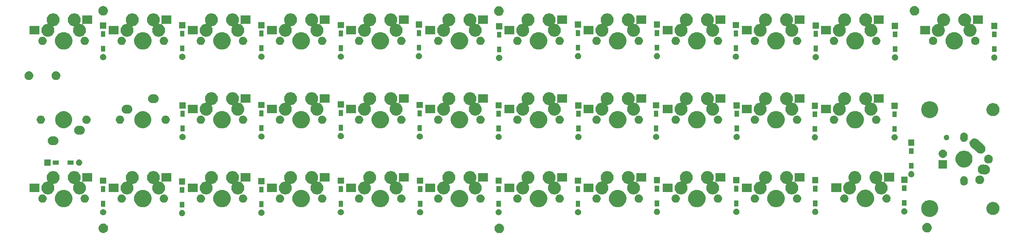
<source format=gbs>
G04 #@! TF.GenerationSoftware,KiCad,Pcbnew,(5.1.5)-2*
G04 #@! TF.CreationDate,2020-02-27T15:55:59+09:00*
G04 #@! TF.ProjectId,First_keyboard30,46697273-745f-46b6-9579-626f61726433,rev?*
G04 #@! TF.SameCoordinates,Original*
G04 #@! TF.FileFunction,Soldermask,Bot*
G04 #@! TF.FilePolarity,Negative*
%FSLAX46Y46*%
G04 Gerber Fmt 4.6, Leading zero omitted, Abs format (unit mm)*
G04 Created by KiCad (PCBNEW (5.1.5)-2) date 2020-02-27 15:55:59*
%MOMM*%
%LPD*%
G04 APERTURE LIST*
%ADD10C,0.100000*%
G04 APERTURE END LIST*
D10*
G36*
X147684549Y-132431116D02*
G01*
X147795734Y-132453232D01*
X148005203Y-132539997D01*
X148193720Y-132665960D01*
X148354040Y-132826280D01*
X148480003Y-133014797D01*
X148554342Y-133194266D01*
X148566768Y-133224267D01*
X148605033Y-133416635D01*
X148611000Y-133446636D01*
X148611000Y-133673364D01*
X148572736Y-133865733D01*
X148566768Y-133895733D01*
X148492430Y-134075203D01*
X148480003Y-134105203D01*
X148354040Y-134293720D01*
X148193720Y-134454040D01*
X148005203Y-134580003D01*
X147795734Y-134666768D01*
X147684549Y-134688884D01*
X147573365Y-134711000D01*
X147346635Y-134711000D01*
X147235451Y-134688884D01*
X147124266Y-134666768D01*
X146914797Y-134580003D01*
X146726280Y-134454040D01*
X146565960Y-134293720D01*
X146439997Y-134105203D01*
X146427571Y-134075203D01*
X146353232Y-133895733D01*
X146347265Y-133865733D01*
X146309000Y-133673364D01*
X146309000Y-133446636D01*
X146314968Y-133416635D01*
X146353232Y-133224267D01*
X146365659Y-133194266D01*
X146439997Y-133014797D01*
X146565960Y-132826280D01*
X146726280Y-132665960D01*
X146914797Y-132539997D01*
X147124266Y-132453232D01*
X147235451Y-132431116D01*
X147346635Y-132409000D01*
X147573365Y-132409000D01*
X147684549Y-132431116D01*
G37*
G36*
X52374549Y-132401116D02*
G01*
X52485734Y-132423232D01*
X52695203Y-132509997D01*
X52883720Y-132635960D01*
X53044040Y-132796280D01*
X53076459Y-132844799D01*
X53170004Y-132984799D01*
X53182430Y-133014799D01*
X53256768Y-133194266D01*
X53273152Y-133276635D01*
X53301000Y-133416635D01*
X53301000Y-133643365D01*
X53284616Y-133725733D01*
X53256768Y-133865734D01*
X53170003Y-134075203D01*
X53044040Y-134263720D01*
X52883720Y-134424040D01*
X52695203Y-134550003D01*
X52485734Y-134636768D01*
X52374549Y-134658884D01*
X52263365Y-134681000D01*
X52036635Y-134681000D01*
X51925451Y-134658884D01*
X51814266Y-134636768D01*
X51604797Y-134550003D01*
X51416280Y-134424040D01*
X51255960Y-134263720D01*
X51129997Y-134075203D01*
X51043232Y-133865734D01*
X51015384Y-133725733D01*
X50999000Y-133643365D01*
X50999000Y-133416635D01*
X51026848Y-133276635D01*
X51043232Y-133194266D01*
X51117570Y-133014799D01*
X51129996Y-132984799D01*
X51223541Y-132844799D01*
X51255960Y-132796280D01*
X51416280Y-132635960D01*
X51604797Y-132509997D01*
X51814266Y-132423232D01*
X51925451Y-132401116D01*
X52036635Y-132379000D01*
X52263365Y-132379000D01*
X52374549Y-132401116D01*
G37*
G36*
X250644549Y-132261116D02*
G01*
X250755734Y-132283232D01*
X250965203Y-132369997D01*
X251153720Y-132495960D01*
X251314040Y-132656280D01*
X251440003Y-132844797D01*
X251526768Y-133054266D01*
X251571000Y-133276636D01*
X251571000Y-133503364D01*
X251526768Y-133725734D01*
X251440003Y-133935203D01*
X251314040Y-134123720D01*
X251153720Y-134284040D01*
X250965203Y-134410003D01*
X250755734Y-134496768D01*
X250644549Y-134518884D01*
X250533365Y-134541000D01*
X250306635Y-134541000D01*
X250195451Y-134518884D01*
X250084266Y-134496768D01*
X249874797Y-134410003D01*
X249686280Y-134284040D01*
X249525960Y-134123720D01*
X249399997Y-133935203D01*
X249313232Y-133725734D01*
X249269000Y-133503364D01*
X249269000Y-133276636D01*
X249313232Y-133054266D01*
X249399997Y-132844797D01*
X249525960Y-132656280D01*
X249686280Y-132495960D01*
X249874797Y-132369997D01*
X250084266Y-132283232D01*
X250195451Y-132261116D01*
X250306635Y-132239000D01*
X250533365Y-132239000D01*
X250644549Y-132261116D01*
G37*
G36*
X251641474Y-126791684D02*
G01*
X251859474Y-126881983D01*
X252013623Y-126945833D01*
X252348548Y-127169623D01*
X252633377Y-127454452D01*
X252857167Y-127789377D01*
X252857167Y-127789378D01*
X253011316Y-128161526D01*
X253089900Y-128556594D01*
X253089900Y-128959406D01*
X253011316Y-129354474D01*
X252971176Y-129451380D01*
X252857167Y-129726623D01*
X252633377Y-130061548D01*
X252348548Y-130346377D01*
X252013623Y-130570167D01*
X251918664Y-130609500D01*
X251641474Y-130724316D01*
X251246406Y-130802900D01*
X250843594Y-130802900D01*
X250448526Y-130724316D01*
X250171336Y-130609500D01*
X250076377Y-130570167D01*
X249741452Y-130346377D01*
X249456623Y-130061548D01*
X249232833Y-129726623D01*
X249118824Y-129451380D01*
X249078684Y-129354474D01*
X249000100Y-128959406D01*
X249000100Y-128556594D01*
X249078684Y-128161526D01*
X249232833Y-127789378D01*
X249232833Y-127789377D01*
X249456623Y-127454452D01*
X249741452Y-127169623D01*
X250076377Y-126945833D01*
X250230526Y-126881983D01*
X250448526Y-126791684D01*
X250843594Y-126713100D01*
X251246406Y-126713100D01*
X251641474Y-126791684D01*
G37*
G36*
X71204425Y-129114599D02*
G01*
X71328621Y-129139302D01*
X71465022Y-129195801D01*
X71587779Y-129277825D01*
X71692175Y-129382221D01*
X71774199Y-129504978D01*
X71830698Y-129641379D01*
X71859500Y-129786181D01*
X71859500Y-129933819D01*
X71830698Y-130078621D01*
X71774199Y-130215022D01*
X71692175Y-130337779D01*
X71587779Y-130442175D01*
X71465022Y-130524199D01*
X71328621Y-130580698D01*
X71204425Y-130605401D01*
X71183820Y-130609500D01*
X71036180Y-130609500D01*
X71015575Y-130605401D01*
X70891379Y-130580698D01*
X70754978Y-130524199D01*
X70632221Y-130442175D01*
X70527825Y-130337779D01*
X70445801Y-130215022D01*
X70389302Y-130078621D01*
X70360500Y-129933819D01*
X70360500Y-129786181D01*
X70389302Y-129641379D01*
X70445801Y-129504978D01*
X70527825Y-129382221D01*
X70632221Y-129277825D01*
X70754978Y-129195801D01*
X70891379Y-129139302D01*
X71015575Y-129114599D01*
X71036180Y-129110500D01*
X71183820Y-129110500D01*
X71204425Y-129114599D01*
G37*
G36*
X90304425Y-129024599D02*
G01*
X90428621Y-129049302D01*
X90565022Y-129105801D01*
X90687779Y-129187825D01*
X90792175Y-129292221D01*
X90874199Y-129414978D01*
X90930698Y-129551379D01*
X90959500Y-129696181D01*
X90959500Y-129843819D01*
X90930698Y-129988621D01*
X90874199Y-130125022D01*
X90792175Y-130247779D01*
X90687779Y-130352175D01*
X90565022Y-130434199D01*
X90428621Y-130490698D01*
X90304425Y-130515401D01*
X90283820Y-130519500D01*
X90136180Y-130519500D01*
X90115575Y-130515401D01*
X89991379Y-130490698D01*
X89854978Y-130434199D01*
X89732221Y-130352175D01*
X89627825Y-130247779D01*
X89545801Y-130125022D01*
X89489302Y-129988621D01*
X89460500Y-129843819D01*
X89460500Y-129696181D01*
X89489302Y-129551379D01*
X89545801Y-129414978D01*
X89627825Y-129292221D01*
X89732221Y-129187825D01*
X89854978Y-129105801D01*
X89991379Y-129049302D01*
X90115575Y-129024599D01*
X90136180Y-129020500D01*
X90283820Y-129020500D01*
X90304425Y-129024599D01*
G37*
G36*
X128504425Y-128924599D02*
G01*
X128628621Y-128949302D01*
X128765022Y-129005801D01*
X128887779Y-129087825D01*
X128992175Y-129192221D01*
X129074199Y-129314978D01*
X129130698Y-129451379D01*
X129159500Y-129596181D01*
X129159500Y-129743819D01*
X129130698Y-129888621D01*
X129074199Y-130025022D01*
X128992175Y-130147779D01*
X128887779Y-130252175D01*
X128765022Y-130334199D01*
X128628621Y-130390698D01*
X128504425Y-130415401D01*
X128483820Y-130419500D01*
X128336180Y-130419500D01*
X128315575Y-130415401D01*
X128191379Y-130390698D01*
X128054978Y-130334199D01*
X127932221Y-130252175D01*
X127827825Y-130147779D01*
X127745801Y-130025022D01*
X127689302Y-129888621D01*
X127660500Y-129743819D01*
X127660500Y-129596181D01*
X127689302Y-129451379D01*
X127745801Y-129314978D01*
X127827825Y-129192221D01*
X127932221Y-129087825D01*
X128054978Y-129005801D01*
X128191379Y-128949302D01*
X128315575Y-128924599D01*
X128336180Y-128920500D01*
X128483820Y-128920500D01*
X128504425Y-128924599D01*
G37*
G36*
X109404425Y-128914599D02*
G01*
X109528621Y-128939302D01*
X109665022Y-128995801D01*
X109787779Y-129077825D01*
X109892175Y-129182221D01*
X109974199Y-129304978D01*
X110030698Y-129441379D01*
X110059500Y-129586181D01*
X110059500Y-129733819D01*
X110030698Y-129878621D01*
X109974199Y-130015022D01*
X109892175Y-130137779D01*
X109787779Y-130242175D01*
X109665022Y-130324199D01*
X109528621Y-130380698D01*
X109404425Y-130405401D01*
X109383820Y-130409500D01*
X109236180Y-130409500D01*
X109215575Y-130405401D01*
X109091379Y-130380698D01*
X108954978Y-130324199D01*
X108832221Y-130242175D01*
X108727825Y-130137779D01*
X108645801Y-130015022D01*
X108589302Y-129878621D01*
X108560500Y-129733819D01*
X108560500Y-129586181D01*
X108589302Y-129441379D01*
X108645801Y-129304978D01*
X108727825Y-129182221D01*
X108832221Y-129077825D01*
X108954978Y-128995801D01*
X109091379Y-128939302D01*
X109215575Y-128914599D01*
X109236180Y-128910500D01*
X109383820Y-128910500D01*
X109404425Y-128914599D01*
G37*
G36*
X166504425Y-128914599D02*
G01*
X166628621Y-128939302D01*
X166765022Y-128995801D01*
X166887779Y-129077825D01*
X166992175Y-129182221D01*
X167074199Y-129304978D01*
X167130698Y-129441379D01*
X167159500Y-129586181D01*
X167159500Y-129733819D01*
X167130698Y-129878621D01*
X167074199Y-130015022D01*
X166992175Y-130137779D01*
X166887779Y-130242175D01*
X166765022Y-130324199D01*
X166628621Y-130380698D01*
X166504425Y-130405401D01*
X166483820Y-130409500D01*
X166336180Y-130409500D01*
X166315575Y-130405401D01*
X166191379Y-130380698D01*
X166054978Y-130324199D01*
X165932221Y-130242175D01*
X165827825Y-130137779D01*
X165745801Y-130015022D01*
X165689302Y-129878621D01*
X165660500Y-129733819D01*
X165660500Y-129586181D01*
X165689302Y-129441379D01*
X165745801Y-129304978D01*
X165827825Y-129182221D01*
X165932221Y-129077825D01*
X166054978Y-128995801D01*
X166191379Y-128939302D01*
X166315575Y-128914599D01*
X166336180Y-128910500D01*
X166483820Y-128910500D01*
X166504425Y-128914599D01*
G37*
G36*
X147404425Y-128914599D02*
G01*
X147528621Y-128939302D01*
X147665022Y-128995801D01*
X147787779Y-129077825D01*
X147892175Y-129182221D01*
X147974199Y-129304978D01*
X148030698Y-129441379D01*
X148059500Y-129586181D01*
X148059500Y-129733819D01*
X148030698Y-129878621D01*
X147974199Y-130015022D01*
X147892175Y-130137779D01*
X147787779Y-130242175D01*
X147665022Y-130324199D01*
X147528621Y-130380698D01*
X147404425Y-130405401D01*
X147383820Y-130409500D01*
X147236180Y-130409500D01*
X147215575Y-130405401D01*
X147091379Y-130380698D01*
X146954978Y-130324199D01*
X146832221Y-130242175D01*
X146727825Y-130137779D01*
X146645801Y-130015022D01*
X146589302Y-129878621D01*
X146560500Y-129733819D01*
X146560500Y-129586181D01*
X146589302Y-129441379D01*
X146645801Y-129304978D01*
X146727825Y-129182221D01*
X146832221Y-129077825D01*
X146954978Y-128995801D01*
X147091379Y-128939302D01*
X147215575Y-128914599D01*
X147236180Y-128910500D01*
X147383820Y-128910500D01*
X147404425Y-128914599D01*
G37*
G36*
X52204425Y-128914599D02*
G01*
X52328621Y-128939302D01*
X52465022Y-128995801D01*
X52587779Y-129077825D01*
X52692175Y-129182221D01*
X52774199Y-129304978D01*
X52830698Y-129441379D01*
X52859500Y-129586181D01*
X52859500Y-129733819D01*
X52830698Y-129878621D01*
X52774199Y-130015022D01*
X52692175Y-130137779D01*
X52587779Y-130242175D01*
X52465022Y-130324199D01*
X52328621Y-130380698D01*
X52204425Y-130405401D01*
X52183820Y-130409500D01*
X52036180Y-130409500D01*
X52015575Y-130405401D01*
X51891379Y-130380698D01*
X51754978Y-130324199D01*
X51632221Y-130242175D01*
X51527825Y-130137779D01*
X51445801Y-130015022D01*
X51389302Y-129878621D01*
X51360500Y-129733819D01*
X51360500Y-129586181D01*
X51389302Y-129441379D01*
X51445801Y-129304978D01*
X51527825Y-129182221D01*
X51632221Y-129077825D01*
X51754978Y-128995801D01*
X51891379Y-128939302D01*
X52015575Y-128914599D01*
X52036180Y-128910500D01*
X52183820Y-128910500D01*
X52204425Y-128914599D01*
G37*
G36*
X266744411Y-127243526D02*
G01*
X266863137Y-127292704D01*
X267031041Y-127362252D01*
X267031042Y-127362253D01*
X267289004Y-127534617D01*
X267508383Y-127753996D01*
X267532024Y-127789378D01*
X267680748Y-128011959D01*
X267727985Y-128126000D01*
X267799474Y-128298589D01*
X267860000Y-128602876D01*
X267860000Y-128913124D01*
X267799474Y-129217411D01*
X267768485Y-129292224D01*
X267680748Y-129504041D01*
X267680747Y-129504042D01*
X267508383Y-129762004D01*
X267289004Y-129981383D01*
X267169028Y-130061548D01*
X267031041Y-130153748D01*
X266896443Y-130209500D01*
X266744411Y-130272474D01*
X266440125Y-130333000D01*
X266129875Y-130333000D01*
X265825589Y-130272474D01*
X265673557Y-130209500D01*
X265538959Y-130153748D01*
X265400972Y-130061548D01*
X265280996Y-129981383D01*
X265061617Y-129762004D01*
X264889253Y-129504042D01*
X264889252Y-129504041D01*
X264801515Y-129292224D01*
X264770526Y-129217411D01*
X264710000Y-128913124D01*
X264710000Y-128602876D01*
X264770526Y-128298589D01*
X264842015Y-128126000D01*
X264889252Y-128011959D01*
X265037976Y-127789378D01*
X265061617Y-127753996D01*
X265280996Y-127534617D01*
X265538958Y-127362253D01*
X265538959Y-127362252D01*
X265706863Y-127292704D01*
X265825589Y-127243526D01*
X266129875Y-127183000D01*
X266440125Y-127183000D01*
X266744411Y-127243526D01*
G37*
G36*
X185504425Y-128814599D02*
G01*
X185628621Y-128839302D01*
X185765022Y-128895801D01*
X185887779Y-128977825D01*
X185992175Y-129082221D01*
X186074199Y-129204978D01*
X186130698Y-129341379D01*
X186159500Y-129486181D01*
X186159500Y-129633819D01*
X186130698Y-129778621D01*
X186074199Y-129915022D01*
X185992175Y-130037779D01*
X185887779Y-130142175D01*
X185765022Y-130224199D01*
X185628621Y-130280698D01*
X185504425Y-130305401D01*
X185483820Y-130309500D01*
X185336180Y-130309500D01*
X185315575Y-130305401D01*
X185191379Y-130280698D01*
X185054978Y-130224199D01*
X184932221Y-130142175D01*
X184827825Y-130037779D01*
X184745801Y-129915022D01*
X184689302Y-129778621D01*
X184660500Y-129633819D01*
X184660500Y-129486181D01*
X184689302Y-129341379D01*
X184745801Y-129204978D01*
X184827825Y-129082221D01*
X184932221Y-128977825D01*
X185054978Y-128895801D01*
X185191379Y-128839302D01*
X185315575Y-128814599D01*
X185336180Y-128810500D01*
X185483820Y-128810500D01*
X185504425Y-128814599D01*
G37*
G36*
X223604425Y-128814599D02*
G01*
X223728621Y-128839302D01*
X223865022Y-128895801D01*
X223987779Y-128977825D01*
X224092175Y-129082221D01*
X224174199Y-129204978D01*
X224230698Y-129341379D01*
X224259500Y-129486181D01*
X224259500Y-129633819D01*
X224230698Y-129778621D01*
X224174199Y-129915022D01*
X224092175Y-130037779D01*
X223987779Y-130142175D01*
X223865022Y-130224199D01*
X223728621Y-130280698D01*
X223604425Y-130305401D01*
X223583820Y-130309500D01*
X223436180Y-130309500D01*
X223415575Y-130305401D01*
X223291379Y-130280698D01*
X223154978Y-130224199D01*
X223032221Y-130142175D01*
X222927825Y-130037779D01*
X222845801Y-129915022D01*
X222789302Y-129778621D01*
X222760500Y-129633819D01*
X222760500Y-129486181D01*
X222789302Y-129341379D01*
X222845801Y-129204978D01*
X222927825Y-129082221D01*
X223032221Y-128977825D01*
X223154978Y-128895801D01*
X223291379Y-128839302D01*
X223415575Y-128814599D01*
X223436180Y-128810500D01*
X223583820Y-128810500D01*
X223604425Y-128814599D01*
G37*
G36*
X204604425Y-128814599D02*
G01*
X204728621Y-128839302D01*
X204865022Y-128895801D01*
X204987779Y-128977825D01*
X205092175Y-129082221D01*
X205174199Y-129204978D01*
X205230698Y-129341379D01*
X205259500Y-129486181D01*
X205259500Y-129633819D01*
X205230698Y-129778621D01*
X205174199Y-129915022D01*
X205092175Y-130037779D01*
X204987779Y-130142175D01*
X204865022Y-130224199D01*
X204728621Y-130280698D01*
X204604425Y-130305401D01*
X204583820Y-130309500D01*
X204436180Y-130309500D01*
X204415575Y-130305401D01*
X204291379Y-130280698D01*
X204154978Y-130224199D01*
X204032221Y-130142175D01*
X203927825Y-130037779D01*
X203845801Y-129915022D01*
X203789302Y-129778621D01*
X203760500Y-129633819D01*
X203760500Y-129486181D01*
X203789302Y-129341379D01*
X203845801Y-129204978D01*
X203927825Y-129082221D01*
X204032221Y-128977825D01*
X204154978Y-128895801D01*
X204291379Y-128839302D01*
X204415575Y-128814599D01*
X204436180Y-128810500D01*
X204583820Y-128810500D01*
X204604425Y-128814599D01*
G37*
G36*
X245034425Y-128714599D02*
G01*
X245158621Y-128739302D01*
X245295022Y-128795801D01*
X245417779Y-128877825D01*
X245522175Y-128982221D01*
X245604199Y-129104978D01*
X245660698Y-129241379D01*
X245689500Y-129386181D01*
X245689500Y-129533819D01*
X245660698Y-129678621D01*
X245604199Y-129815022D01*
X245522175Y-129937779D01*
X245417779Y-130042175D01*
X245295022Y-130124199D01*
X245158621Y-130180698D01*
X245034425Y-130205401D01*
X245013820Y-130209500D01*
X244866180Y-130209500D01*
X244845575Y-130205401D01*
X244721379Y-130180698D01*
X244584978Y-130124199D01*
X244462221Y-130042175D01*
X244357825Y-129937779D01*
X244275801Y-129815022D01*
X244219302Y-129678621D01*
X244190500Y-129533819D01*
X244190500Y-129386181D01*
X244219302Y-129241379D01*
X244275801Y-129104978D01*
X244357825Y-128982221D01*
X244462221Y-128877825D01*
X244584978Y-128795801D01*
X244721379Y-128739302D01*
X244845575Y-128714599D01*
X244866180Y-128710500D01*
X245013820Y-128710500D01*
X245034425Y-128714599D01*
G37*
G36*
X71636000Y-128526000D02*
G01*
X70584000Y-128526000D01*
X70584000Y-127124000D01*
X71636000Y-127124000D01*
X71636000Y-128526000D01*
G37*
G36*
X138337536Y-124312827D02*
G01*
X138472839Y-124339740D01*
X138743206Y-124451730D01*
X138806911Y-124478117D01*
X138855197Y-124498118D01*
X139028420Y-124613862D01*
X139199309Y-124728046D01*
X139491954Y-125020691D01*
X139494659Y-125024740D01*
X139718005Y-125359000D01*
X139721883Y-125364805D01*
X139724449Y-125371000D01*
X139871976Y-125727161D01*
X139880260Y-125747162D01*
X139961000Y-126153068D01*
X139961000Y-126566932D01*
X139931925Y-126713100D01*
X139880260Y-126972839D01*
X139721882Y-127355197D01*
X139717168Y-127362252D01*
X139491954Y-127699309D01*
X139199309Y-127991954D01*
X139169369Y-128011959D01*
X138855197Y-128221882D01*
X138855196Y-128221883D01*
X138855195Y-128221883D01*
X138743206Y-128268270D01*
X138472839Y-128380260D01*
X138337536Y-128407173D01*
X138066932Y-128461000D01*
X137653068Y-128461000D01*
X137382464Y-128407173D01*
X137247161Y-128380260D01*
X136976794Y-128268270D01*
X136864805Y-128221883D01*
X136864804Y-128221883D01*
X136864803Y-128221882D01*
X136550631Y-128011959D01*
X136520691Y-127991954D01*
X136228046Y-127699309D01*
X136002832Y-127362252D01*
X135998118Y-127355197D01*
X135839740Y-126972839D01*
X135788075Y-126713100D01*
X135759000Y-126566932D01*
X135759000Y-126153068D01*
X135839740Y-125747162D01*
X135848025Y-125727161D01*
X135995551Y-125371000D01*
X135998117Y-125364805D01*
X136001996Y-125359000D01*
X136225341Y-125024740D01*
X136228046Y-125020691D01*
X136520691Y-124728046D01*
X136691580Y-124613862D01*
X136864803Y-124498118D01*
X136913090Y-124478117D01*
X136976794Y-124451730D01*
X137247161Y-124339740D01*
X137382464Y-124312827D01*
X137653068Y-124259000D01*
X138066932Y-124259000D01*
X138337536Y-124312827D01*
G37*
G36*
X119287536Y-124312827D02*
G01*
X119422839Y-124339740D01*
X119693206Y-124451730D01*
X119756911Y-124478117D01*
X119805197Y-124498118D01*
X119978420Y-124613862D01*
X120149309Y-124728046D01*
X120441954Y-125020691D01*
X120444659Y-125024740D01*
X120668005Y-125359000D01*
X120671883Y-125364805D01*
X120674449Y-125371000D01*
X120821976Y-125727161D01*
X120830260Y-125747162D01*
X120911000Y-126153068D01*
X120911000Y-126566932D01*
X120881925Y-126713100D01*
X120830260Y-126972839D01*
X120671882Y-127355197D01*
X120667168Y-127362252D01*
X120441954Y-127699309D01*
X120149309Y-127991954D01*
X120119369Y-128011959D01*
X119805197Y-128221882D01*
X119805196Y-128221883D01*
X119805195Y-128221883D01*
X119693206Y-128268270D01*
X119422839Y-128380260D01*
X119287536Y-128407173D01*
X119016932Y-128461000D01*
X118603068Y-128461000D01*
X118332464Y-128407173D01*
X118197161Y-128380260D01*
X117926794Y-128268270D01*
X117814805Y-128221883D01*
X117814804Y-128221883D01*
X117814803Y-128221882D01*
X117500631Y-128011959D01*
X117470691Y-127991954D01*
X117178046Y-127699309D01*
X116952832Y-127362252D01*
X116948118Y-127355197D01*
X116789740Y-126972839D01*
X116738075Y-126713100D01*
X116709000Y-126566932D01*
X116709000Y-126153068D01*
X116789740Y-125747162D01*
X116798025Y-125727161D01*
X116945551Y-125371000D01*
X116948117Y-125364805D01*
X116951996Y-125359000D01*
X117175341Y-125024740D01*
X117178046Y-125020691D01*
X117470691Y-124728046D01*
X117641580Y-124613862D01*
X117814803Y-124498118D01*
X117863090Y-124478117D01*
X117926794Y-124451730D01*
X118197161Y-124339740D01*
X118332464Y-124312827D01*
X118603068Y-124259000D01*
X119016932Y-124259000D01*
X119287536Y-124312827D01*
G37*
G36*
X157387536Y-124312827D02*
G01*
X157522839Y-124339740D01*
X157793206Y-124451730D01*
X157856911Y-124478117D01*
X157905197Y-124498118D01*
X158078420Y-124613862D01*
X158249309Y-124728046D01*
X158541954Y-125020691D01*
X158544659Y-125024740D01*
X158768005Y-125359000D01*
X158771883Y-125364805D01*
X158774449Y-125371000D01*
X158921976Y-125727161D01*
X158930260Y-125747162D01*
X159011000Y-126153068D01*
X159011000Y-126566932D01*
X158981925Y-126713100D01*
X158930260Y-126972839D01*
X158771882Y-127355197D01*
X158767168Y-127362252D01*
X158541954Y-127699309D01*
X158249309Y-127991954D01*
X158219369Y-128011959D01*
X157905197Y-128221882D01*
X157905196Y-128221883D01*
X157905195Y-128221883D01*
X157793206Y-128268270D01*
X157522839Y-128380260D01*
X157387536Y-128407173D01*
X157116932Y-128461000D01*
X156703068Y-128461000D01*
X156432464Y-128407173D01*
X156297161Y-128380260D01*
X156026794Y-128268270D01*
X155914805Y-128221883D01*
X155914804Y-128221883D01*
X155914803Y-128221882D01*
X155600631Y-128011959D01*
X155570691Y-127991954D01*
X155278046Y-127699309D01*
X155052832Y-127362252D01*
X155048118Y-127355197D01*
X154889740Y-126972839D01*
X154838075Y-126713100D01*
X154809000Y-126566932D01*
X154809000Y-126153068D01*
X154889740Y-125747162D01*
X154898025Y-125727161D01*
X155045551Y-125371000D01*
X155048117Y-125364805D01*
X155051996Y-125359000D01*
X155275341Y-125024740D01*
X155278046Y-125020691D01*
X155570691Y-124728046D01*
X155741580Y-124613862D01*
X155914803Y-124498118D01*
X155963090Y-124478117D01*
X156026794Y-124451730D01*
X156297161Y-124339740D01*
X156432464Y-124312827D01*
X156703068Y-124259000D01*
X157116932Y-124259000D01*
X157387536Y-124312827D01*
G37*
G36*
X214537536Y-124312827D02*
G01*
X214672839Y-124339740D01*
X214943206Y-124451730D01*
X215006911Y-124478117D01*
X215055197Y-124498118D01*
X215228420Y-124613862D01*
X215399309Y-124728046D01*
X215691954Y-125020691D01*
X215694659Y-125024740D01*
X215918005Y-125359000D01*
X215921883Y-125364805D01*
X215924449Y-125371000D01*
X216071976Y-125727161D01*
X216080260Y-125747162D01*
X216161000Y-126153068D01*
X216161000Y-126566932D01*
X216131925Y-126713100D01*
X216080260Y-126972839D01*
X215921882Y-127355197D01*
X215917168Y-127362252D01*
X215691954Y-127699309D01*
X215399309Y-127991954D01*
X215369369Y-128011959D01*
X215055197Y-128221882D01*
X215055196Y-128221883D01*
X215055195Y-128221883D01*
X214943206Y-128268270D01*
X214672839Y-128380260D01*
X214537536Y-128407173D01*
X214266932Y-128461000D01*
X213853068Y-128461000D01*
X213582464Y-128407173D01*
X213447161Y-128380260D01*
X213176794Y-128268270D01*
X213064805Y-128221883D01*
X213064804Y-128221883D01*
X213064803Y-128221882D01*
X212750631Y-128011959D01*
X212720691Y-127991954D01*
X212428046Y-127699309D01*
X212202832Y-127362252D01*
X212198118Y-127355197D01*
X212039740Y-126972839D01*
X211988075Y-126713100D01*
X211959000Y-126566932D01*
X211959000Y-126153068D01*
X212039740Y-125747162D01*
X212048025Y-125727161D01*
X212195551Y-125371000D01*
X212198117Y-125364805D01*
X212201996Y-125359000D01*
X212425341Y-125024740D01*
X212428046Y-125020691D01*
X212720691Y-124728046D01*
X212891580Y-124613862D01*
X213064803Y-124498118D01*
X213113090Y-124478117D01*
X213176794Y-124451730D01*
X213447161Y-124339740D01*
X213582464Y-124312827D01*
X213853068Y-124259000D01*
X214266932Y-124259000D01*
X214537536Y-124312827D01*
G37*
G36*
X195487536Y-124312827D02*
G01*
X195622839Y-124339740D01*
X195893206Y-124451730D01*
X195956911Y-124478117D01*
X196005197Y-124498118D01*
X196178420Y-124613862D01*
X196349309Y-124728046D01*
X196641954Y-125020691D01*
X196644659Y-125024740D01*
X196868005Y-125359000D01*
X196871883Y-125364805D01*
X196874449Y-125371000D01*
X197021976Y-125727161D01*
X197030260Y-125747162D01*
X197111000Y-126153068D01*
X197111000Y-126566932D01*
X197081925Y-126713100D01*
X197030260Y-126972839D01*
X196871882Y-127355197D01*
X196867168Y-127362252D01*
X196641954Y-127699309D01*
X196349309Y-127991954D01*
X196319369Y-128011959D01*
X196005197Y-128221882D01*
X196005196Y-128221883D01*
X196005195Y-128221883D01*
X195893206Y-128268270D01*
X195622839Y-128380260D01*
X195487536Y-128407173D01*
X195216932Y-128461000D01*
X194803068Y-128461000D01*
X194532464Y-128407173D01*
X194397161Y-128380260D01*
X194126794Y-128268270D01*
X194014805Y-128221883D01*
X194014804Y-128221883D01*
X194014803Y-128221882D01*
X193700631Y-128011959D01*
X193670691Y-127991954D01*
X193378046Y-127699309D01*
X193152832Y-127362252D01*
X193148118Y-127355197D01*
X192989740Y-126972839D01*
X192938075Y-126713100D01*
X192909000Y-126566932D01*
X192909000Y-126153068D01*
X192989740Y-125747162D01*
X192998025Y-125727161D01*
X193145551Y-125371000D01*
X193148117Y-125364805D01*
X193151996Y-125359000D01*
X193375341Y-125024740D01*
X193378046Y-125020691D01*
X193670691Y-124728046D01*
X193841580Y-124613862D01*
X194014803Y-124498118D01*
X194063090Y-124478117D01*
X194126794Y-124451730D01*
X194397161Y-124339740D01*
X194532464Y-124312827D01*
X194803068Y-124259000D01*
X195216932Y-124259000D01*
X195487536Y-124312827D01*
G37*
G36*
X176437536Y-124312827D02*
G01*
X176572839Y-124339740D01*
X176843206Y-124451730D01*
X176906911Y-124478117D01*
X176955197Y-124498118D01*
X177128420Y-124613862D01*
X177299309Y-124728046D01*
X177591954Y-125020691D01*
X177594659Y-125024740D01*
X177818005Y-125359000D01*
X177821883Y-125364805D01*
X177824449Y-125371000D01*
X177971976Y-125727161D01*
X177980260Y-125747162D01*
X178061000Y-126153068D01*
X178061000Y-126566932D01*
X178031925Y-126713100D01*
X177980260Y-126972839D01*
X177821882Y-127355197D01*
X177817168Y-127362252D01*
X177591954Y-127699309D01*
X177299309Y-127991954D01*
X177269369Y-128011959D01*
X176955197Y-128221882D01*
X176955196Y-128221883D01*
X176955195Y-128221883D01*
X176843206Y-128268270D01*
X176572839Y-128380260D01*
X176437536Y-128407173D01*
X176166932Y-128461000D01*
X175753068Y-128461000D01*
X175482464Y-128407173D01*
X175347161Y-128380260D01*
X175076794Y-128268270D01*
X174964805Y-128221883D01*
X174964804Y-128221883D01*
X174964803Y-128221882D01*
X174650631Y-128011959D01*
X174620691Y-127991954D01*
X174328046Y-127699309D01*
X174102832Y-127362252D01*
X174098118Y-127355197D01*
X173939740Y-126972839D01*
X173888075Y-126713100D01*
X173859000Y-126566932D01*
X173859000Y-126153068D01*
X173939740Y-125747162D01*
X173948025Y-125727161D01*
X174095551Y-125371000D01*
X174098117Y-125364805D01*
X174101996Y-125359000D01*
X174325341Y-125024740D01*
X174328046Y-125020691D01*
X174620691Y-124728046D01*
X174791580Y-124613862D01*
X174964803Y-124498118D01*
X175013090Y-124478117D01*
X175076794Y-124451730D01*
X175347161Y-124339740D01*
X175482464Y-124312827D01*
X175753068Y-124259000D01*
X176166932Y-124259000D01*
X176437536Y-124312827D01*
G37*
G36*
X81187536Y-124312827D02*
G01*
X81322839Y-124339740D01*
X81593206Y-124451730D01*
X81656911Y-124478117D01*
X81705197Y-124498118D01*
X81878420Y-124613862D01*
X82049309Y-124728046D01*
X82341954Y-125020691D01*
X82344659Y-125024740D01*
X82568005Y-125359000D01*
X82571883Y-125364805D01*
X82574449Y-125371000D01*
X82721976Y-125727161D01*
X82730260Y-125747162D01*
X82811000Y-126153068D01*
X82811000Y-126566932D01*
X82781925Y-126713100D01*
X82730260Y-126972839D01*
X82571882Y-127355197D01*
X82567168Y-127362252D01*
X82341954Y-127699309D01*
X82049309Y-127991954D01*
X82019369Y-128011959D01*
X81705197Y-128221882D01*
X81705196Y-128221883D01*
X81705195Y-128221883D01*
X81593206Y-128268270D01*
X81322839Y-128380260D01*
X81187536Y-128407173D01*
X80916932Y-128461000D01*
X80503068Y-128461000D01*
X80232464Y-128407173D01*
X80097161Y-128380260D01*
X79826794Y-128268270D01*
X79714805Y-128221883D01*
X79714804Y-128221883D01*
X79714803Y-128221882D01*
X79400631Y-128011959D01*
X79370691Y-127991954D01*
X79078046Y-127699309D01*
X78852832Y-127362252D01*
X78848118Y-127355197D01*
X78689740Y-126972839D01*
X78638075Y-126713100D01*
X78609000Y-126566932D01*
X78609000Y-126153068D01*
X78689740Y-125747162D01*
X78698025Y-125727161D01*
X78845551Y-125371000D01*
X78848117Y-125364805D01*
X78851996Y-125359000D01*
X79075341Y-125024740D01*
X79078046Y-125020691D01*
X79370691Y-124728046D01*
X79541580Y-124613862D01*
X79714803Y-124498118D01*
X79763090Y-124478117D01*
X79826794Y-124451730D01*
X80097161Y-124339740D01*
X80232464Y-124312827D01*
X80503068Y-124259000D01*
X80916932Y-124259000D01*
X81187536Y-124312827D01*
G37*
G36*
X62137536Y-124312827D02*
G01*
X62272839Y-124339740D01*
X62543206Y-124451730D01*
X62606911Y-124478117D01*
X62655197Y-124498118D01*
X62828420Y-124613862D01*
X62999309Y-124728046D01*
X63291954Y-125020691D01*
X63294659Y-125024740D01*
X63518005Y-125359000D01*
X63521883Y-125364805D01*
X63524449Y-125371000D01*
X63671976Y-125727161D01*
X63680260Y-125747162D01*
X63761000Y-126153068D01*
X63761000Y-126566932D01*
X63731925Y-126713100D01*
X63680260Y-126972839D01*
X63521882Y-127355197D01*
X63517168Y-127362252D01*
X63291954Y-127699309D01*
X62999309Y-127991954D01*
X62969369Y-128011959D01*
X62655197Y-128221882D01*
X62655196Y-128221883D01*
X62655195Y-128221883D01*
X62543206Y-128268270D01*
X62272839Y-128380260D01*
X62137536Y-128407173D01*
X61866932Y-128461000D01*
X61453068Y-128461000D01*
X61182464Y-128407173D01*
X61047161Y-128380260D01*
X60776794Y-128268270D01*
X60664805Y-128221883D01*
X60664804Y-128221883D01*
X60664803Y-128221882D01*
X60350631Y-128011959D01*
X60320691Y-127991954D01*
X60028046Y-127699309D01*
X59802832Y-127362252D01*
X59798118Y-127355197D01*
X59639740Y-126972839D01*
X59588075Y-126713100D01*
X59559000Y-126566932D01*
X59559000Y-126153068D01*
X59639740Y-125747162D01*
X59648025Y-125727161D01*
X59795551Y-125371000D01*
X59798117Y-125364805D01*
X59801996Y-125359000D01*
X60025341Y-125024740D01*
X60028046Y-125020691D01*
X60320691Y-124728046D01*
X60491580Y-124613862D01*
X60664803Y-124498118D01*
X60713090Y-124478117D01*
X60776794Y-124451730D01*
X61047161Y-124339740D01*
X61182464Y-124312827D01*
X61453068Y-124259000D01*
X61866932Y-124259000D01*
X62137536Y-124312827D01*
G37*
G36*
X100237536Y-124312827D02*
G01*
X100372839Y-124339740D01*
X100643206Y-124451730D01*
X100706911Y-124478117D01*
X100755197Y-124498118D01*
X100928420Y-124613862D01*
X101099309Y-124728046D01*
X101391954Y-125020691D01*
X101394659Y-125024740D01*
X101618005Y-125359000D01*
X101621883Y-125364805D01*
X101624449Y-125371000D01*
X101771976Y-125727161D01*
X101780260Y-125747162D01*
X101861000Y-126153068D01*
X101861000Y-126566932D01*
X101831925Y-126713100D01*
X101780260Y-126972839D01*
X101621882Y-127355197D01*
X101617168Y-127362252D01*
X101391954Y-127699309D01*
X101099309Y-127991954D01*
X101069369Y-128011959D01*
X100755197Y-128221882D01*
X100755196Y-128221883D01*
X100755195Y-128221883D01*
X100643206Y-128268270D01*
X100372839Y-128380260D01*
X100237536Y-128407173D01*
X99966932Y-128461000D01*
X99553068Y-128461000D01*
X99282464Y-128407173D01*
X99147161Y-128380260D01*
X98876794Y-128268270D01*
X98764805Y-128221883D01*
X98764804Y-128221883D01*
X98764803Y-128221882D01*
X98450631Y-128011959D01*
X98420691Y-127991954D01*
X98128046Y-127699309D01*
X97902832Y-127362252D01*
X97898118Y-127355197D01*
X97739740Y-126972839D01*
X97688075Y-126713100D01*
X97659000Y-126566932D01*
X97659000Y-126153068D01*
X97739740Y-125747162D01*
X97748025Y-125727161D01*
X97895551Y-125371000D01*
X97898117Y-125364805D01*
X97901996Y-125359000D01*
X98125341Y-125024740D01*
X98128046Y-125020691D01*
X98420691Y-124728046D01*
X98591580Y-124613862D01*
X98764803Y-124498118D01*
X98813090Y-124478117D01*
X98876794Y-124451730D01*
X99147161Y-124339740D01*
X99282464Y-124312827D01*
X99553068Y-124259000D01*
X99966932Y-124259000D01*
X100237536Y-124312827D01*
G37*
G36*
X43087536Y-124312827D02*
G01*
X43222839Y-124339740D01*
X43493206Y-124451730D01*
X43556911Y-124478117D01*
X43605197Y-124498118D01*
X43778420Y-124613862D01*
X43949309Y-124728046D01*
X44241954Y-125020691D01*
X44244659Y-125024740D01*
X44468005Y-125359000D01*
X44471883Y-125364805D01*
X44474449Y-125371000D01*
X44621976Y-125727161D01*
X44630260Y-125747162D01*
X44711000Y-126153068D01*
X44711000Y-126566932D01*
X44681925Y-126713100D01*
X44630260Y-126972839D01*
X44471882Y-127355197D01*
X44467168Y-127362252D01*
X44241954Y-127699309D01*
X43949309Y-127991954D01*
X43919369Y-128011959D01*
X43605197Y-128221882D01*
X43605196Y-128221883D01*
X43605195Y-128221883D01*
X43493206Y-128268270D01*
X43222839Y-128380260D01*
X43087536Y-128407173D01*
X42816932Y-128461000D01*
X42403068Y-128461000D01*
X42132464Y-128407173D01*
X41997161Y-128380260D01*
X41726794Y-128268270D01*
X41614805Y-128221883D01*
X41614804Y-128221883D01*
X41614803Y-128221882D01*
X41300631Y-128011959D01*
X41270691Y-127991954D01*
X40978046Y-127699309D01*
X40752832Y-127362252D01*
X40748118Y-127355197D01*
X40589740Y-126972839D01*
X40538075Y-126713100D01*
X40509000Y-126566932D01*
X40509000Y-126153068D01*
X40589740Y-125747162D01*
X40598025Y-125727161D01*
X40745551Y-125371000D01*
X40748117Y-125364805D01*
X40751996Y-125359000D01*
X40975341Y-125024740D01*
X40978046Y-125020691D01*
X41270691Y-124728046D01*
X41441580Y-124613862D01*
X41614803Y-124498118D01*
X41663090Y-124478117D01*
X41726794Y-124451730D01*
X41997161Y-124339740D01*
X42132464Y-124312827D01*
X42403068Y-124259000D01*
X42816932Y-124259000D01*
X43087536Y-124312827D01*
G37*
G36*
X236057536Y-124292827D02*
G01*
X236192839Y-124319740D01*
X236575197Y-124478118D01*
X236689771Y-124554674D01*
X236919309Y-124708046D01*
X237211954Y-125000691D01*
X237326138Y-125171580D01*
X237438005Y-125339000D01*
X237441883Y-125344805D01*
X237444449Y-125351000D01*
X237598081Y-125721900D01*
X237600260Y-125727162D01*
X237681000Y-126133068D01*
X237681000Y-126546932D01*
X237660104Y-126651981D01*
X237600260Y-126952839D01*
X237441882Y-127335197D01*
X237362198Y-127454452D01*
X237211954Y-127679309D01*
X236919309Y-127971954D01*
X236859437Y-128011959D01*
X236575197Y-128201882D01*
X236575196Y-128201883D01*
X236575195Y-128201883D01*
X236516971Y-128226000D01*
X236192839Y-128360260D01*
X236092292Y-128380260D01*
X235786932Y-128441000D01*
X235373068Y-128441000D01*
X235067708Y-128380260D01*
X234967161Y-128360260D01*
X234643029Y-128226000D01*
X234584805Y-128201883D01*
X234584804Y-128201883D01*
X234584803Y-128201882D01*
X234300563Y-128011959D01*
X234240691Y-127971954D01*
X233948046Y-127679309D01*
X233797802Y-127454452D01*
X233718118Y-127335197D01*
X233559740Y-126952839D01*
X233499896Y-126651981D01*
X233479000Y-126546932D01*
X233479000Y-126133068D01*
X233559740Y-125727162D01*
X233561920Y-125721900D01*
X233715551Y-125351000D01*
X233718117Y-125344805D01*
X233721996Y-125339000D01*
X233833862Y-125171580D01*
X233948046Y-125000691D01*
X234240691Y-124708046D01*
X234470229Y-124554674D01*
X234584803Y-124478118D01*
X234967161Y-124319740D01*
X235102464Y-124292827D01*
X235373068Y-124239000D01*
X235786932Y-124239000D01*
X236057536Y-124292827D01*
G37*
G36*
X90736000Y-128436000D02*
G01*
X89684000Y-128436000D01*
X89684000Y-127034000D01*
X90736000Y-127034000D01*
X90736000Y-128436000D01*
G37*
G36*
X128936000Y-128336000D02*
G01*
X127884000Y-128336000D01*
X127884000Y-126934000D01*
X128936000Y-126934000D01*
X128936000Y-128336000D01*
G37*
G36*
X166936000Y-128326000D02*
G01*
X165884000Y-128326000D01*
X165884000Y-126924000D01*
X166936000Y-126924000D01*
X166936000Y-128326000D01*
G37*
G36*
X147836000Y-128326000D02*
G01*
X146784000Y-128326000D01*
X146784000Y-126924000D01*
X147836000Y-126924000D01*
X147836000Y-128326000D01*
G37*
G36*
X109836000Y-128326000D02*
G01*
X108784000Y-128326000D01*
X108784000Y-126924000D01*
X109836000Y-126924000D01*
X109836000Y-128326000D01*
G37*
G36*
X52636000Y-128326000D02*
G01*
X51584000Y-128326000D01*
X51584000Y-126924000D01*
X52636000Y-126924000D01*
X52636000Y-128326000D01*
G37*
G36*
X224036000Y-128226000D02*
G01*
X222984000Y-128226000D01*
X222984000Y-126824000D01*
X224036000Y-126824000D01*
X224036000Y-128226000D01*
G37*
G36*
X185936000Y-128226000D02*
G01*
X184884000Y-128226000D01*
X184884000Y-126824000D01*
X185936000Y-126824000D01*
X185936000Y-128226000D01*
G37*
G36*
X205036000Y-128226000D02*
G01*
X203984000Y-128226000D01*
X203984000Y-126824000D01*
X205036000Y-126824000D01*
X205036000Y-128226000D01*
G37*
G36*
X245466000Y-128126000D02*
G01*
X244414000Y-128126000D01*
X244414000Y-126724000D01*
X245466000Y-126724000D01*
X245466000Y-128126000D01*
G37*
G36*
X66867764Y-125364803D02*
G01*
X67031981Y-125397468D01*
X67214151Y-125472926D01*
X67378100Y-125582473D01*
X67517527Y-125721900D01*
X67627074Y-125885849D01*
X67702532Y-126068019D01*
X67741000Y-126261410D01*
X67741000Y-126458590D01*
X67702532Y-126651981D01*
X67627074Y-126834151D01*
X67517527Y-126998100D01*
X67378100Y-127137527D01*
X67214151Y-127247074D01*
X67031981Y-127322532D01*
X66968320Y-127335195D01*
X66838591Y-127361000D01*
X66641409Y-127361000D01*
X66511680Y-127335195D01*
X66448019Y-127322532D01*
X66265849Y-127247074D01*
X66101900Y-127137527D01*
X65962473Y-126998100D01*
X65852926Y-126834151D01*
X65777468Y-126651981D01*
X65739000Y-126458590D01*
X65739000Y-126261410D01*
X65777468Y-126068019D01*
X65852926Y-125885849D01*
X65962473Y-125721900D01*
X66101900Y-125582473D01*
X66265849Y-125472926D01*
X66448019Y-125397468D01*
X66612236Y-125364803D01*
X66641409Y-125359000D01*
X66838591Y-125359000D01*
X66867764Y-125364803D01*
G37*
G36*
X47817764Y-125364803D02*
G01*
X47981981Y-125397468D01*
X48164151Y-125472926D01*
X48328100Y-125582473D01*
X48467527Y-125721900D01*
X48577074Y-125885849D01*
X48652532Y-126068019D01*
X48691000Y-126261410D01*
X48691000Y-126458590D01*
X48652532Y-126651981D01*
X48577074Y-126834151D01*
X48467527Y-126998100D01*
X48328100Y-127137527D01*
X48164151Y-127247074D01*
X47981981Y-127322532D01*
X47918320Y-127335195D01*
X47788591Y-127361000D01*
X47591409Y-127361000D01*
X47461680Y-127335195D01*
X47398019Y-127322532D01*
X47215849Y-127247074D01*
X47051900Y-127137527D01*
X46912473Y-126998100D01*
X46802926Y-126834151D01*
X46727468Y-126651981D01*
X46689000Y-126458590D01*
X46689000Y-126261410D01*
X46727468Y-126068019D01*
X46802926Y-125885849D01*
X46912473Y-125721900D01*
X47051900Y-125582473D01*
X47215849Y-125472926D01*
X47398019Y-125397468D01*
X47562236Y-125364803D01*
X47591409Y-125359000D01*
X47788591Y-125359000D01*
X47817764Y-125364803D01*
G37*
G36*
X143067764Y-125364803D02*
G01*
X143231981Y-125397468D01*
X143414151Y-125472926D01*
X143578100Y-125582473D01*
X143717527Y-125721900D01*
X143827074Y-125885849D01*
X143902532Y-126068019D01*
X143941000Y-126261410D01*
X143941000Y-126458590D01*
X143902532Y-126651981D01*
X143827074Y-126834151D01*
X143717527Y-126998100D01*
X143578100Y-127137527D01*
X143414151Y-127247074D01*
X143231981Y-127322532D01*
X143168320Y-127335195D01*
X143038591Y-127361000D01*
X142841409Y-127361000D01*
X142711680Y-127335195D01*
X142648019Y-127322532D01*
X142465849Y-127247074D01*
X142301900Y-127137527D01*
X142162473Y-126998100D01*
X142052926Y-126834151D01*
X141977468Y-126651981D01*
X141939000Y-126458590D01*
X141939000Y-126261410D01*
X141977468Y-126068019D01*
X142052926Y-125885849D01*
X142162473Y-125721900D01*
X142301900Y-125582473D01*
X142465849Y-125472926D01*
X142648019Y-125397468D01*
X142812236Y-125364803D01*
X142841409Y-125359000D01*
X143038591Y-125359000D01*
X143067764Y-125364803D01*
G37*
G36*
X200217764Y-125364803D02*
G01*
X200381981Y-125397468D01*
X200564151Y-125472926D01*
X200728100Y-125582473D01*
X200867527Y-125721900D01*
X200977074Y-125885849D01*
X201052532Y-126068019D01*
X201091000Y-126261410D01*
X201091000Y-126458590D01*
X201052532Y-126651981D01*
X200977074Y-126834151D01*
X200867527Y-126998100D01*
X200728100Y-127137527D01*
X200564151Y-127247074D01*
X200381981Y-127322532D01*
X200318320Y-127335195D01*
X200188591Y-127361000D01*
X199991409Y-127361000D01*
X199861680Y-127335195D01*
X199798019Y-127322532D01*
X199615849Y-127247074D01*
X199451900Y-127137527D01*
X199312473Y-126998100D01*
X199202926Y-126834151D01*
X199127468Y-126651981D01*
X199089000Y-126458590D01*
X199089000Y-126261410D01*
X199127468Y-126068019D01*
X199202926Y-125885849D01*
X199312473Y-125721900D01*
X199451900Y-125582473D01*
X199615849Y-125472926D01*
X199798019Y-125397468D01*
X199962236Y-125364803D01*
X199991409Y-125359000D01*
X200188591Y-125359000D01*
X200217764Y-125364803D01*
G37*
G36*
X132907764Y-125364803D02*
G01*
X133071981Y-125397468D01*
X133254151Y-125472926D01*
X133418100Y-125582473D01*
X133557527Y-125721900D01*
X133667074Y-125885849D01*
X133742532Y-126068019D01*
X133781000Y-126261410D01*
X133781000Y-126458590D01*
X133742532Y-126651981D01*
X133667074Y-126834151D01*
X133557527Y-126998100D01*
X133418100Y-127137527D01*
X133254151Y-127247074D01*
X133071981Y-127322532D01*
X133008320Y-127335195D01*
X132878591Y-127361000D01*
X132681409Y-127361000D01*
X132551680Y-127335195D01*
X132488019Y-127322532D01*
X132305849Y-127247074D01*
X132141900Y-127137527D01*
X132002473Y-126998100D01*
X131892926Y-126834151D01*
X131817468Y-126651981D01*
X131779000Y-126458590D01*
X131779000Y-126261410D01*
X131817468Y-126068019D01*
X131892926Y-125885849D01*
X132002473Y-125721900D01*
X132141900Y-125582473D01*
X132305849Y-125472926D01*
X132488019Y-125397468D01*
X132652236Y-125364803D01*
X132681409Y-125359000D01*
X132878591Y-125359000D01*
X132907764Y-125364803D01*
G37*
G36*
X113857764Y-125364803D02*
G01*
X114021981Y-125397468D01*
X114204151Y-125472926D01*
X114368100Y-125582473D01*
X114507527Y-125721900D01*
X114617074Y-125885849D01*
X114692532Y-126068019D01*
X114731000Y-126261410D01*
X114731000Y-126458590D01*
X114692532Y-126651981D01*
X114617074Y-126834151D01*
X114507527Y-126998100D01*
X114368100Y-127137527D01*
X114204151Y-127247074D01*
X114021981Y-127322532D01*
X113958320Y-127335195D01*
X113828591Y-127361000D01*
X113631409Y-127361000D01*
X113501680Y-127335195D01*
X113438019Y-127322532D01*
X113255849Y-127247074D01*
X113091900Y-127137527D01*
X112952473Y-126998100D01*
X112842926Y-126834151D01*
X112767468Y-126651981D01*
X112729000Y-126458590D01*
X112729000Y-126261410D01*
X112767468Y-126068019D01*
X112842926Y-125885849D01*
X112952473Y-125721900D01*
X113091900Y-125582473D01*
X113255849Y-125472926D01*
X113438019Y-125397468D01*
X113602236Y-125364803D01*
X113631409Y-125359000D01*
X113828591Y-125359000D01*
X113857764Y-125364803D01*
G37*
G36*
X124017764Y-125364803D02*
G01*
X124181981Y-125397468D01*
X124364151Y-125472926D01*
X124528100Y-125582473D01*
X124667527Y-125721900D01*
X124777074Y-125885849D01*
X124852532Y-126068019D01*
X124891000Y-126261410D01*
X124891000Y-126458590D01*
X124852532Y-126651981D01*
X124777074Y-126834151D01*
X124667527Y-126998100D01*
X124528100Y-127137527D01*
X124364151Y-127247074D01*
X124181981Y-127322532D01*
X124118320Y-127335195D01*
X123988591Y-127361000D01*
X123791409Y-127361000D01*
X123661680Y-127335195D01*
X123598019Y-127322532D01*
X123415849Y-127247074D01*
X123251900Y-127137527D01*
X123112473Y-126998100D01*
X123002926Y-126834151D01*
X122927468Y-126651981D01*
X122889000Y-126458590D01*
X122889000Y-126261410D01*
X122927468Y-126068019D01*
X123002926Y-125885849D01*
X123112473Y-125721900D01*
X123251900Y-125582473D01*
X123415849Y-125472926D01*
X123598019Y-125397468D01*
X123762236Y-125364803D01*
X123791409Y-125359000D01*
X123988591Y-125359000D01*
X124017764Y-125364803D01*
G37*
G36*
X190057764Y-125364803D02*
G01*
X190221981Y-125397468D01*
X190404151Y-125472926D01*
X190568100Y-125582473D01*
X190707527Y-125721900D01*
X190817074Y-125885849D01*
X190892532Y-126068019D01*
X190931000Y-126261410D01*
X190931000Y-126458590D01*
X190892532Y-126651981D01*
X190817074Y-126834151D01*
X190707527Y-126998100D01*
X190568100Y-127137527D01*
X190404151Y-127247074D01*
X190221981Y-127322532D01*
X190158320Y-127335195D01*
X190028591Y-127361000D01*
X189831409Y-127361000D01*
X189701680Y-127335195D01*
X189638019Y-127322532D01*
X189455849Y-127247074D01*
X189291900Y-127137527D01*
X189152473Y-126998100D01*
X189042926Y-126834151D01*
X188967468Y-126651981D01*
X188929000Y-126458590D01*
X188929000Y-126261410D01*
X188967468Y-126068019D01*
X189042926Y-125885849D01*
X189152473Y-125721900D01*
X189291900Y-125582473D01*
X189455849Y-125472926D01*
X189638019Y-125397468D01*
X189802236Y-125364803D01*
X189831409Y-125359000D01*
X190028591Y-125359000D01*
X190057764Y-125364803D01*
G37*
G36*
X209107764Y-125364803D02*
G01*
X209271981Y-125397468D01*
X209454151Y-125472926D01*
X209618100Y-125582473D01*
X209757527Y-125721900D01*
X209867074Y-125885849D01*
X209942532Y-126068019D01*
X209981000Y-126261410D01*
X209981000Y-126458590D01*
X209942532Y-126651981D01*
X209867074Y-126834151D01*
X209757527Y-126998100D01*
X209618100Y-127137527D01*
X209454151Y-127247074D01*
X209271981Y-127322532D01*
X209208320Y-127335195D01*
X209078591Y-127361000D01*
X208881409Y-127361000D01*
X208751680Y-127335195D01*
X208688019Y-127322532D01*
X208505849Y-127247074D01*
X208341900Y-127137527D01*
X208202473Y-126998100D01*
X208092926Y-126834151D01*
X208017468Y-126651981D01*
X207979000Y-126458590D01*
X207979000Y-126261410D01*
X208017468Y-126068019D01*
X208092926Y-125885849D01*
X208202473Y-125721900D01*
X208341900Y-125582473D01*
X208505849Y-125472926D01*
X208688019Y-125397468D01*
X208852236Y-125364803D01*
X208881409Y-125359000D01*
X209078591Y-125359000D01*
X209107764Y-125364803D01*
G37*
G36*
X94807764Y-125364803D02*
G01*
X94971981Y-125397468D01*
X95154151Y-125472926D01*
X95318100Y-125582473D01*
X95457527Y-125721900D01*
X95567074Y-125885849D01*
X95642532Y-126068019D01*
X95681000Y-126261410D01*
X95681000Y-126458590D01*
X95642532Y-126651981D01*
X95567074Y-126834151D01*
X95457527Y-126998100D01*
X95318100Y-127137527D01*
X95154151Y-127247074D01*
X94971981Y-127322532D01*
X94908320Y-127335195D01*
X94778591Y-127361000D01*
X94581409Y-127361000D01*
X94451680Y-127335195D01*
X94388019Y-127322532D01*
X94205849Y-127247074D01*
X94041900Y-127137527D01*
X93902473Y-126998100D01*
X93792926Y-126834151D01*
X93717468Y-126651981D01*
X93679000Y-126458590D01*
X93679000Y-126261410D01*
X93717468Y-126068019D01*
X93792926Y-125885849D01*
X93902473Y-125721900D01*
X94041900Y-125582473D01*
X94205849Y-125472926D01*
X94388019Y-125397468D01*
X94552236Y-125364803D01*
X94581409Y-125359000D01*
X94778591Y-125359000D01*
X94807764Y-125364803D01*
G37*
G36*
X75757764Y-125364803D02*
G01*
X75921981Y-125397468D01*
X76104151Y-125472926D01*
X76268100Y-125582473D01*
X76407527Y-125721900D01*
X76517074Y-125885849D01*
X76592532Y-126068019D01*
X76631000Y-126261410D01*
X76631000Y-126458590D01*
X76592532Y-126651981D01*
X76517074Y-126834151D01*
X76407527Y-126998100D01*
X76268100Y-127137527D01*
X76104151Y-127247074D01*
X75921981Y-127322532D01*
X75858320Y-127335195D01*
X75728591Y-127361000D01*
X75531409Y-127361000D01*
X75401680Y-127335195D01*
X75338019Y-127322532D01*
X75155849Y-127247074D01*
X74991900Y-127137527D01*
X74852473Y-126998100D01*
X74742926Y-126834151D01*
X74667468Y-126651981D01*
X74629000Y-126458590D01*
X74629000Y-126261410D01*
X74667468Y-126068019D01*
X74742926Y-125885849D01*
X74852473Y-125721900D01*
X74991900Y-125582473D01*
X75155849Y-125472926D01*
X75338019Y-125397468D01*
X75502236Y-125364803D01*
X75531409Y-125359000D01*
X75728591Y-125359000D01*
X75757764Y-125364803D01*
G37*
G36*
X104967764Y-125364803D02*
G01*
X105131981Y-125397468D01*
X105314151Y-125472926D01*
X105478100Y-125582473D01*
X105617527Y-125721900D01*
X105727074Y-125885849D01*
X105802532Y-126068019D01*
X105841000Y-126261410D01*
X105841000Y-126458590D01*
X105802532Y-126651981D01*
X105727074Y-126834151D01*
X105617527Y-126998100D01*
X105478100Y-127137527D01*
X105314151Y-127247074D01*
X105131981Y-127322532D01*
X105068320Y-127335195D01*
X104938591Y-127361000D01*
X104741409Y-127361000D01*
X104611680Y-127335195D01*
X104548019Y-127322532D01*
X104365849Y-127247074D01*
X104201900Y-127137527D01*
X104062473Y-126998100D01*
X103952926Y-126834151D01*
X103877468Y-126651981D01*
X103839000Y-126458590D01*
X103839000Y-126261410D01*
X103877468Y-126068019D01*
X103952926Y-125885849D01*
X104062473Y-125721900D01*
X104201900Y-125582473D01*
X104365849Y-125472926D01*
X104548019Y-125397468D01*
X104712236Y-125364803D01*
X104741409Y-125359000D01*
X104938591Y-125359000D01*
X104967764Y-125364803D01*
G37*
G36*
X37657764Y-125364803D02*
G01*
X37821981Y-125397468D01*
X38004151Y-125472926D01*
X38168100Y-125582473D01*
X38307527Y-125721900D01*
X38417074Y-125885849D01*
X38492532Y-126068019D01*
X38531000Y-126261410D01*
X38531000Y-126458590D01*
X38492532Y-126651981D01*
X38417074Y-126834151D01*
X38307527Y-126998100D01*
X38168100Y-127137527D01*
X38004151Y-127247074D01*
X37821981Y-127322532D01*
X37758320Y-127335195D01*
X37628591Y-127361000D01*
X37431409Y-127361000D01*
X37301680Y-127335195D01*
X37238019Y-127322532D01*
X37055849Y-127247074D01*
X36891900Y-127137527D01*
X36752473Y-126998100D01*
X36642926Y-126834151D01*
X36567468Y-126651981D01*
X36529000Y-126458590D01*
X36529000Y-126261410D01*
X36567468Y-126068019D01*
X36642926Y-125885849D01*
X36752473Y-125721900D01*
X36891900Y-125582473D01*
X37055849Y-125472926D01*
X37238019Y-125397468D01*
X37402236Y-125364803D01*
X37431409Y-125359000D01*
X37628591Y-125359000D01*
X37657764Y-125364803D01*
G37*
G36*
X171007764Y-125364803D02*
G01*
X171171981Y-125397468D01*
X171354151Y-125472926D01*
X171518100Y-125582473D01*
X171657527Y-125721900D01*
X171767074Y-125885849D01*
X171842532Y-126068019D01*
X171881000Y-126261410D01*
X171881000Y-126458590D01*
X171842532Y-126651981D01*
X171767074Y-126834151D01*
X171657527Y-126998100D01*
X171518100Y-127137527D01*
X171354151Y-127247074D01*
X171171981Y-127322532D01*
X171108320Y-127335195D01*
X170978591Y-127361000D01*
X170781409Y-127361000D01*
X170651680Y-127335195D01*
X170588019Y-127322532D01*
X170405849Y-127247074D01*
X170241900Y-127137527D01*
X170102473Y-126998100D01*
X169992926Y-126834151D01*
X169917468Y-126651981D01*
X169879000Y-126458590D01*
X169879000Y-126261410D01*
X169917468Y-126068019D01*
X169992926Y-125885849D01*
X170102473Y-125721900D01*
X170241900Y-125582473D01*
X170405849Y-125472926D01*
X170588019Y-125397468D01*
X170752236Y-125364803D01*
X170781409Y-125359000D01*
X170978591Y-125359000D01*
X171007764Y-125364803D01*
G37*
G36*
X162117764Y-125364803D02*
G01*
X162281981Y-125397468D01*
X162464151Y-125472926D01*
X162628100Y-125582473D01*
X162767527Y-125721900D01*
X162877074Y-125885849D01*
X162952532Y-126068019D01*
X162991000Y-126261410D01*
X162991000Y-126458590D01*
X162952532Y-126651981D01*
X162877074Y-126834151D01*
X162767527Y-126998100D01*
X162628100Y-127137527D01*
X162464151Y-127247074D01*
X162281981Y-127322532D01*
X162218320Y-127335195D01*
X162088591Y-127361000D01*
X161891409Y-127361000D01*
X161761680Y-127335195D01*
X161698019Y-127322532D01*
X161515849Y-127247074D01*
X161351900Y-127137527D01*
X161212473Y-126998100D01*
X161102926Y-126834151D01*
X161027468Y-126651981D01*
X160989000Y-126458590D01*
X160989000Y-126261410D01*
X161027468Y-126068019D01*
X161102926Y-125885849D01*
X161212473Y-125721900D01*
X161351900Y-125582473D01*
X161515849Y-125472926D01*
X161698019Y-125397468D01*
X161862236Y-125364803D01*
X161891409Y-125359000D01*
X162088591Y-125359000D01*
X162117764Y-125364803D01*
G37*
G36*
X151957764Y-125364803D02*
G01*
X152121981Y-125397468D01*
X152304151Y-125472926D01*
X152468100Y-125582473D01*
X152607527Y-125721900D01*
X152717074Y-125885849D01*
X152792532Y-126068019D01*
X152831000Y-126261410D01*
X152831000Y-126458590D01*
X152792532Y-126651981D01*
X152717074Y-126834151D01*
X152607527Y-126998100D01*
X152468100Y-127137527D01*
X152304151Y-127247074D01*
X152121981Y-127322532D01*
X152058320Y-127335195D01*
X151928591Y-127361000D01*
X151731409Y-127361000D01*
X151601680Y-127335195D01*
X151538019Y-127322532D01*
X151355849Y-127247074D01*
X151191900Y-127137527D01*
X151052473Y-126998100D01*
X150942926Y-126834151D01*
X150867468Y-126651981D01*
X150829000Y-126458590D01*
X150829000Y-126261410D01*
X150867468Y-126068019D01*
X150942926Y-125885849D01*
X151052473Y-125721900D01*
X151191900Y-125582473D01*
X151355849Y-125472926D01*
X151538019Y-125397468D01*
X151702236Y-125364803D01*
X151731409Y-125359000D01*
X151928591Y-125359000D01*
X151957764Y-125364803D01*
G37*
G36*
X56707764Y-125364803D02*
G01*
X56871981Y-125397468D01*
X57054151Y-125472926D01*
X57218100Y-125582473D01*
X57357527Y-125721900D01*
X57467074Y-125885849D01*
X57542532Y-126068019D01*
X57581000Y-126261410D01*
X57581000Y-126458590D01*
X57542532Y-126651981D01*
X57467074Y-126834151D01*
X57357527Y-126998100D01*
X57218100Y-127137527D01*
X57054151Y-127247074D01*
X56871981Y-127322532D01*
X56808320Y-127335195D01*
X56678591Y-127361000D01*
X56481409Y-127361000D01*
X56351680Y-127335195D01*
X56288019Y-127322532D01*
X56105849Y-127247074D01*
X55941900Y-127137527D01*
X55802473Y-126998100D01*
X55692926Y-126834151D01*
X55617468Y-126651981D01*
X55579000Y-126458590D01*
X55579000Y-126261410D01*
X55617468Y-126068019D01*
X55692926Y-125885849D01*
X55802473Y-125721900D01*
X55941900Y-125582473D01*
X56105849Y-125472926D01*
X56288019Y-125397468D01*
X56452236Y-125364803D01*
X56481409Y-125359000D01*
X56678591Y-125359000D01*
X56707764Y-125364803D01*
G37*
G36*
X181167764Y-125364803D02*
G01*
X181331981Y-125397468D01*
X181514151Y-125472926D01*
X181678100Y-125582473D01*
X181817527Y-125721900D01*
X181927074Y-125885849D01*
X182002532Y-126068019D01*
X182041000Y-126261410D01*
X182041000Y-126458590D01*
X182002532Y-126651981D01*
X181927074Y-126834151D01*
X181817527Y-126998100D01*
X181678100Y-127137527D01*
X181514151Y-127247074D01*
X181331981Y-127322532D01*
X181268320Y-127335195D01*
X181138591Y-127361000D01*
X180941409Y-127361000D01*
X180811680Y-127335195D01*
X180748019Y-127322532D01*
X180565849Y-127247074D01*
X180401900Y-127137527D01*
X180262473Y-126998100D01*
X180152926Y-126834151D01*
X180077468Y-126651981D01*
X180039000Y-126458590D01*
X180039000Y-126261410D01*
X180077468Y-126068019D01*
X180152926Y-125885849D01*
X180262473Y-125721900D01*
X180401900Y-125582473D01*
X180565849Y-125472926D01*
X180748019Y-125397468D01*
X180912236Y-125364803D01*
X180941409Y-125359000D01*
X181138591Y-125359000D01*
X181167764Y-125364803D01*
G37*
G36*
X219267764Y-125364803D02*
G01*
X219431981Y-125397468D01*
X219614151Y-125472926D01*
X219778100Y-125582473D01*
X219917527Y-125721900D01*
X220027074Y-125885849D01*
X220102532Y-126068019D01*
X220141000Y-126261410D01*
X220141000Y-126458590D01*
X220102532Y-126651981D01*
X220027074Y-126834151D01*
X219917527Y-126998100D01*
X219778100Y-127137527D01*
X219614151Y-127247074D01*
X219431981Y-127322532D01*
X219368320Y-127335195D01*
X219238591Y-127361000D01*
X219041409Y-127361000D01*
X218911680Y-127335195D01*
X218848019Y-127322532D01*
X218665849Y-127247074D01*
X218501900Y-127137527D01*
X218362473Y-126998100D01*
X218252926Y-126834151D01*
X218177468Y-126651981D01*
X218139000Y-126458590D01*
X218139000Y-126261410D01*
X218177468Y-126068019D01*
X218252926Y-125885849D01*
X218362473Y-125721900D01*
X218501900Y-125582473D01*
X218665849Y-125472926D01*
X218848019Y-125397468D01*
X219012236Y-125364803D01*
X219041409Y-125359000D01*
X219238591Y-125359000D01*
X219267764Y-125364803D01*
G37*
G36*
X85917764Y-125364803D02*
G01*
X86081981Y-125397468D01*
X86264151Y-125472926D01*
X86428100Y-125582473D01*
X86567527Y-125721900D01*
X86677074Y-125885849D01*
X86752532Y-126068019D01*
X86791000Y-126261410D01*
X86791000Y-126458590D01*
X86752532Y-126651981D01*
X86677074Y-126834151D01*
X86567527Y-126998100D01*
X86428100Y-127137527D01*
X86264151Y-127247074D01*
X86081981Y-127322532D01*
X86018320Y-127335195D01*
X85888591Y-127361000D01*
X85691409Y-127361000D01*
X85561680Y-127335195D01*
X85498019Y-127322532D01*
X85315849Y-127247074D01*
X85151900Y-127137527D01*
X85012473Y-126998100D01*
X84902926Y-126834151D01*
X84827468Y-126651981D01*
X84789000Y-126458590D01*
X84789000Y-126261410D01*
X84827468Y-126068019D01*
X84902926Y-125885849D01*
X85012473Y-125721900D01*
X85151900Y-125582473D01*
X85315849Y-125472926D01*
X85498019Y-125397468D01*
X85662236Y-125364803D01*
X85691409Y-125359000D01*
X85888591Y-125359000D01*
X85917764Y-125364803D01*
G37*
G36*
X230627764Y-125344803D02*
G01*
X230791981Y-125377468D01*
X230974151Y-125452926D01*
X231138100Y-125562473D01*
X231277527Y-125701900D01*
X231387074Y-125865849D01*
X231462532Y-126048019D01*
X231501000Y-126241410D01*
X231501000Y-126438590D01*
X231462532Y-126631981D01*
X231387074Y-126814151D01*
X231277527Y-126978100D01*
X231138100Y-127117527D01*
X230974151Y-127227074D01*
X230791981Y-127302532D01*
X230598591Y-127341000D01*
X230401409Y-127341000D01*
X230208019Y-127302532D01*
X230025849Y-127227074D01*
X229861900Y-127117527D01*
X229722473Y-126978100D01*
X229612926Y-126814151D01*
X229537468Y-126631981D01*
X229499000Y-126438590D01*
X229499000Y-126241410D01*
X229537468Y-126048019D01*
X229612926Y-125865849D01*
X229722473Y-125701900D01*
X229861900Y-125562473D01*
X230025849Y-125452926D01*
X230208019Y-125377468D01*
X230372236Y-125344803D01*
X230401409Y-125339000D01*
X230598591Y-125339000D01*
X230627764Y-125344803D01*
G37*
G36*
X240787764Y-125344803D02*
G01*
X240951981Y-125377468D01*
X241134151Y-125452926D01*
X241298100Y-125562473D01*
X241437527Y-125701900D01*
X241547074Y-125865849D01*
X241622532Y-126048019D01*
X241661000Y-126241410D01*
X241661000Y-126438590D01*
X241622532Y-126631981D01*
X241547074Y-126814151D01*
X241437527Y-126978100D01*
X241298100Y-127117527D01*
X241134151Y-127227074D01*
X240951981Y-127302532D01*
X240758591Y-127341000D01*
X240561409Y-127341000D01*
X240368019Y-127302532D01*
X240185849Y-127227074D01*
X240021900Y-127117527D01*
X239882473Y-126978100D01*
X239772926Y-126814151D01*
X239697468Y-126631981D01*
X239659000Y-126438590D01*
X239659000Y-126241410D01*
X239697468Y-126048019D01*
X239772926Y-125865849D01*
X239882473Y-125701900D01*
X240021900Y-125562473D01*
X240185849Y-125452926D01*
X240368019Y-125377468D01*
X240532236Y-125344803D01*
X240561409Y-125339000D01*
X240758591Y-125339000D01*
X240787764Y-125344803D01*
G37*
G36*
X97522585Y-119758802D02*
G01*
X97672410Y-119788604D01*
X97954674Y-119905521D01*
X98208705Y-120075259D01*
X98424741Y-120291295D01*
X98594479Y-120545326D01*
X98711396Y-120827590D01*
X98723535Y-120888616D01*
X98746414Y-121003635D01*
X98771000Y-121127240D01*
X98771000Y-121432760D01*
X98711396Y-121732410D01*
X98594479Y-122014674D01*
X98424741Y-122268705D01*
X98208705Y-122484741D01*
X97954674Y-122654479D01*
X97672410Y-122771396D01*
X97589338Y-122787920D01*
X97363623Y-122832818D01*
X97340174Y-122839931D01*
X97318563Y-122851482D01*
X97299621Y-122867028D01*
X97284076Y-122885969D01*
X97272525Y-122907580D01*
X97265412Y-122931029D01*
X97263010Y-122955415D01*
X97265412Y-122979801D01*
X97272525Y-123003250D01*
X97284070Y-123024849D01*
X97324479Y-123085326D01*
X97441396Y-123367590D01*
X97441396Y-123367591D01*
X97497022Y-123647238D01*
X97501000Y-123667240D01*
X97501000Y-123972760D01*
X97441396Y-124272410D01*
X97324479Y-124554674D01*
X97154741Y-124808705D01*
X96938705Y-125024741D01*
X96684674Y-125194479D01*
X96402410Y-125311396D01*
X96263635Y-125339000D01*
X96102761Y-125371000D01*
X95797239Y-125371000D01*
X95636365Y-125339000D01*
X95497590Y-125311396D01*
X95215326Y-125194479D01*
X94961295Y-125024741D01*
X94745259Y-124808705D01*
X94575521Y-124554674D01*
X94458604Y-124272410D01*
X94399000Y-123972760D01*
X94399000Y-123667240D01*
X94402979Y-123647238D01*
X94458604Y-123367591D01*
X94458604Y-123367590D01*
X94575521Y-123085326D01*
X94745259Y-122831295D01*
X94961295Y-122615259D01*
X95215326Y-122445521D01*
X95497590Y-122328604D01*
X95603129Y-122307611D01*
X95806377Y-122267182D01*
X95829826Y-122260069D01*
X95851437Y-122248518D01*
X95870379Y-122232972D01*
X95885924Y-122214031D01*
X95897475Y-122192420D01*
X95904588Y-122168971D01*
X95906990Y-122144585D01*
X95904588Y-122120199D01*
X95897475Y-122096750D01*
X95885930Y-122075151D01*
X95845521Y-122014674D01*
X95728604Y-121732410D01*
X95669000Y-121432760D01*
X95669000Y-121127240D01*
X95693587Y-121003635D01*
X95716465Y-120888616D01*
X95728604Y-120827590D01*
X95845521Y-120545326D01*
X96015259Y-120291295D01*
X96231295Y-120075259D01*
X96485326Y-119905521D01*
X96767590Y-119788604D01*
X96917415Y-119758802D01*
X97067239Y-119729000D01*
X97372761Y-119729000D01*
X97522585Y-119758802D01*
G37*
G36*
X78472585Y-119758802D02*
G01*
X78622410Y-119788604D01*
X78904674Y-119905521D01*
X79158705Y-120075259D01*
X79374741Y-120291295D01*
X79544479Y-120545326D01*
X79661396Y-120827590D01*
X79673535Y-120888616D01*
X79696414Y-121003635D01*
X79721000Y-121127240D01*
X79721000Y-121432760D01*
X79661396Y-121732410D01*
X79544479Y-122014674D01*
X79374741Y-122268705D01*
X79158705Y-122484741D01*
X78904674Y-122654479D01*
X78622410Y-122771396D01*
X78539338Y-122787920D01*
X78313623Y-122832818D01*
X78290174Y-122839931D01*
X78268563Y-122851482D01*
X78249621Y-122867028D01*
X78234076Y-122885969D01*
X78222525Y-122907580D01*
X78215412Y-122931029D01*
X78213010Y-122955415D01*
X78215412Y-122979801D01*
X78222525Y-123003250D01*
X78234070Y-123024849D01*
X78274479Y-123085326D01*
X78391396Y-123367590D01*
X78391396Y-123367591D01*
X78447022Y-123647238D01*
X78451000Y-123667240D01*
X78451000Y-123972760D01*
X78391396Y-124272410D01*
X78274479Y-124554674D01*
X78104741Y-124808705D01*
X77888705Y-125024741D01*
X77634674Y-125194479D01*
X77352410Y-125311396D01*
X77213635Y-125339000D01*
X77052761Y-125371000D01*
X76747239Y-125371000D01*
X76586365Y-125339000D01*
X76447590Y-125311396D01*
X76165326Y-125194479D01*
X75911295Y-125024741D01*
X75695259Y-124808705D01*
X75525521Y-124554674D01*
X75408604Y-124272410D01*
X75349000Y-123972760D01*
X75349000Y-123667240D01*
X75352979Y-123647238D01*
X75408604Y-123367591D01*
X75408604Y-123367590D01*
X75525521Y-123085326D01*
X75695259Y-122831295D01*
X75911295Y-122615259D01*
X76165326Y-122445521D01*
X76447590Y-122328604D01*
X76553129Y-122307611D01*
X76756377Y-122267182D01*
X76779826Y-122260069D01*
X76801437Y-122248518D01*
X76820379Y-122232972D01*
X76835924Y-122214031D01*
X76847475Y-122192420D01*
X76854588Y-122168971D01*
X76856990Y-122144585D01*
X76854588Y-122120199D01*
X76847475Y-122096750D01*
X76835930Y-122075151D01*
X76795521Y-122014674D01*
X76678604Y-121732410D01*
X76619000Y-121432760D01*
X76619000Y-121127240D01*
X76643587Y-121003635D01*
X76666465Y-120888616D01*
X76678604Y-120827590D01*
X76795521Y-120545326D01*
X76965259Y-120291295D01*
X77181295Y-120075259D01*
X77435326Y-119905521D01*
X77717590Y-119788604D01*
X77867415Y-119758802D01*
X78017239Y-119729000D01*
X78322761Y-119729000D01*
X78472585Y-119758802D01*
G37*
G36*
X135622585Y-119758802D02*
G01*
X135772410Y-119788604D01*
X136054674Y-119905521D01*
X136308705Y-120075259D01*
X136524741Y-120291295D01*
X136694479Y-120545326D01*
X136811396Y-120827590D01*
X136823535Y-120888616D01*
X136846414Y-121003635D01*
X136871000Y-121127240D01*
X136871000Y-121432760D01*
X136811396Y-121732410D01*
X136694479Y-122014674D01*
X136524741Y-122268705D01*
X136308705Y-122484741D01*
X136054674Y-122654479D01*
X135772410Y-122771396D01*
X135689338Y-122787920D01*
X135463623Y-122832818D01*
X135440174Y-122839931D01*
X135418563Y-122851482D01*
X135399621Y-122867028D01*
X135384076Y-122885969D01*
X135372525Y-122907580D01*
X135365412Y-122931029D01*
X135363010Y-122955415D01*
X135365412Y-122979801D01*
X135372525Y-123003250D01*
X135384070Y-123024849D01*
X135424479Y-123085326D01*
X135541396Y-123367590D01*
X135541396Y-123367591D01*
X135597022Y-123647238D01*
X135601000Y-123667240D01*
X135601000Y-123972760D01*
X135541396Y-124272410D01*
X135424479Y-124554674D01*
X135254741Y-124808705D01*
X135038705Y-125024741D01*
X134784674Y-125194479D01*
X134502410Y-125311396D01*
X134363635Y-125339000D01*
X134202761Y-125371000D01*
X133897239Y-125371000D01*
X133736365Y-125339000D01*
X133597590Y-125311396D01*
X133315326Y-125194479D01*
X133061295Y-125024741D01*
X132845259Y-124808705D01*
X132675521Y-124554674D01*
X132558604Y-124272410D01*
X132499000Y-123972760D01*
X132499000Y-123667240D01*
X132502979Y-123647238D01*
X132558604Y-123367591D01*
X132558604Y-123367590D01*
X132675521Y-123085326D01*
X132845259Y-122831295D01*
X133061295Y-122615259D01*
X133315326Y-122445521D01*
X133597590Y-122328604D01*
X133703129Y-122307611D01*
X133906377Y-122267182D01*
X133929826Y-122260069D01*
X133951437Y-122248518D01*
X133970379Y-122232972D01*
X133985924Y-122214031D01*
X133997475Y-122192420D01*
X134004588Y-122168971D01*
X134006990Y-122144585D01*
X134004588Y-122120199D01*
X133997475Y-122096750D01*
X133985930Y-122075151D01*
X133945521Y-122014674D01*
X133828604Y-121732410D01*
X133769000Y-121432760D01*
X133769000Y-121127240D01*
X133793587Y-121003635D01*
X133816465Y-120888616D01*
X133828604Y-120827590D01*
X133945521Y-120545326D01*
X134115259Y-120291295D01*
X134331295Y-120075259D01*
X134585326Y-119905521D01*
X134867590Y-119788604D01*
X135017415Y-119758802D01*
X135167239Y-119729000D01*
X135472761Y-119729000D01*
X135622585Y-119758802D01*
G37*
G36*
X40372585Y-119758802D02*
G01*
X40522410Y-119788604D01*
X40804674Y-119905521D01*
X41058705Y-120075259D01*
X41274741Y-120291295D01*
X41444479Y-120545326D01*
X41561396Y-120827590D01*
X41573535Y-120888616D01*
X41596414Y-121003635D01*
X41621000Y-121127240D01*
X41621000Y-121432760D01*
X41561396Y-121732410D01*
X41444479Y-122014674D01*
X41274741Y-122268705D01*
X41058705Y-122484741D01*
X40804674Y-122654479D01*
X40522410Y-122771396D01*
X40439338Y-122787920D01*
X40213623Y-122832818D01*
X40190174Y-122839931D01*
X40168563Y-122851482D01*
X40149621Y-122867028D01*
X40134076Y-122885969D01*
X40122525Y-122907580D01*
X40115412Y-122931029D01*
X40113010Y-122955415D01*
X40115412Y-122979801D01*
X40122525Y-123003250D01*
X40134070Y-123024849D01*
X40174479Y-123085326D01*
X40291396Y-123367590D01*
X40291396Y-123367591D01*
X40347022Y-123647238D01*
X40351000Y-123667240D01*
X40351000Y-123972760D01*
X40291396Y-124272410D01*
X40174479Y-124554674D01*
X40004741Y-124808705D01*
X39788705Y-125024741D01*
X39534674Y-125194479D01*
X39252410Y-125311396D01*
X39113635Y-125339000D01*
X38952761Y-125371000D01*
X38647239Y-125371000D01*
X38486365Y-125339000D01*
X38347590Y-125311396D01*
X38065326Y-125194479D01*
X37811295Y-125024741D01*
X37595259Y-124808705D01*
X37425521Y-124554674D01*
X37308604Y-124272410D01*
X37249000Y-123972760D01*
X37249000Y-123667240D01*
X37252979Y-123647238D01*
X37308604Y-123367591D01*
X37308604Y-123367590D01*
X37425521Y-123085326D01*
X37595259Y-122831295D01*
X37811295Y-122615259D01*
X38065326Y-122445521D01*
X38347590Y-122328604D01*
X38453129Y-122307611D01*
X38656377Y-122267182D01*
X38679826Y-122260069D01*
X38701437Y-122248518D01*
X38720379Y-122232972D01*
X38735924Y-122214031D01*
X38747475Y-122192420D01*
X38754588Y-122168971D01*
X38756990Y-122144585D01*
X38754588Y-122120199D01*
X38747475Y-122096750D01*
X38735930Y-122075151D01*
X38695521Y-122014674D01*
X38578604Y-121732410D01*
X38519000Y-121432760D01*
X38519000Y-121127240D01*
X38543587Y-121003635D01*
X38566465Y-120888616D01*
X38578604Y-120827590D01*
X38695521Y-120545326D01*
X38865259Y-120291295D01*
X39081295Y-120075259D01*
X39335326Y-119905521D01*
X39617590Y-119788604D01*
X39767415Y-119758802D01*
X39917239Y-119729000D01*
X40222761Y-119729000D01*
X40372585Y-119758802D01*
G37*
G36*
X116572585Y-119758802D02*
G01*
X116722410Y-119788604D01*
X117004674Y-119905521D01*
X117258705Y-120075259D01*
X117474741Y-120291295D01*
X117644479Y-120545326D01*
X117761396Y-120827590D01*
X117773535Y-120888616D01*
X117796414Y-121003635D01*
X117821000Y-121127240D01*
X117821000Y-121432760D01*
X117761396Y-121732410D01*
X117644479Y-122014674D01*
X117474741Y-122268705D01*
X117258705Y-122484741D01*
X117004674Y-122654479D01*
X116722410Y-122771396D01*
X116639338Y-122787920D01*
X116413623Y-122832818D01*
X116390174Y-122839931D01*
X116368563Y-122851482D01*
X116349621Y-122867028D01*
X116334076Y-122885969D01*
X116322525Y-122907580D01*
X116315412Y-122931029D01*
X116313010Y-122955415D01*
X116315412Y-122979801D01*
X116322525Y-123003250D01*
X116334070Y-123024849D01*
X116374479Y-123085326D01*
X116491396Y-123367590D01*
X116491396Y-123367591D01*
X116547022Y-123647238D01*
X116551000Y-123667240D01*
X116551000Y-123972760D01*
X116491396Y-124272410D01*
X116374479Y-124554674D01*
X116204741Y-124808705D01*
X115988705Y-125024741D01*
X115734674Y-125194479D01*
X115452410Y-125311396D01*
X115313635Y-125339000D01*
X115152761Y-125371000D01*
X114847239Y-125371000D01*
X114686365Y-125339000D01*
X114547590Y-125311396D01*
X114265326Y-125194479D01*
X114011295Y-125024741D01*
X113795259Y-124808705D01*
X113625521Y-124554674D01*
X113508604Y-124272410D01*
X113449000Y-123972760D01*
X113449000Y-123667240D01*
X113452979Y-123647238D01*
X113508604Y-123367591D01*
X113508604Y-123367590D01*
X113625521Y-123085326D01*
X113795259Y-122831295D01*
X114011295Y-122615259D01*
X114265326Y-122445521D01*
X114547590Y-122328604D01*
X114653129Y-122307611D01*
X114856377Y-122267182D01*
X114879826Y-122260069D01*
X114901437Y-122248518D01*
X114920379Y-122232972D01*
X114935924Y-122214031D01*
X114947475Y-122192420D01*
X114954588Y-122168971D01*
X114956990Y-122144585D01*
X114954588Y-122120199D01*
X114947475Y-122096750D01*
X114935930Y-122075151D01*
X114895521Y-122014674D01*
X114778604Y-121732410D01*
X114719000Y-121432760D01*
X114719000Y-121127240D01*
X114743587Y-121003635D01*
X114766465Y-120888616D01*
X114778604Y-120827590D01*
X114895521Y-120545326D01*
X115065259Y-120291295D01*
X115281295Y-120075259D01*
X115535326Y-119905521D01*
X115817590Y-119788604D01*
X115967415Y-119758802D01*
X116117239Y-119729000D01*
X116422761Y-119729000D01*
X116572585Y-119758802D01*
G37*
G36*
X192772585Y-119758802D02*
G01*
X192922410Y-119788604D01*
X193204674Y-119905521D01*
X193458705Y-120075259D01*
X193674741Y-120291295D01*
X193844479Y-120545326D01*
X193961396Y-120827590D01*
X193973535Y-120888616D01*
X193996414Y-121003635D01*
X194021000Y-121127240D01*
X194021000Y-121432760D01*
X193961396Y-121732410D01*
X193844479Y-122014674D01*
X193674741Y-122268705D01*
X193458705Y-122484741D01*
X193204674Y-122654479D01*
X192922410Y-122771396D01*
X192839338Y-122787920D01*
X192613623Y-122832818D01*
X192590174Y-122839931D01*
X192568563Y-122851482D01*
X192549621Y-122867028D01*
X192534076Y-122885969D01*
X192522525Y-122907580D01*
X192515412Y-122931029D01*
X192513010Y-122955415D01*
X192515412Y-122979801D01*
X192522525Y-123003250D01*
X192534070Y-123024849D01*
X192574479Y-123085326D01*
X192691396Y-123367590D01*
X192691396Y-123367591D01*
X192747022Y-123647238D01*
X192751000Y-123667240D01*
X192751000Y-123972760D01*
X192691396Y-124272410D01*
X192574479Y-124554674D01*
X192404741Y-124808705D01*
X192188705Y-125024741D01*
X191934674Y-125194479D01*
X191652410Y-125311396D01*
X191513635Y-125339000D01*
X191352761Y-125371000D01*
X191047239Y-125371000D01*
X190886365Y-125339000D01*
X190747590Y-125311396D01*
X190465326Y-125194479D01*
X190211295Y-125024741D01*
X189995259Y-124808705D01*
X189825521Y-124554674D01*
X189708604Y-124272410D01*
X189649000Y-123972760D01*
X189649000Y-123667240D01*
X189652979Y-123647238D01*
X189708604Y-123367591D01*
X189708604Y-123367590D01*
X189825521Y-123085326D01*
X189995259Y-122831295D01*
X190211295Y-122615259D01*
X190465326Y-122445521D01*
X190747590Y-122328604D01*
X190853129Y-122307611D01*
X191056377Y-122267182D01*
X191079826Y-122260069D01*
X191101437Y-122248518D01*
X191120379Y-122232972D01*
X191135924Y-122214031D01*
X191147475Y-122192420D01*
X191154588Y-122168971D01*
X191156990Y-122144585D01*
X191154588Y-122120199D01*
X191147475Y-122096750D01*
X191135930Y-122075151D01*
X191095521Y-122014674D01*
X190978604Y-121732410D01*
X190919000Y-121432760D01*
X190919000Y-121127240D01*
X190943587Y-121003635D01*
X190966465Y-120888616D01*
X190978604Y-120827590D01*
X191095521Y-120545326D01*
X191265259Y-120291295D01*
X191481295Y-120075259D01*
X191735326Y-119905521D01*
X192017590Y-119788604D01*
X192167415Y-119758802D01*
X192317239Y-119729000D01*
X192622761Y-119729000D01*
X192772585Y-119758802D01*
G37*
G36*
X173722585Y-119758802D02*
G01*
X173872410Y-119788604D01*
X174154674Y-119905521D01*
X174408705Y-120075259D01*
X174624741Y-120291295D01*
X174794479Y-120545326D01*
X174911396Y-120827590D01*
X174923535Y-120888616D01*
X174946414Y-121003635D01*
X174971000Y-121127240D01*
X174971000Y-121432760D01*
X174911396Y-121732410D01*
X174794479Y-122014674D01*
X174624741Y-122268705D01*
X174408705Y-122484741D01*
X174154674Y-122654479D01*
X173872410Y-122771396D01*
X173789338Y-122787920D01*
X173563623Y-122832818D01*
X173540174Y-122839931D01*
X173518563Y-122851482D01*
X173499621Y-122867028D01*
X173484076Y-122885969D01*
X173472525Y-122907580D01*
X173465412Y-122931029D01*
X173463010Y-122955415D01*
X173465412Y-122979801D01*
X173472525Y-123003250D01*
X173484070Y-123024849D01*
X173524479Y-123085326D01*
X173641396Y-123367590D01*
X173641396Y-123367591D01*
X173697022Y-123647238D01*
X173701000Y-123667240D01*
X173701000Y-123972760D01*
X173641396Y-124272410D01*
X173524479Y-124554674D01*
X173354741Y-124808705D01*
X173138705Y-125024741D01*
X172884674Y-125194479D01*
X172602410Y-125311396D01*
X172463635Y-125339000D01*
X172302761Y-125371000D01*
X171997239Y-125371000D01*
X171836365Y-125339000D01*
X171697590Y-125311396D01*
X171415326Y-125194479D01*
X171161295Y-125024741D01*
X170945259Y-124808705D01*
X170775521Y-124554674D01*
X170658604Y-124272410D01*
X170599000Y-123972760D01*
X170599000Y-123667240D01*
X170602979Y-123647238D01*
X170658604Y-123367591D01*
X170658604Y-123367590D01*
X170775521Y-123085326D01*
X170945259Y-122831295D01*
X171161295Y-122615259D01*
X171415326Y-122445521D01*
X171697590Y-122328604D01*
X171803129Y-122307611D01*
X172006377Y-122267182D01*
X172029826Y-122260069D01*
X172051437Y-122248518D01*
X172070379Y-122232972D01*
X172085924Y-122214031D01*
X172097475Y-122192420D01*
X172104588Y-122168971D01*
X172106990Y-122144585D01*
X172104588Y-122120199D01*
X172097475Y-122096750D01*
X172085930Y-122075151D01*
X172045521Y-122014674D01*
X171928604Y-121732410D01*
X171869000Y-121432760D01*
X171869000Y-121127240D01*
X171893587Y-121003635D01*
X171916465Y-120888616D01*
X171928604Y-120827590D01*
X172045521Y-120545326D01*
X172215259Y-120291295D01*
X172431295Y-120075259D01*
X172685326Y-119905521D01*
X172967590Y-119788604D01*
X173117415Y-119758802D01*
X173267239Y-119729000D01*
X173572761Y-119729000D01*
X173722585Y-119758802D01*
G37*
G36*
X154672585Y-119758802D02*
G01*
X154822410Y-119788604D01*
X155104674Y-119905521D01*
X155358705Y-120075259D01*
X155574741Y-120291295D01*
X155744479Y-120545326D01*
X155861396Y-120827590D01*
X155873535Y-120888616D01*
X155896414Y-121003635D01*
X155921000Y-121127240D01*
X155921000Y-121432760D01*
X155861396Y-121732410D01*
X155744479Y-122014674D01*
X155574741Y-122268705D01*
X155358705Y-122484741D01*
X155104674Y-122654479D01*
X154822410Y-122771396D01*
X154739338Y-122787920D01*
X154513623Y-122832818D01*
X154490174Y-122839931D01*
X154468563Y-122851482D01*
X154449621Y-122867028D01*
X154434076Y-122885969D01*
X154422525Y-122907580D01*
X154415412Y-122931029D01*
X154413010Y-122955415D01*
X154415412Y-122979801D01*
X154422525Y-123003250D01*
X154434070Y-123024849D01*
X154474479Y-123085326D01*
X154591396Y-123367590D01*
X154591396Y-123367591D01*
X154647022Y-123647238D01*
X154651000Y-123667240D01*
X154651000Y-123972760D01*
X154591396Y-124272410D01*
X154474479Y-124554674D01*
X154304741Y-124808705D01*
X154088705Y-125024741D01*
X153834674Y-125194479D01*
X153552410Y-125311396D01*
X153413635Y-125339000D01*
X153252761Y-125371000D01*
X152947239Y-125371000D01*
X152786365Y-125339000D01*
X152647590Y-125311396D01*
X152365326Y-125194479D01*
X152111295Y-125024741D01*
X151895259Y-124808705D01*
X151725521Y-124554674D01*
X151608604Y-124272410D01*
X151549000Y-123972760D01*
X151549000Y-123667240D01*
X151552979Y-123647238D01*
X151608604Y-123367591D01*
X151608604Y-123367590D01*
X151725521Y-123085326D01*
X151895259Y-122831295D01*
X152111295Y-122615259D01*
X152365326Y-122445521D01*
X152647590Y-122328604D01*
X152753129Y-122307611D01*
X152956377Y-122267182D01*
X152979826Y-122260069D01*
X153001437Y-122248518D01*
X153020379Y-122232972D01*
X153035924Y-122214031D01*
X153047475Y-122192420D01*
X153054588Y-122168971D01*
X153056990Y-122144585D01*
X153054588Y-122120199D01*
X153047475Y-122096750D01*
X153035930Y-122075151D01*
X152995521Y-122014674D01*
X152878604Y-121732410D01*
X152819000Y-121432760D01*
X152819000Y-121127240D01*
X152843587Y-121003635D01*
X152866465Y-120888616D01*
X152878604Y-120827590D01*
X152995521Y-120545326D01*
X153165259Y-120291295D01*
X153381295Y-120075259D01*
X153635326Y-119905521D01*
X153917590Y-119788604D01*
X154067415Y-119758802D01*
X154217239Y-119729000D01*
X154522761Y-119729000D01*
X154672585Y-119758802D01*
G37*
G36*
X211822585Y-119758802D02*
G01*
X211972410Y-119788604D01*
X212254674Y-119905521D01*
X212508705Y-120075259D01*
X212724741Y-120291295D01*
X212894479Y-120545326D01*
X213011396Y-120827590D01*
X213023535Y-120888616D01*
X213046414Y-121003635D01*
X213071000Y-121127240D01*
X213071000Y-121432760D01*
X213011396Y-121732410D01*
X212894479Y-122014674D01*
X212724741Y-122268705D01*
X212508705Y-122484741D01*
X212254674Y-122654479D01*
X211972410Y-122771396D01*
X211889338Y-122787920D01*
X211663623Y-122832818D01*
X211640174Y-122839931D01*
X211618563Y-122851482D01*
X211599621Y-122867028D01*
X211584076Y-122885969D01*
X211572525Y-122907580D01*
X211565412Y-122931029D01*
X211563010Y-122955415D01*
X211565412Y-122979801D01*
X211572525Y-123003250D01*
X211584070Y-123024849D01*
X211624479Y-123085326D01*
X211741396Y-123367590D01*
X211741396Y-123367591D01*
X211797022Y-123647238D01*
X211801000Y-123667240D01*
X211801000Y-123972760D01*
X211741396Y-124272410D01*
X211624479Y-124554674D01*
X211454741Y-124808705D01*
X211238705Y-125024741D01*
X210984674Y-125194479D01*
X210702410Y-125311396D01*
X210563635Y-125339000D01*
X210402761Y-125371000D01*
X210097239Y-125371000D01*
X209936365Y-125339000D01*
X209797590Y-125311396D01*
X209515326Y-125194479D01*
X209261295Y-125024741D01*
X209045259Y-124808705D01*
X208875521Y-124554674D01*
X208758604Y-124272410D01*
X208699000Y-123972760D01*
X208699000Y-123667240D01*
X208702979Y-123647238D01*
X208758604Y-123367591D01*
X208758604Y-123367590D01*
X208875521Y-123085326D01*
X209045259Y-122831295D01*
X209261295Y-122615259D01*
X209515326Y-122445521D01*
X209797590Y-122328604D01*
X209903129Y-122307611D01*
X210106377Y-122267182D01*
X210129826Y-122260069D01*
X210151437Y-122248518D01*
X210170379Y-122232972D01*
X210185924Y-122214031D01*
X210197475Y-122192420D01*
X210204588Y-122168971D01*
X210206990Y-122144585D01*
X210204588Y-122120199D01*
X210197475Y-122096750D01*
X210185930Y-122075151D01*
X210145521Y-122014674D01*
X210028604Y-121732410D01*
X209969000Y-121432760D01*
X209969000Y-121127240D01*
X209993587Y-121003635D01*
X210016465Y-120888616D01*
X210028604Y-120827590D01*
X210145521Y-120545326D01*
X210315259Y-120291295D01*
X210531295Y-120075259D01*
X210785326Y-119905521D01*
X211067590Y-119788604D01*
X211217415Y-119758802D01*
X211367239Y-119729000D01*
X211672761Y-119729000D01*
X211822585Y-119758802D01*
G37*
G36*
X59422585Y-119758802D02*
G01*
X59572410Y-119788604D01*
X59854674Y-119905521D01*
X60108705Y-120075259D01*
X60324741Y-120291295D01*
X60494479Y-120545326D01*
X60611396Y-120827590D01*
X60623535Y-120888616D01*
X60646414Y-121003635D01*
X60671000Y-121127240D01*
X60671000Y-121432760D01*
X60611396Y-121732410D01*
X60494479Y-122014674D01*
X60324741Y-122268705D01*
X60108705Y-122484741D01*
X59854674Y-122654479D01*
X59572410Y-122771396D01*
X59489338Y-122787920D01*
X59263623Y-122832818D01*
X59240174Y-122839931D01*
X59218563Y-122851482D01*
X59199621Y-122867028D01*
X59184076Y-122885969D01*
X59172525Y-122907580D01*
X59165412Y-122931029D01*
X59163010Y-122955415D01*
X59165412Y-122979801D01*
X59172525Y-123003250D01*
X59184070Y-123024849D01*
X59224479Y-123085326D01*
X59341396Y-123367590D01*
X59341396Y-123367591D01*
X59397022Y-123647238D01*
X59401000Y-123667240D01*
X59401000Y-123972760D01*
X59341396Y-124272410D01*
X59224479Y-124554674D01*
X59054741Y-124808705D01*
X58838705Y-125024741D01*
X58584674Y-125194479D01*
X58302410Y-125311396D01*
X58163635Y-125339000D01*
X58002761Y-125371000D01*
X57697239Y-125371000D01*
X57536365Y-125339000D01*
X57397590Y-125311396D01*
X57115326Y-125194479D01*
X56861295Y-125024741D01*
X56645259Y-124808705D01*
X56475521Y-124554674D01*
X56358604Y-124272410D01*
X56299000Y-123972760D01*
X56299000Y-123667240D01*
X56302979Y-123647238D01*
X56358604Y-123367591D01*
X56358604Y-123367590D01*
X56475521Y-123085326D01*
X56645259Y-122831295D01*
X56861295Y-122615259D01*
X57115326Y-122445521D01*
X57397590Y-122328604D01*
X57503129Y-122307611D01*
X57706377Y-122267182D01*
X57729826Y-122260069D01*
X57751437Y-122248518D01*
X57770379Y-122232972D01*
X57785924Y-122214031D01*
X57797475Y-122192420D01*
X57804588Y-122168971D01*
X57806990Y-122144585D01*
X57804588Y-122120199D01*
X57797475Y-122096750D01*
X57785930Y-122075151D01*
X57745521Y-122014674D01*
X57628604Y-121732410D01*
X57569000Y-121432760D01*
X57569000Y-121127240D01*
X57593587Y-121003635D01*
X57616465Y-120888616D01*
X57628604Y-120827590D01*
X57745521Y-120545326D01*
X57915259Y-120291295D01*
X58131295Y-120075259D01*
X58385326Y-119905521D01*
X58667590Y-119788604D01*
X58817415Y-119758802D01*
X58967239Y-119729000D01*
X59272761Y-119729000D01*
X59422585Y-119758802D01*
G37*
G36*
X102602585Y-119758802D02*
G01*
X102752410Y-119788604D01*
X103034674Y-119905521D01*
X103288705Y-120075259D01*
X103504741Y-120291295D01*
X103674479Y-120545326D01*
X103791396Y-120827590D01*
X103803535Y-120888616D01*
X103826414Y-121003635D01*
X103851000Y-121127240D01*
X103851000Y-121432760D01*
X103791396Y-121732410D01*
X103674479Y-122014674D01*
X103674478Y-122014675D01*
X103634077Y-122075140D01*
X103622526Y-122096751D01*
X103615413Y-122120200D01*
X103613011Y-122144586D01*
X103615413Y-122168972D01*
X103622526Y-122192421D01*
X103634078Y-122214031D01*
X103649623Y-122232973D01*
X103668565Y-122248518D01*
X103690176Y-122260069D01*
X103713624Y-122267182D01*
X103722759Y-122268999D01*
X103722760Y-122268999D01*
X104022410Y-122328603D01*
X104086171Y-122355013D01*
X104109615Y-122362125D01*
X104134001Y-122364527D01*
X104158387Y-122362125D01*
X104181836Y-122355012D01*
X104203447Y-122343461D01*
X104222389Y-122327916D01*
X104237934Y-122308974D01*
X104249485Y-122287363D01*
X104256598Y-122263914D01*
X104259000Y-122239528D01*
X104259000Y-120189000D01*
X106661000Y-120189000D01*
X106661000Y-122291000D01*
X104485484Y-122291000D01*
X104461098Y-122293402D01*
X104437649Y-122300515D01*
X104416038Y-122312066D01*
X104397096Y-122327611D01*
X104381551Y-122346553D01*
X104370000Y-122368164D01*
X104362887Y-122391613D01*
X104360485Y-122415999D01*
X104362887Y-122440385D01*
X104370000Y-122463834D01*
X104381551Y-122485445D01*
X104397096Y-122504387D01*
X104416031Y-122519927D01*
X104558705Y-122615258D01*
X104774741Y-122831294D01*
X104944479Y-123085325D01*
X105061396Y-123367589D01*
X105121000Y-123667239D01*
X105121000Y-123972759D01*
X105061396Y-124272409D01*
X104944479Y-124554673D01*
X104774741Y-124808704D01*
X104558705Y-125024740D01*
X104304674Y-125194478D01*
X104022410Y-125311395D01*
X103883630Y-125339000D01*
X103722761Y-125370999D01*
X103417239Y-125370999D01*
X103256370Y-125339000D01*
X103117590Y-125311395D01*
X102835326Y-125194478D01*
X102581295Y-125024740D01*
X102365259Y-124808704D01*
X102195521Y-124554673D01*
X102078604Y-124272409D01*
X102019000Y-123972759D01*
X102019000Y-123667239D01*
X102078604Y-123367589D01*
X102195521Y-123085325D01*
X102235923Y-123024859D01*
X102247474Y-123003248D01*
X102254587Y-122979799D01*
X102256989Y-122955413D01*
X102254587Y-122931027D01*
X102247474Y-122907578D01*
X102235922Y-122885968D01*
X102220377Y-122867026D01*
X102201435Y-122851481D01*
X102179824Y-122839930D01*
X102156376Y-122832817D01*
X102147241Y-122831000D01*
X102147240Y-122831000D01*
X101847590Y-122771396D01*
X101565326Y-122654479D01*
X101311295Y-122484741D01*
X101095259Y-122268705D01*
X100925521Y-122014674D01*
X100808604Y-121732410D01*
X100749000Y-121432760D01*
X100749000Y-121127240D01*
X100773587Y-121003635D01*
X100796465Y-120888616D01*
X100808604Y-120827590D01*
X100925521Y-120545326D01*
X101095259Y-120291295D01*
X101311295Y-120075259D01*
X101565326Y-119905521D01*
X101847590Y-119788604D01*
X101997415Y-119758802D01*
X102147239Y-119729000D01*
X102452761Y-119729000D01*
X102602585Y-119758802D01*
G37*
G36*
X178802585Y-119758802D02*
G01*
X178952410Y-119788604D01*
X179234674Y-119905521D01*
X179488705Y-120075259D01*
X179704741Y-120291295D01*
X179874479Y-120545326D01*
X179991396Y-120827590D01*
X180003535Y-120888616D01*
X180026414Y-121003635D01*
X180051000Y-121127240D01*
X180051000Y-121432760D01*
X179991396Y-121732410D01*
X179874479Y-122014674D01*
X179874478Y-122014675D01*
X179834077Y-122075140D01*
X179822526Y-122096751D01*
X179815413Y-122120200D01*
X179813011Y-122144586D01*
X179815413Y-122168972D01*
X179822526Y-122192421D01*
X179834078Y-122214031D01*
X179849623Y-122232973D01*
X179868565Y-122248518D01*
X179890176Y-122260069D01*
X179913624Y-122267182D01*
X179922759Y-122268999D01*
X179922760Y-122268999D01*
X180222410Y-122328603D01*
X180286171Y-122355013D01*
X180309615Y-122362125D01*
X180334001Y-122364527D01*
X180358387Y-122362125D01*
X180381836Y-122355012D01*
X180403447Y-122343461D01*
X180422389Y-122327916D01*
X180437934Y-122308974D01*
X180449485Y-122287363D01*
X180456598Y-122263914D01*
X180459000Y-122239528D01*
X180459000Y-120189000D01*
X182861000Y-120189000D01*
X182861000Y-122291000D01*
X180685484Y-122291000D01*
X180661098Y-122293402D01*
X180637649Y-122300515D01*
X180616038Y-122312066D01*
X180597096Y-122327611D01*
X180581551Y-122346553D01*
X180570000Y-122368164D01*
X180562887Y-122391613D01*
X180560485Y-122415999D01*
X180562887Y-122440385D01*
X180570000Y-122463834D01*
X180581551Y-122485445D01*
X180597096Y-122504387D01*
X180616031Y-122519927D01*
X180758705Y-122615258D01*
X180974741Y-122831294D01*
X181144479Y-123085325D01*
X181261396Y-123367589D01*
X181321000Y-123667239D01*
X181321000Y-123972759D01*
X181261396Y-124272409D01*
X181144479Y-124554673D01*
X180974741Y-124808704D01*
X180758705Y-125024740D01*
X180504674Y-125194478D01*
X180222410Y-125311395D01*
X180083630Y-125339000D01*
X179922761Y-125370999D01*
X179617239Y-125370999D01*
X179456370Y-125339000D01*
X179317590Y-125311395D01*
X179035326Y-125194478D01*
X178781295Y-125024740D01*
X178565259Y-124808704D01*
X178395521Y-124554673D01*
X178278604Y-124272409D01*
X178219000Y-123972759D01*
X178219000Y-123667239D01*
X178278604Y-123367589D01*
X178395521Y-123085325D01*
X178435923Y-123024859D01*
X178447474Y-123003248D01*
X178454587Y-122979799D01*
X178456989Y-122955413D01*
X178454587Y-122931027D01*
X178447474Y-122907578D01*
X178435922Y-122885968D01*
X178420377Y-122867026D01*
X178401435Y-122851481D01*
X178379824Y-122839930D01*
X178356376Y-122832817D01*
X178347241Y-122831000D01*
X178347240Y-122831000D01*
X178047590Y-122771396D01*
X177765326Y-122654479D01*
X177511295Y-122484741D01*
X177295259Y-122268705D01*
X177125521Y-122014674D01*
X177008604Y-121732410D01*
X176949000Y-121432760D01*
X176949000Y-121127240D01*
X176973587Y-121003635D01*
X176996465Y-120888616D01*
X177008604Y-120827590D01*
X177125521Y-120545326D01*
X177295259Y-120291295D01*
X177511295Y-120075259D01*
X177765326Y-119905521D01*
X178047590Y-119788604D01*
X178197415Y-119758802D01*
X178347239Y-119729000D01*
X178652761Y-119729000D01*
X178802585Y-119758802D01*
G37*
G36*
X121652585Y-119758802D02*
G01*
X121802410Y-119788604D01*
X122084674Y-119905521D01*
X122338705Y-120075259D01*
X122554741Y-120291295D01*
X122724479Y-120545326D01*
X122841396Y-120827590D01*
X122853535Y-120888616D01*
X122876414Y-121003635D01*
X122901000Y-121127240D01*
X122901000Y-121432760D01*
X122841396Y-121732410D01*
X122724479Y-122014674D01*
X122724478Y-122014675D01*
X122684077Y-122075140D01*
X122672526Y-122096751D01*
X122665413Y-122120200D01*
X122663011Y-122144586D01*
X122665413Y-122168972D01*
X122672526Y-122192421D01*
X122684078Y-122214031D01*
X122699623Y-122232973D01*
X122718565Y-122248518D01*
X122740176Y-122260069D01*
X122763624Y-122267182D01*
X122772759Y-122268999D01*
X122772760Y-122268999D01*
X123072410Y-122328603D01*
X123136171Y-122355013D01*
X123159615Y-122362125D01*
X123184001Y-122364527D01*
X123208387Y-122362125D01*
X123231836Y-122355012D01*
X123253447Y-122343461D01*
X123272389Y-122327916D01*
X123287934Y-122308974D01*
X123299485Y-122287363D01*
X123306598Y-122263914D01*
X123309000Y-122239528D01*
X123309000Y-120189000D01*
X125711000Y-120189000D01*
X125711000Y-122291000D01*
X123535484Y-122291000D01*
X123511098Y-122293402D01*
X123487649Y-122300515D01*
X123466038Y-122312066D01*
X123447096Y-122327611D01*
X123431551Y-122346553D01*
X123420000Y-122368164D01*
X123412887Y-122391613D01*
X123410485Y-122415999D01*
X123412887Y-122440385D01*
X123420000Y-122463834D01*
X123431551Y-122485445D01*
X123447096Y-122504387D01*
X123466031Y-122519927D01*
X123608705Y-122615258D01*
X123824741Y-122831294D01*
X123994479Y-123085325D01*
X124111396Y-123367589D01*
X124171000Y-123667239D01*
X124171000Y-123972759D01*
X124111396Y-124272409D01*
X123994479Y-124554673D01*
X123824741Y-124808704D01*
X123608705Y-125024740D01*
X123354674Y-125194478D01*
X123072410Y-125311395D01*
X122933630Y-125339000D01*
X122772761Y-125370999D01*
X122467239Y-125370999D01*
X122306370Y-125339000D01*
X122167590Y-125311395D01*
X121885326Y-125194478D01*
X121631295Y-125024740D01*
X121415259Y-124808704D01*
X121245521Y-124554673D01*
X121128604Y-124272409D01*
X121069000Y-123972759D01*
X121069000Y-123667239D01*
X121128604Y-123367589D01*
X121245521Y-123085325D01*
X121285923Y-123024859D01*
X121297474Y-123003248D01*
X121304587Y-122979799D01*
X121306989Y-122955413D01*
X121304587Y-122931027D01*
X121297474Y-122907578D01*
X121285922Y-122885968D01*
X121270377Y-122867026D01*
X121251435Y-122851481D01*
X121229824Y-122839930D01*
X121206376Y-122832817D01*
X121197241Y-122831000D01*
X121197240Y-122831000D01*
X120897590Y-122771396D01*
X120615326Y-122654479D01*
X120361295Y-122484741D01*
X120145259Y-122268705D01*
X119975521Y-122014674D01*
X119858604Y-121732410D01*
X119799000Y-121432760D01*
X119799000Y-121127240D01*
X119823587Y-121003635D01*
X119846465Y-120888616D01*
X119858604Y-120827590D01*
X119975521Y-120545326D01*
X120145259Y-120291295D01*
X120361295Y-120075259D01*
X120615326Y-119905521D01*
X120897590Y-119788604D01*
X121047415Y-119758802D01*
X121197239Y-119729000D01*
X121502761Y-119729000D01*
X121652585Y-119758802D01*
G37*
G36*
X83552585Y-119758802D02*
G01*
X83702410Y-119788604D01*
X83984674Y-119905521D01*
X84238705Y-120075259D01*
X84454741Y-120291295D01*
X84624479Y-120545326D01*
X84741396Y-120827590D01*
X84753535Y-120888616D01*
X84776414Y-121003635D01*
X84801000Y-121127240D01*
X84801000Y-121432760D01*
X84741396Y-121732410D01*
X84624479Y-122014674D01*
X84624478Y-122014675D01*
X84584077Y-122075140D01*
X84572526Y-122096751D01*
X84565413Y-122120200D01*
X84563011Y-122144586D01*
X84565413Y-122168972D01*
X84572526Y-122192421D01*
X84584078Y-122214031D01*
X84599623Y-122232973D01*
X84618565Y-122248518D01*
X84640176Y-122260069D01*
X84663624Y-122267182D01*
X84672759Y-122268999D01*
X84672760Y-122268999D01*
X84972410Y-122328603D01*
X85036171Y-122355013D01*
X85059615Y-122362125D01*
X85084001Y-122364527D01*
X85108387Y-122362125D01*
X85131836Y-122355012D01*
X85153447Y-122343461D01*
X85172389Y-122327916D01*
X85187934Y-122308974D01*
X85199485Y-122287363D01*
X85206598Y-122263914D01*
X85209000Y-122239528D01*
X85209000Y-120189000D01*
X87611000Y-120189000D01*
X87611000Y-122291000D01*
X85435484Y-122291000D01*
X85411098Y-122293402D01*
X85387649Y-122300515D01*
X85366038Y-122312066D01*
X85347096Y-122327611D01*
X85331551Y-122346553D01*
X85320000Y-122368164D01*
X85312887Y-122391613D01*
X85310485Y-122415999D01*
X85312887Y-122440385D01*
X85320000Y-122463834D01*
X85331551Y-122485445D01*
X85347096Y-122504387D01*
X85366031Y-122519927D01*
X85508705Y-122615258D01*
X85724741Y-122831294D01*
X85894479Y-123085325D01*
X86011396Y-123367589D01*
X86071000Y-123667239D01*
X86071000Y-123972759D01*
X86011396Y-124272409D01*
X85894479Y-124554673D01*
X85724741Y-124808704D01*
X85508705Y-125024740D01*
X85254674Y-125194478D01*
X84972410Y-125311395D01*
X84833630Y-125339000D01*
X84672761Y-125370999D01*
X84367239Y-125370999D01*
X84206370Y-125339000D01*
X84067590Y-125311395D01*
X83785326Y-125194478D01*
X83531295Y-125024740D01*
X83315259Y-124808704D01*
X83145521Y-124554673D01*
X83028604Y-124272409D01*
X82969000Y-123972759D01*
X82969000Y-123667239D01*
X83028604Y-123367589D01*
X83145521Y-123085325D01*
X83185923Y-123024859D01*
X83197474Y-123003248D01*
X83204587Y-122979799D01*
X83206989Y-122955413D01*
X83204587Y-122931027D01*
X83197474Y-122907578D01*
X83185922Y-122885968D01*
X83170377Y-122867026D01*
X83151435Y-122851481D01*
X83129824Y-122839930D01*
X83106376Y-122832817D01*
X83097241Y-122831000D01*
X83097240Y-122831000D01*
X82797590Y-122771396D01*
X82515326Y-122654479D01*
X82261295Y-122484741D01*
X82045259Y-122268705D01*
X81875521Y-122014674D01*
X81758604Y-121732410D01*
X81699000Y-121432760D01*
X81699000Y-121127240D01*
X81723587Y-121003635D01*
X81746465Y-120888616D01*
X81758604Y-120827590D01*
X81875521Y-120545326D01*
X82045259Y-120291295D01*
X82261295Y-120075259D01*
X82515326Y-119905521D01*
X82797590Y-119788604D01*
X82947415Y-119758802D01*
X83097239Y-119729000D01*
X83402761Y-119729000D01*
X83552585Y-119758802D01*
G37*
G36*
X159752585Y-119758802D02*
G01*
X159902410Y-119788604D01*
X160184674Y-119905521D01*
X160438705Y-120075259D01*
X160654741Y-120291295D01*
X160824479Y-120545326D01*
X160941396Y-120827590D01*
X160953535Y-120888616D01*
X160976414Y-121003635D01*
X161001000Y-121127240D01*
X161001000Y-121432760D01*
X160941396Y-121732410D01*
X160824479Y-122014674D01*
X160824478Y-122014675D01*
X160784077Y-122075140D01*
X160772526Y-122096751D01*
X160765413Y-122120200D01*
X160763011Y-122144586D01*
X160765413Y-122168972D01*
X160772526Y-122192421D01*
X160784078Y-122214031D01*
X160799623Y-122232973D01*
X160818565Y-122248518D01*
X160840176Y-122260069D01*
X160863624Y-122267182D01*
X160872759Y-122268999D01*
X160872760Y-122268999D01*
X161172410Y-122328603D01*
X161236171Y-122355013D01*
X161259615Y-122362125D01*
X161284001Y-122364527D01*
X161308387Y-122362125D01*
X161331836Y-122355012D01*
X161353447Y-122343461D01*
X161372389Y-122327916D01*
X161387934Y-122308974D01*
X161399485Y-122287363D01*
X161406598Y-122263914D01*
X161409000Y-122239528D01*
X161409000Y-120189000D01*
X163811000Y-120189000D01*
X163811000Y-122291000D01*
X161635484Y-122291000D01*
X161611098Y-122293402D01*
X161587649Y-122300515D01*
X161566038Y-122312066D01*
X161547096Y-122327611D01*
X161531551Y-122346553D01*
X161520000Y-122368164D01*
X161512887Y-122391613D01*
X161510485Y-122415999D01*
X161512887Y-122440385D01*
X161520000Y-122463834D01*
X161531551Y-122485445D01*
X161547096Y-122504387D01*
X161566031Y-122519927D01*
X161708705Y-122615258D01*
X161924741Y-122831294D01*
X162094479Y-123085325D01*
X162211396Y-123367589D01*
X162271000Y-123667239D01*
X162271000Y-123972759D01*
X162211396Y-124272409D01*
X162094479Y-124554673D01*
X161924741Y-124808704D01*
X161708705Y-125024740D01*
X161454674Y-125194478D01*
X161172410Y-125311395D01*
X161033630Y-125339000D01*
X160872761Y-125370999D01*
X160567239Y-125370999D01*
X160406370Y-125339000D01*
X160267590Y-125311395D01*
X159985326Y-125194478D01*
X159731295Y-125024740D01*
X159515259Y-124808704D01*
X159345521Y-124554673D01*
X159228604Y-124272409D01*
X159169000Y-123972759D01*
X159169000Y-123667239D01*
X159228604Y-123367589D01*
X159345521Y-123085325D01*
X159385923Y-123024859D01*
X159397474Y-123003248D01*
X159404587Y-122979799D01*
X159406989Y-122955413D01*
X159404587Y-122931027D01*
X159397474Y-122907578D01*
X159385922Y-122885968D01*
X159370377Y-122867026D01*
X159351435Y-122851481D01*
X159329824Y-122839930D01*
X159306376Y-122832817D01*
X159297241Y-122831000D01*
X159297240Y-122831000D01*
X158997590Y-122771396D01*
X158715326Y-122654479D01*
X158461295Y-122484741D01*
X158245259Y-122268705D01*
X158075521Y-122014674D01*
X157958604Y-121732410D01*
X157899000Y-121432760D01*
X157899000Y-121127240D01*
X157923587Y-121003635D01*
X157946465Y-120888616D01*
X157958604Y-120827590D01*
X158075521Y-120545326D01*
X158245259Y-120291295D01*
X158461295Y-120075259D01*
X158715326Y-119905521D01*
X158997590Y-119788604D01*
X159147415Y-119758802D01*
X159297239Y-119729000D01*
X159602761Y-119729000D01*
X159752585Y-119758802D01*
G37*
G36*
X64502585Y-119758802D02*
G01*
X64652410Y-119788604D01*
X64934674Y-119905521D01*
X65188705Y-120075259D01*
X65404741Y-120291295D01*
X65574479Y-120545326D01*
X65691396Y-120827590D01*
X65703535Y-120888616D01*
X65726414Y-121003635D01*
X65751000Y-121127240D01*
X65751000Y-121432760D01*
X65691396Y-121732410D01*
X65574479Y-122014674D01*
X65574478Y-122014675D01*
X65534077Y-122075140D01*
X65522526Y-122096751D01*
X65515413Y-122120200D01*
X65513011Y-122144586D01*
X65515413Y-122168972D01*
X65522526Y-122192421D01*
X65534078Y-122214031D01*
X65549623Y-122232973D01*
X65568565Y-122248518D01*
X65590176Y-122260069D01*
X65613624Y-122267182D01*
X65622759Y-122268999D01*
X65622760Y-122268999D01*
X65922410Y-122328603D01*
X65986171Y-122355013D01*
X66009615Y-122362125D01*
X66034001Y-122364527D01*
X66058387Y-122362125D01*
X66081836Y-122355012D01*
X66103447Y-122343461D01*
X66122389Y-122327916D01*
X66137934Y-122308974D01*
X66149485Y-122287363D01*
X66156598Y-122263914D01*
X66159000Y-122239528D01*
X66159000Y-120189000D01*
X68561000Y-120189000D01*
X68561000Y-122291000D01*
X66385484Y-122291000D01*
X66361098Y-122293402D01*
X66337649Y-122300515D01*
X66316038Y-122312066D01*
X66297096Y-122327611D01*
X66281551Y-122346553D01*
X66270000Y-122368164D01*
X66262887Y-122391613D01*
X66260485Y-122415999D01*
X66262887Y-122440385D01*
X66270000Y-122463834D01*
X66281551Y-122485445D01*
X66297096Y-122504387D01*
X66316031Y-122519927D01*
X66458705Y-122615258D01*
X66674741Y-122831294D01*
X66844479Y-123085325D01*
X66961396Y-123367589D01*
X67021000Y-123667239D01*
X67021000Y-123972759D01*
X66961396Y-124272409D01*
X66844479Y-124554673D01*
X66674741Y-124808704D01*
X66458705Y-125024740D01*
X66204674Y-125194478D01*
X65922410Y-125311395D01*
X65783630Y-125339000D01*
X65622761Y-125370999D01*
X65317239Y-125370999D01*
X65156370Y-125339000D01*
X65017590Y-125311395D01*
X64735326Y-125194478D01*
X64481295Y-125024740D01*
X64265259Y-124808704D01*
X64095521Y-124554673D01*
X63978604Y-124272409D01*
X63919000Y-123972759D01*
X63919000Y-123667239D01*
X63978604Y-123367589D01*
X64095521Y-123085325D01*
X64135923Y-123024859D01*
X64147474Y-123003248D01*
X64154587Y-122979799D01*
X64156989Y-122955413D01*
X64154587Y-122931027D01*
X64147474Y-122907578D01*
X64135922Y-122885968D01*
X64120377Y-122867026D01*
X64101435Y-122851481D01*
X64079824Y-122839930D01*
X64056376Y-122832817D01*
X64047241Y-122831000D01*
X64047240Y-122831000D01*
X63747590Y-122771396D01*
X63465326Y-122654479D01*
X63211295Y-122484741D01*
X62995259Y-122268705D01*
X62825521Y-122014674D01*
X62708604Y-121732410D01*
X62649000Y-121432760D01*
X62649000Y-121127240D01*
X62673587Y-121003635D01*
X62696465Y-120888616D01*
X62708604Y-120827590D01*
X62825521Y-120545326D01*
X62995259Y-120291295D01*
X63211295Y-120075259D01*
X63465326Y-119905521D01*
X63747590Y-119788604D01*
X63897415Y-119758802D01*
X64047239Y-119729000D01*
X64352761Y-119729000D01*
X64502585Y-119758802D01*
G37*
G36*
X45452585Y-119758802D02*
G01*
X45602410Y-119788604D01*
X45884674Y-119905521D01*
X46138705Y-120075259D01*
X46354741Y-120291295D01*
X46524479Y-120545326D01*
X46641396Y-120827590D01*
X46653535Y-120888616D01*
X46676414Y-121003635D01*
X46701000Y-121127240D01*
X46701000Y-121432760D01*
X46641396Y-121732410D01*
X46524479Y-122014674D01*
X46524478Y-122014675D01*
X46484077Y-122075140D01*
X46472526Y-122096751D01*
X46465413Y-122120200D01*
X46463011Y-122144586D01*
X46465413Y-122168972D01*
X46472526Y-122192421D01*
X46484078Y-122214031D01*
X46499623Y-122232973D01*
X46518565Y-122248518D01*
X46540176Y-122260069D01*
X46563624Y-122267182D01*
X46572759Y-122268999D01*
X46572760Y-122268999D01*
X46872410Y-122328603D01*
X46936171Y-122355013D01*
X46959615Y-122362125D01*
X46984001Y-122364527D01*
X47008387Y-122362125D01*
X47031836Y-122355012D01*
X47053447Y-122343461D01*
X47072389Y-122327916D01*
X47087934Y-122308974D01*
X47099485Y-122287363D01*
X47106598Y-122263914D01*
X47109000Y-122239528D01*
X47109000Y-120189000D01*
X49511000Y-120189000D01*
X49511000Y-122291000D01*
X47335484Y-122291000D01*
X47311098Y-122293402D01*
X47287649Y-122300515D01*
X47266038Y-122312066D01*
X47247096Y-122327611D01*
X47231551Y-122346553D01*
X47220000Y-122368164D01*
X47212887Y-122391613D01*
X47210485Y-122415999D01*
X47212887Y-122440385D01*
X47220000Y-122463834D01*
X47231551Y-122485445D01*
X47247096Y-122504387D01*
X47266031Y-122519927D01*
X47408705Y-122615258D01*
X47624741Y-122831294D01*
X47794479Y-123085325D01*
X47911396Y-123367589D01*
X47971000Y-123667239D01*
X47971000Y-123972759D01*
X47911396Y-124272409D01*
X47794479Y-124554673D01*
X47624741Y-124808704D01*
X47408705Y-125024740D01*
X47154674Y-125194478D01*
X46872410Y-125311395D01*
X46733630Y-125339000D01*
X46572761Y-125370999D01*
X46267239Y-125370999D01*
X46106370Y-125339000D01*
X45967590Y-125311395D01*
X45685326Y-125194478D01*
X45431295Y-125024740D01*
X45215259Y-124808704D01*
X45045521Y-124554673D01*
X44928604Y-124272409D01*
X44869000Y-123972759D01*
X44869000Y-123667239D01*
X44928604Y-123367589D01*
X45045521Y-123085325D01*
X45085923Y-123024859D01*
X45097474Y-123003248D01*
X45104587Y-122979799D01*
X45106989Y-122955413D01*
X45104587Y-122931027D01*
X45097474Y-122907578D01*
X45085922Y-122885968D01*
X45070377Y-122867026D01*
X45051435Y-122851481D01*
X45029824Y-122839930D01*
X45006376Y-122832817D01*
X44997241Y-122831000D01*
X44997240Y-122831000D01*
X44697590Y-122771396D01*
X44415326Y-122654479D01*
X44161295Y-122484741D01*
X43945259Y-122268705D01*
X43775521Y-122014674D01*
X43658604Y-121732410D01*
X43599000Y-121432760D01*
X43599000Y-121127240D01*
X43623587Y-121003635D01*
X43646465Y-120888616D01*
X43658604Y-120827590D01*
X43775521Y-120545326D01*
X43945259Y-120291295D01*
X44161295Y-120075259D01*
X44415326Y-119905521D01*
X44697590Y-119788604D01*
X44847415Y-119758802D01*
X44997239Y-119729000D01*
X45302761Y-119729000D01*
X45452585Y-119758802D01*
G37*
G36*
X216902585Y-119758802D02*
G01*
X217052410Y-119788604D01*
X217334674Y-119905521D01*
X217588705Y-120075259D01*
X217804741Y-120291295D01*
X217974479Y-120545326D01*
X218091396Y-120827590D01*
X218103535Y-120888616D01*
X218126414Y-121003635D01*
X218151000Y-121127240D01*
X218151000Y-121432760D01*
X218091396Y-121732410D01*
X217974479Y-122014674D01*
X217974478Y-122014675D01*
X217934077Y-122075140D01*
X217922526Y-122096751D01*
X217915413Y-122120200D01*
X217913011Y-122144586D01*
X217915413Y-122168972D01*
X217922526Y-122192421D01*
X217934078Y-122214031D01*
X217949623Y-122232973D01*
X217968565Y-122248518D01*
X217990176Y-122260069D01*
X218013624Y-122267182D01*
X218022759Y-122268999D01*
X218022760Y-122268999D01*
X218322410Y-122328603D01*
X218386171Y-122355013D01*
X218409615Y-122362125D01*
X218434001Y-122364527D01*
X218458387Y-122362125D01*
X218481836Y-122355012D01*
X218503447Y-122343461D01*
X218522389Y-122327916D01*
X218537934Y-122308974D01*
X218549485Y-122287363D01*
X218556598Y-122263914D01*
X218559000Y-122239528D01*
X218559000Y-120189000D01*
X220961000Y-120189000D01*
X220961000Y-122291000D01*
X218785484Y-122291000D01*
X218761098Y-122293402D01*
X218737649Y-122300515D01*
X218716038Y-122312066D01*
X218697096Y-122327611D01*
X218681551Y-122346553D01*
X218670000Y-122368164D01*
X218662887Y-122391613D01*
X218660485Y-122415999D01*
X218662887Y-122440385D01*
X218670000Y-122463834D01*
X218681551Y-122485445D01*
X218697096Y-122504387D01*
X218716031Y-122519927D01*
X218858705Y-122615258D01*
X219074741Y-122831294D01*
X219244479Y-123085325D01*
X219361396Y-123367589D01*
X219421000Y-123667239D01*
X219421000Y-123972759D01*
X219361396Y-124272409D01*
X219244479Y-124554673D01*
X219074741Y-124808704D01*
X218858705Y-125024740D01*
X218604674Y-125194478D01*
X218322410Y-125311395D01*
X218183630Y-125339000D01*
X218022761Y-125370999D01*
X217717239Y-125370999D01*
X217556370Y-125339000D01*
X217417590Y-125311395D01*
X217135326Y-125194478D01*
X216881295Y-125024740D01*
X216665259Y-124808704D01*
X216495521Y-124554673D01*
X216378604Y-124272409D01*
X216319000Y-123972759D01*
X216319000Y-123667239D01*
X216378604Y-123367589D01*
X216495521Y-123085325D01*
X216535923Y-123024859D01*
X216547474Y-123003248D01*
X216554587Y-122979799D01*
X216556989Y-122955413D01*
X216554587Y-122931027D01*
X216547474Y-122907578D01*
X216535922Y-122885968D01*
X216520377Y-122867026D01*
X216501435Y-122851481D01*
X216479824Y-122839930D01*
X216456376Y-122832817D01*
X216447241Y-122831000D01*
X216447240Y-122831000D01*
X216147590Y-122771396D01*
X215865326Y-122654479D01*
X215611295Y-122484741D01*
X215395259Y-122268705D01*
X215225521Y-122014674D01*
X215108604Y-121732410D01*
X215049000Y-121432760D01*
X215049000Y-121127240D01*
X215073587Y-121003635D01*
X215096465Y-120888616D01*
X215108604Y-120827590D01*
X215225521Y-120545326D01*
X215395259Y-120291295D01*
X215611295Y-120075259D01*
X215865326Y-119905521D01*
X216147590Y-119788604D01*
X216297415Y-119758802D01*
X216447239Y-119729000D01*
X216752761Y-119729000D01*
X216902585Y-119758802D01*
G37*
G36*
X140702585Y-119758802D02*
G01*
X140852410Y-119788604D01*
X141134674Y-119905521D01*
X141388705Y-120075259D01*
X141604741Y-120291295D01*
X141774479Y-120545326D01*
X141891396Y-120827590D01*
X141903535Y-120888616D01*
X141926414Y-121003635D01*
X141951000Y-121127240D01*
X141951000Y-121432760D01*
X141891396Y-121732410D01*
X141774479Y-122014674D01*
X141774478Y-122014675D01*
X141734077Y-122075140D01*
X141722526Y-122096751D01*
X141715413Y-122120200D01*
X141713011Y-122144586D01*
X141715413Y-122168972D01*
X141722526Y-122192421D01*
X141734078Y-122214031D01*
X141749623Y-122232973D01*
X141768565Y-122248518D01*
X141790176Y-122260069D01*
X141813624Y-122267182D01*
X141822759Y-122268999D01*
X141822760Y-122268999D01*
X142122410Y-122328603D01*
X142186171Y-122355013D01*
X142209615Y-122362125D01*
X142234001Y-122364527D01*
X142258387Y-122362125D01*
X142281836Y-122355012D01*
X142303447Y-122343461D01*
X142322389Y-122327916D01*
X142337934Y-122308974D01*
X142349485Y-122287363D01*
X142356598Y-122263914D01*
X142359000Y-122239528D01*
X142359000Y-120189000D01*
X144761000Y-120189000D01*
X144761000Y-122291000D01*
X142585484Y-122291000D01*
X142561098Y-122293402D01*
X142537649Y-122300515D01*
X142516038Y-122312066D01*
X142497096Y-122327611D01*
X142481551Y-122346553D01*
X142470000Y-122368164D01*
X142462887Y-122391613D01*
X142460485Y-122415999D01*
X142462887Y-122440385D01*
X142470000Y-122463834D01*
X142481551Y-122485445D01*
X142497096Y-122504387D01*
X142516031Y-122519927D01*
X142658705Y-122615258D01*
X142874741Y-122831294D01*
X143044479Y-123085325D01*
X143161396Y-123367589D01*
X143221000Y-123667239D01*
X143221000Y-123972759D01*
X143161396Y-124272409D01*
X143044479Y-124554673D01*
X142874741Y-124808704D01*
X142658705Y-125024740D01*
X142404674Y-125194478D01*
X142122410Y-125311395D01*
X141983630Y-125339000D01*
X141822761Y-125370999D01*
X141517239Y-125370999D01*
X141356370Y-125339000D01*
X141217590Y-125311395D01*
X140935326Y-125194478D01*
X140681295Y-125024740D01*
X140465259Y-124808704D01*
X140295521Y-124554673D01*
X140178604Y-124272409D01*
X140119000Y-123972759D01*
X140119000Y-123667239D01*
X140178604Y-123367589D01*
X140295521Y-123085325D01*
X140335923Y-123024859D01*
X140347474Y-123003248D01*
X140354587Y-122979799D01*
X140356989Y-122955413D01*
X140354587Y-122931027D01*
X140347474Y-122907578D01*
X140335922Y-122885968D01*
X140320377Y-122867026D01*
X140301435Y-122851481D01*
X140279824Y-122839930D01*
X140256376Y-122832817D01*
X140247241Y-122831000D01*
X140247240Y-122831000D01*
X139947590Y-122771396D01*
X139665326Y-122654479D01*
X139411295Y-122484741D01*
X139195259Y-122268705D01*
X139025521Y-122014674D01*
X138908604Y-121732410D01*
X138849000Y-121432760D01*
X138849000Y-121127240D01*
X138873587Y-121003635D01*
X138896465Y-120888616D01*
X138908604Y-120827590D01*
X139025521Y-120545326D01*
X139195259Y-120291295D01*
X139411295Y-120075259D01*
X139665326Y-119905521D01*
X139947590Y-119788604D01*
X140097415Y-119758802D01*
X140247239Y-119729000D01*
X140552761Y-119729000D01*
X140702585Y-119758802D01*
G37*
G36*
X197852585Y-119758802D02*
G01*
X198002410Y-119788604D01*
X198284674Y-119905521D01*
X198538705Y-120075259D01*
X198754741Y-120291295D01*
X198924479Y-120545326D01*
X199041396Y-120827590D01*
X199053535Y-120888616D01*
X199076414Y-121003635D01*
X199101000Y-121127240D01*
X199101000Y-121432760D01*
X199041396Y-121732410D01*
X198924479Y-122014674D01*
X198924478Y-122014675D01*
X198884077Y-122075140D01*
X198872526Y-122096751D01*
X198865413Y-122120200D01*
X198863011Y-122144586D01*
X198865413Y-122168972D01*
X198872526Y-122192421D01*
X198884078Y-122214031D01*
X198899623Y-122232973D01*
X198918565Y-122248518D01*
X198940176Y-122260069D01*
X198963624Y-122267182D01*
X198972759Y-122268999D01*
X198972760Y-122268999D01*
X199272410Y-122328603D01*
X199336171Y-122355013D01*
X199359615Y-122362125D01*
X199384001Y-122364527D01*
X199408387Y-122362125D01*
X199431836Y-122355012D01*
X199453447Y-122343461D01*
X199472389Y-122327916D01*
X199487934Y-122308974D01*
X199499485Y-122287363D01*
X199506598Y-122263914D01*
X199509000Y-122239528D01*
X199509000Y-120189000D01*
X201911000Y-120189000D01*
X201911000Y-122291000D01*
X199735484Y-122291000D01*
X199711098Y-122293402D01*
X199687649Y-122300515D01*
X199666038Y-122312066D01*
X199647096Y-122327611D01*
X199631551Y-122346553D01*
X199620000Y-122368164D01*
X199612887Y-122391613D01*
X199610485Y-122415999D01*
X199612887Y-122440385D01*
X199620000Y-122463834D01*
X199631551Y-122485445D01*
X199647096Y-122504387D01*
X199666031Y-122519927D01*
X199808705Y-122615258D01*
X200024741Y-122831294D01*
X200194479Y-123085325D01*
X200311396Y-123367589D01*
X200371000Y-123667239D01*
X200371000Y-123972759D01*
X200311396Y-124272409D01*
X200194479Y-124554673D01*
X200024741Y-124808704D01*
X199808705Y-125024740D01*
X199554674Y-125194478D01*
X199272410Y-125311395D01*
X199133630Y-125339000D01*
X198972761Y-125370999D01*
X198667239Y-125370999D01*
X198506370Y-125339000D01*
X198367590Y-125311395D01*
X198085326Y-125194478D01*
X197831295Y-125024740D01*
X197615259Y-124808704D01*
X197445521Y-124554673D01*
X197328604Y-124272409D01*
X197269000Y-123972759D01*
X197269000Y-123667239D01*
X197328604Y-123367589D01*
X197445521Y-123085325D01*
X197485923Y-123024859D01*
X197497474Y-123003248D01*
X197504587Y-122979799D01*
X197506989Y-122955413D01*
X197504587Y-122931027D01*
X197497474Y-122907578D01*
X197485922Y-122885968D01*
X197470377Y-122867026D01*
X197451435Y-122851481D01*
X197429824Y-122839930D01*
X197406376Y-122832817D01*
X197397241Y-122831000D01*
X197397240Y-122831000D01*
X197097590Y-122771396D01*
X196815326Y-122654479D01*
X196561295Y-122484741D01*
X196345259Y-122268705D01*
X196175521Y-122014674D01*
X196058604Y-121732410D01*
X195999000Y-121432760D01*
X195999000Y-121127240D01*
X196023587Y-121003635D01*
X196046465Y-120888616D01*
X196058604Y-120827590D01*
X196175521Y-120545326D01*
X196345259Y-120291295D01*
X196561295Y-120075259D01*
X196815326Y-119905521D01*
X197097590Y-119788604D01*
X197247415Y-119758802D01*
X197397239Y-119729000D01*
X197702761Y-119729000D01*
X197852585Y-119758802D01*
G37*
G36*
X233293307Y-119729000D02*
G01*
X233492410Y-119768604D01*
X233774674Y-119885521D01*
X234028705Y-120055259D01*
X234244741Y-120271295D01*
X234414479Y-120525326D01*
X234531396Y-120807590D01*
X234531396Y-120807591D01*
X234571576Y-121009586D01*
X234591000Y-121107240D01*
X234591000Y-121412760D01*
X234531396Y-121712410D01*
X234414479Y-121994674D01*
X234244741Y-122248705D01*
X234028705Y-122464741D01*
X233774674Y-122634479D01*
X233492410Y-122751396D01*
X233409338Y-122767920D01*
X233183623Y-122812818D01*
X233160174Y-122819931D01*
X233138563Y-122831482D01*
X233119621Y-122847028D01*
X233104076Y-122865969D01*
X233092525Y-122887580D01*
X233085412Y-122911029D01*
X233083010Y-122935415D01*
X233085412Y-122959801D01*
X233092525Y-122983250D01*
X233104070Y-123004849D01*
X233144479Y-123065326D01*
X233261396Y-123347590D01*
X233321000Y-123647240D01*
X233321000Y-123952760D01*
X233261396Y-124252410D01*
X233144479Y-124534674D01*
X232974741Y-124788705D01*
X232758705Y-125004741D01*
X232504674Y-125174479D01*
X232222410Y-125291396D01*
X232121868Y-125311395D01*
X231922761Y-125351000D01*
X231617239Y-125351000D01*
X231418132Y-125311395D01*
X231317590Y-125291396D01*
X231035326Y-125174479D01*
X230781295Y-125004741D01*
X230565259Y-124788705D01*
X230395521Y-124534674D01*
X230278604Y-124252410D01*
X230219000Y-123952760D01*
X230219000Y-123647240D01*
X230278604Y-123347590D01*
X230395521Y-123065326D01*
X230565259Y-122811295D01*
X230781295Y-122595259D01*
X231035326Y-122425521D01*
X231317590Y-122308604D01*
X231424376Y-122287363D01*
X231626377Y-122247182D01*
X231649826Y-122240069D01*
X231671437Y-122228518D01*
X231690379Y-122212972D01*
X231705924Y-122194031D01*
X231717475Y-122172420D01*
X231724588Y-122148971D01*
X231726990Y-122124585D01*
X231724588Y-122100199D01*
X231717475Y-122076750D01*
X231705930Y-122055151D01*
X231665521Y-121994674D01*
X231548604Y-121712410D01*
X231489000Y-121412760D01*
X231489000Y-121107240D01*
X231508425Y-121009586D01*
X231548604Y-120807591D01*
X231548604Y-120807590D01*
X231665521Y-120525326D01*
X231835259Y-120271295D01*
X232051295Y-120055259D01*
X232305326Y-119885521D01*
X232587590Y-119768604D01*
X232786693Y-119729000D01*
X232887239Y-119709000D01*
X233192761Y-119709000D01*
X233293307Y-119729000D01*
G37*
G36*
X238373307Y-119729000D02*
G01*
X238572410Y-119768604D01*
X238854674Y-119885521D01*
X239108705Y-120055259D01*
X239324741Y-120271295D01*
X239494479Y-120525326D01*
X239611396Y-120807590D01*
X239611396Y-120807591D01*
X239651576Y-121009586D01*
X239671000Y-121107240D01*
X239671000Y-121412760D01*
X239611396Y-121712410D01*
X239494479Y-121994674D01*
X239494478Y-121994675D01*
X239454077Y-122055140D01*
X239442526Y-122076751D01*
X239435413Y-122100200D01*
X239433011Y-122124586D01*
X239435413Y-122148972D01*
X239442526Y-122172421D01*
X239454078Y-122194031D01*
X239469623Y-122212973D01*
X239488565Y-122228518D01*
X239510176Y-122240069D01*
X239533624Y-122247182D01*
X239542759Y-122248999D01*
X239542760Y-122248999D01*
X239842410Y-122308603D01*
X239906171Y-122335013D01*
X239929615Y-122342125D01*
X239954001Y-122344527D01*
X239978387Y-122342125D01*
X240001836Y-122335012D01*
X240023447Y-122323461D01*
X240042389Y-122307916D01*
X240057934Y-122288974D01*
X240069485Y-122267363D01*
X240076598Y-122243914D01*
X240079000Y-122219528D01*
X240079000Y-120169000D01*
X242481000Y-120169000D01*
X242481000Y-122271000D01*
X240305484Y-122271000D01*
X240281098Y-122273402D01*
X240257649Y-122280515D01*
X240236038Y-122292066D01*
X240217096Y-122307611D01*
X240201551Y-122326553D01*
X240190000Y-122348164D01*
X240182887Y-122371613D01*
X240180485Y-122395999D01*
X240182887Y-122420385D01*
X240190000Y-122443834D01*
X240201551Y-122465445D01*
X240217096Y-122484387D01*
X240236031Y-122499927D01*
X240378705Y-122595258D01*
X240594741Y-122811294D01*
X240764479Y-123065325D01*
X240881396Y-123347589D01*
X240908530Y-123484000D01*
X240941000Y-123647238D01*
X240941000Y-123952760D01*
X240911198Y-124102584D01*
X240881396Y-124252409D01*
X240764479Y-124534673D01*
X240594741Y-124788704D01*
X240378705Y-125004740D01*
X240124674Y-125174478D01*
X239842410Y-125291395D01*
X239741863Y-125311395D01*
X239542761Y-125350999D01*
X239237239Y-125350999D01*
X239038137Y-125311395D01*
X238937590Y-125291395D01*
X238655326Y-125174478D01*
X238401295Y-125004740D01*
X238185259Y-124788704D01*
X238015521Y-124534673D01*
X237898604Y-124252409D01*
X237868802Y-124102584D01*
X237839000Y-123952760D01*
X237839000Y-123647238D01*
X237871470Y-123484000D01*
X237898604Y-123347589D01*
X238015521Y-123065325D01*
X238055923Y-123004859D01*
X238067474Y-122983248D01*
X238074587Y-122959799D01*
X238076989Y-122935413D01*
X238074587Y-122911027D01*
X238067474Y-122887578D01*
X238055922Y-122865968D01*
X238040377Y-122847026D01*
X238021435Y-122831481D01*
X237999824Y-122819930D01*
X237976376Y-122812817D01*
X237967241Y-122811000D01*
X237967240Y-122811000D01*
X237667590Y-122751396D01*
X237385326Y-122634479D01*
X237131295Y-122464741D01*
X236915259Y-122248705D01*
X236745521Y-121994674D01*
X236628604Y-121712410D01*
X236569000Y-121412760D01*
X236569000Y-121107240D01*
X236588425Y-121009586D01*
X236628604Y-120807591D01*
X236628604Y-120807590D01*
X236745521Y-120525326D01*
X236915259Y-120271295D01*
X237131295Y-120055259D01*
X237385326Y-119885521D01*
X237667590Y-119768604D01*
X237866693Y-119729000D01*
X237967239Y-119709000D01*
X238272761Y-119709000D01*
X238373307Y-119729000D01*
G37*
G36*
X71636000Y-124976000D02*
G01*
X70584000Y-124976000D01*
X70584000Y-123574000D01*
X71636000Y-123574000D01*
X71636000Y-124976000D01*
G37*
G36*
X90736000Y-124886000D02*
G01*
X89684000Y-124886000D01*
X89684000Y-123484000D01*
X90736000Y-123484000D01*
X90736000Y-124886000D01*
G37*
G36*
X93961000Y-124831000D02*
G01*
X91559000Y-124831000D01*
X91559000Y-122729000D01*
X93961000Y-122729000D01*
X93961000Y-124831000D01*
G37*
G36*
X113011000Y-124831000D02*
G01*
X110609000Y-124831000D01*
X110609000Y-122729000D01*
X113011000Y-122729000D01*
X113011000Y-124831000D01*
G37*
G36*
X132061000Y-124831000D02*
G01*
X129659000Y-124831000D01*
X129659000Y-122729000D01*
X132061000Y-122729000D01*
X132061000Y-124831000D01*
G37*
G36*
X55861000Y-124831000D02*
G01*
X53459000Y-124831000D01*
X53459000Y-122729000D01*
X55861000Y-122729000D01*
X55861000Y-124831000D01*
G37*
G36*
X151111000Y-124831000D02*
G01*
X148709000Y-124831000D01*
X148709000Y-122729000D01*
X151111000Y-122729000D01*
X151111000Y-124831000D01*
G37*
G36*
X74911000Y-124831000D02*
G01*
X72509000Y-124831000D01*
X72509000Y-122729000D01*
X74911000Y-122729000D01*
X74911000Y-124831000D01*
G37*
G36*
X170161000Y-124831000D02*
G01*
X167759000Y-124831000D01*
X167759000Y-122729000D01*
X170161000Y-122729000D01*
X170161000Y-124831000D01*
G37*
G36*
X189211000Y-124831000D02*
G01*
X186809000Y-124831000D01*
X186809000Y-122729000D01*
X189211000Y-122729000D01*
X189211000Y-124831000D01*
G37*
G36*
X208261000Y-124831000D02*
G01*
X205859000Y-124831000D01*
X205859000Y-122729000D01*
X208261000Y-122729000D01*
X208261000Y-124831000D01*
G37*
G36*
X36811000Y-124831000D02*
G01*
X34409000Y-124831000D01*
X34409000Y-122729000D01*
X36811000Y-122729000D01*
X36811000Y-124831000D01*
G37*
G36*
X229781000Y-124811000D02*
G01*
X227379000Y-124811000D01*
X227379000Y-122709000D01*
X229781000Y-122709000D01*
X229781000Y-124811000D01*
G37*
G36*
X128936000Y-124786000D02*
G01*
X127884000Y-124786000D01*
X127884000Y-123384000D01*
X128936000Y-123384000D01*
X128936000Y-124786000D01*
G37*
G36*
X109836000Y-124776000D02*
G01*
X108784000Y-124776000D01*
X108784000Y-123374000D01*
X109836000Y-123374000D01*
X109836000Y-124776000D01*
G37*
G36*
X52636000Y-124776000D02*
G01*
X51584000Y-124776000D01*
X51584000Y-123374000D01*
X52636000Y-123374000D01*
X52636000Y-124776000D01*
G37*
G36*
X166936000Y-124776000D02*
G01*
X165884000Y-124776000D01*
X165884000Y-123374000D01*
X166936000Y-123374000D01*
X166936000Y-124776000D01*
G37*
G36*
X147836000Y-124776000D02*
G01*
X146784000Y-124776000D01*
X146784000Y-123374000D01*
X147836000Y-123374000D01*
X147836000Y-124776000D01*
G37*
G36*
X224036000Y-124676000D02*
G01*
X222984000Y-124676000D01*
X222984000Y-123274000D01*
X224036000Y-123274000D01*
X224036000Y-124676000D01*
G37*
G36*
X185936000Y-124676000D02*
G01*
X184884000Y-124676000D01*
X184884000Y-123274000D01*
X185936000Y-123274000D01*
X185936000Y-124676000D01*
G37*
G36*
X205036000Y-124676000D02*
G01*
X203984000Y-124676000D01*
X203984000Y-123274000D01*
X205036000Y-123274000D01*
X205036000Y-124676000D01*
G37*
G36*
X245466000Y-124576000D02*
G01*
X244414000Y-124576000D01*
X244414000Y-123174000D01*
X245466000Y-123174000D01*
X245466000Y-124576000D01*
G37*
G36*
X259570104Y-121009585D02*
G01*
X259738626Y-121079389D01*
X259890291Y-121180728D01*
X260019272Y-121309709D01*
X260120611Y-121461374D01*
X260190415Y-121629896D01*
X260226000Y-121808797D01*
X260226000Y-121991203D01*
X260194474Y-122149700D01*
X260192073Y-122174071D01*
X260194474Y-122198450D01*
X260201000Y-122231259D01*
X260201000Y-122408741D01*
X260166376Y-122582812D01*
X260098456Y-122746784D01*
X259999853Y-122894354D01*
X259874354Y-123019853D01*
X259726784Y-123118456D01*
X259562812Y-123186376D01*
X259413512Y-123216073D01*
X259388742Y-123221000D01*
X259211258Y-123221000D01*
X259186488Y-123216073D01*
X259037188Y-123186376D01*
X258873216Y-123118456D01*
X258725646Y-123019853D01*
X258600147Y-122894354D01*
X258501544Y-122746784D01*
X258433624Y-122582812D01*
X258399000Y-122408741D01*
X258399000Y-122231259D01*
X258405526Y-122198450D01*
X258407927Y-122174074D01*
X258405526Y-122149700D01*
X258374000Y-121991203D01*
X258374000Y-121808797D01*
X258409585Y-121629896D01*
X258479389Y-121461374D01*
X258580728Y-121309709D01*
X258709709Y-121180728D01*
X258861374Y-121079389D01*
X259029896Y-121009585D01*
X259208797Y-120974000D01*
X259391203Y-120974000D01*
X259570104Y-121009585D01*
G37*
G36*
X71859500Y-122989500D02*
G01*
X70360500Y-122989500D01*
X70360500Y-121490500D01*
X71859500Y-121490500D01*
X71859500Y-122989500D01*
G37*
G36*
X90959500Y-122899500D02*
G01*
X89460500Y-122899500D01*
X89460500Y-121400500D01*
X90959500Y-121400500D01*
X90959500Y-122899500D01*
G37*
G36*
X263406564Y-120809389D02*
G01*
X263597833Y-120888615D01*
X263597835Y-120888616D01*
X263769973Y-121003635D01*
X263916365Y-121150027D01*
X263943541Y-121190698D01*
X264031385Y-121322167D01*
X264110611Y-121513436D01*
X264151000Y-121716484D01*
X264151000Y-121923516D01*
X264110611Y-122126564D01*
X264033774Y-122312066D01*
X264031384Y-122317835D01*
X263916365Y-122489973D01*
X263769973Y-122636365D01*
X263597835Y-122751384D01*
X263597834Y-122751385D01*
X263597833Y-122751385D01*
X263406564Y-122830611D01*
X263203516Y-122871000D01*
X262996484Y-122871000D01*
X262793436Y-122830611D01*
X262602167Y-122751385D01*
X262602166Y-122751385D01*
X262602165Y-122751384D01*
X262430027Y-122636365D01*
X262283635Y-122489973D01*
X262168616Y-122317835D01*
X262166226Y-122312066D01*
X262089389Y-122126564D01*
X262049000Y-121923516D01*
X262049000Y-121716484D01*
X262089389Y-121513436D01*
X262168615Y-121322167D01*
X262256460Y-121190698D01*
X262283635Y-121150027D01*
X262430027Y-121003635D01*
X262602165Y-120888616D01*
X262602167Y-120888615D01*
X262793436Y-120809389D01*
X262996484Y-120769000D01*
X263203516Y-120769000D01*
X263406564Y-120809389D01*
G37*
G36*
X129159500Y-122799500D02*
G01*
X127660500Y-122799500D01*
X127660500Y-121300500D01*
X129159500Y-121300500D01*
X129159500Y-122799500D01*
G37*
G36*
X167159500Y-122789500D02*
G01*
X165660500Y-122789500D01*
X165660500Y-121290500D01*
X167159500Y-121290500D01*
X167159500Y-122789500D01*
G37*
G36*
X148059500Y-122789500D02*
G01*
X146560500Y-122789500D01*
X146560500Y-121290500D01*
X148059500Y-121290500D01*
X148059500Y-122789500D01*
G37*
G36*
X110059500Y-122789500D02*
G01*
X108560500Y-122789500D01*
X108560500Y-121290500D01*
X110059500Y-121290500D01*
X110059500Y-122789500D01*
G37*
G36*
X52859500Y-122789500D02*
G01*
X51360500Y-122789500D01*
X51360500Y-121290500D01*
X52859500Y-121290500D01*
X52859500Y-122789500D01*
G37*
G36*
X205259500Y-122689500D02*
G01*
X203760500Y-122689500D01*
X203760500Y-121190500D01*
X205259500Y-121190500D01*
X205259500Y-122689500D01*
G37*
G36*
X186159500Y-122689500D02*
G01*
X184660500Y-122689500D01*
X184660500Y-121190500D01*
X186159500Y-121190500D01*
X186159500Y-122689500D01*
G37*
G36*
X224259500Y-122689500D02*
G01*
X222760500Y-122689500D01*
X222760500Y-121190500D01*
X224259500Y-121190500D01*
X224259500Y-122689500D01*
G37*
G36*
X245689500Y-122589500D02*
G01*
X244190500Y-122589500D01*
X244190500Y-121090500D01*
X245689500Y-121090500D01*
X245689500Y-122589500D01*
G37*
G36*
X246704425Y-119724599D02*
G01*
X246828621Y-119749302D01*
X246965022Y-119805801D01*
X247087779Y-119887825D01*
X247192175Y-119992221D01*
X247274199Y-120114978D01*
X247330698Y-120251379D01*
X247359500Y-120396181D01*
X247359500Y-120543819D01*
X247330698Y-120688621D01*
X247274199Y-120825022D01*
X247192175Y-120947779D01*
X247087779Y-121052175D01*
X246965022Y-121134199D01*
X246828621Y-121190698D01*
X246704425Y-121215401D01*
X246683820Y-121219500D01*
X246536180Y-121219500D01*
X246515575Y-121215401D01*
X246391379Y-121190698D01*
X246254978Y-121134199D01*
X246132221Y-121052175D01*
X246027825Y-120947779D01*
X245945801Y-120825022D01*
X245889302Y-120688621D01*
X245860500Y-120543819D01*
X245860500Y-120396181D01*
X245889302Y-120251379D01*
X245945801Y-120114978D01*
X246027825Y-119992221D01*
X246132221Y-119887825D01*
X246254978Y-119805801D01*
X246391379Y-119749302D01*
X246515575Y-119724599D01*
X246536180Y-119720500D01*
X246683820Y-119720500D01*
X246704425Y-119724599D01*
G37*
G36*
X264422555Y-118183712D02*
G01*
X264431031Y-118184000D01*
X264495826Y-118184000D01*
X264575423Y-118199833D01*
X264578982Y-118200485D01*
X264688861Y-118218922D01*
X264688863Y-118218923D01*
X264688865Y-118218923D01*
X264698383Y-118222534D01*
X264718323Y-118228257D01*
X264723027Y-118229193D01*
X264798583Y-118260489D01*
X264801900Y-118261805D01*
X264905451Y-118301088D01*
X264913997Y-118306433D01*
X264932419Y-118315926D01*
X264937045Y-118317842D01*
X264937048Y-118317844D01*
X265005929Y-118363869D01*
X265009019Y-118365867D01*
X265101850Y-118423931D01*
X265109023Y-118430684D01*
X265125245Y-118443593D01*
X265129654Y-118446539D01*
X265189411Y-118506296D01*
X265192080Y-118508885D01*
X265270509Y-118582728D01*
X265276036Y-118590484D01*
X265289440Y-118606325D01*
X265293461Y-118610346D01*
X265341577Y-118682358D01*
X265343665Y-118685383D01*
X265404947Y-118771377D01*
X265408697Y-118779711D01*
X265418748Y-118797852D01*
X265422157Y-118802953D01*
X265456249Y-118885259D01*
X265457716Y-118888655D01*
X265499999Y-118982630D01*
X265501947Y-118991084D01*
X265508266Y-119010838D01*
X265510807Y-119016973D01*
X265510807Y-119016975D01*
X265528721Y-119107033D01*
X265529511Y-119110713D01*
X265552011Y-119208367D01*
X265552257Y-119216522D01*
X265554602Y-119237144D01*
X265556000Y-119244174D01*
X265556000Y-119338940D01*
X265556057Y-119342697D01*
X265558985Y-119439913D01*
X265557722Y-119447441D01*
X265556000Y-119468112D01*
X265556000Y-119475826D01*
X265536923Y-119571733D01*
X265536263Y-119575331D01*
X265520652Y-119668371D01*
X265520651Y-119668373D01*
X265518141Y-119674989D01*
X265512416Y-119694936D01*
X265510807Y-119703027D01*
X265472244Y-119796126D01*
X265470920Y-119799464D01*
X265438485Y-119884961D01*
X265435010Y-119890518D01*
X265425513Y-119908946D01*
X265422158Y-119917045D01*
X265364631Y-120003140D01*
X265362688Y-120006144D01*
X265315643Y-120081360D01*
X265311491Y-120085770D01*
X265298576Y-120101999D01*
X265293461Y-120109654D01*
X265218531Y-120184584D01*
X265215938Y-120187257D01*
X265156846Y-120250019D01*
X265154938Y-120251379D01*
X265152281Y-120253272D01*
X265136436Y-120266679D01*
X265129654Y-120273461D01*
X265039805Y-120333496D01*
X265036707Y-120335634D01*
X264968196Y-120384457D01*
X264963424Y-120386604D01*
X264945278Y-120396657D01*
X264937045Y-120402158D01*
X264835631Y-120444165D01*
X264832253Y-120445624D01*
X264756943Y-120479509D01*
X264752116Y-120480621D01*
X264732368Y-120486938D01*
X264723027Y-120490807D01*
X264630864Y-120509139D01*
X264614291Y-120512436D01*
X264610613Y-120513225D01*
X264531202Y-120531522D01*
X264526454Y-120531665D01*
X264505836Y-120534009D01*
X264495826Y-120536000D01*
X264384359Y-120536000D01*
X264380650Y-120536056D01*
X264357684Y-120536748D01*
X264350933Y-120536288D01*
X264342467Y-120536000D01*
X264264173Y-120536000D01*
X264229006Y-120529005D01*
X264213134Y-120526894D01*
X263662379Y-120489347D01*
X263491171Y-120460620D01*
X263274581Y-120378453D01*
X263078182Y-120255611D01*
X262909523Y-120096814D01*
X262775085Y-119908165D01*
X262680033Y-119696912D01*
X262652036Y-119575403D01*
X262628020Y-119471175D01*
X262624038Y-119338940D01*
X262621047Y-119239629D01*
X262659380Y-119011171D01*
X262741547Y-118794581D01*
X262864389Y-118598182D01*
X263023186Y-118429523D01*
X263211835Y-118295085D01*
X263423088Y-118200033D01*
X263465786Y-118190195D01*
X263648825Y-118148020D01*
X263739565Y-118145288D01*
X263822347Y-118142794D01*
X264422555Y-118183712D01*
G37*
G36*
X247136000Y-119136000D02*
G01*
X246084000Y-119136000D01*
X246084000Y-117734000D01*
X247136000Y-117734000D01*
X247136000Y-119136000D01*
G37*
G36*
X255223500Y-119093500D02*
G01*
X253216500Y-119093500D01*
X253216500Y-117086500D01*
X255223500Y-117086500D01*
X255223500Y-119093500D01*
G37*
G36*
X259896474Y-114853684D02*
G01*
X260114474Y-114943983D01*
X260268623Y-115007833D01*
X260603548Y-115231623D01*
X260888377Y-115516452D01*
X261112167Y-115851377D01*
X261112167Y-115851378D01*
X261266316Y-116223526D01*
X261344900Y-116618594D01*
X261344900Y-117021406D01*
X261266316Y-117416474D01*
X261196021Y-117586180D01*
X261112167Y-117788623D01*
X260888377Y-118123548D01*
X260603548Y-118408377D01*
X260268623Y-118632167D01*
X260139971Y-118685456D01*
X259896474Y-118786316D01*
X259501406Y-118864900D01*
X259098594Y-118864900D01*
X258703526Y-118786316D01*
X258460029Y-118685456D01*
X258331377Y-118632167D01*
X257996452Y-118408377D01*
X257711623Y-118123548D01*
X257487833Y-117788623D01*
X257403979Y-117586180D01*
X257333684Y-117416474D01*
X257255100Y-117021406D01*
X257255100Y-116618594D01*
X257333684Y-116223526D01*
X257487833Y-115851378D01*
X257487833Y-115851377D01*
X257711623Y-115516452D01*
X257996452Y-115231623D01*
X258331377Y-115007833D01*
X258485526Y-114943983D01*
X258703526Y-114853684D01*
X259098594Y-114775100D01*
X259501406Y-114775100D01*
X259896474Y-114853684D01*
G37*
G36*
X39439500Y-118409500D02*
G01*
X37940500Y-118409500D01*
X37940500Y-116910500D01*
X39439500Y-116910500D01*
X39439500Y-118409500D01*
G37*
G36*
X46404425Y-116914599D02*
G01*
X46528621Y-116939302D01*
X46665022Y-116995801D01*
X46787779Y-117077825D01*
X46892175Y-117182221D01*
X46974199Y-117304978D01*
X47030698Y-117441379D01*
X47059500Y-117586181D01*
X47059500Y-117733819D01*
X47030698Y-117878621D01*
X46974199Y-118015022D01*
X46892175Y-118137779D01*
X46787779Y-118242175D01*
X46665022Y-118324199D01*
X46528621Y-118380698D01*
X46404425Y-118405401D01*
X46383820Y-118409500D01*
X46236180Y-118409500D01*
X46215575Y-118405401D01*
X46091379Y-118380698D01*
X45954978Y-118324199D01*
X45832221Y-118242175D01*
X45727825Y-118137779D01*
X45645801Y-118015022D01*
X45589302Y-117878621D01*
X45560500Y-117733819D01*
X45560500Y-117586181D01*
X45589302Y-117441379D01*
X45645801Y-117304978D01*
X45727825Y-117182221D01*
X45832221Y-117077825D01*
X45954978Y-116995801D01*
X46091379Y-116939302D01*
X46215575Y-116914599D01*
X46236180Y-116910500D01*
X46383820Y-116910500D01*
X46404425Y-116914599D01*
G37*
G36*
X41426000Y-118186000D02*
G01*
X40024000Y-118186000D01*
X40024000Y-117134000D01*
X41426000Y-117134000D01*
X41426000Y-118186000D01*
G37*
G36*
X44976000Y-118186000D02*
G01*
X43574000Y-118186000D01*
X43574000Y-117134000D01*
X44976000Y-117134000D01*
X44976000Y-118186000D01*
G37*
G36*
X265506564Y-115809389D02*
G01*
X265697833Y-115888615D01*
X265697835Y-115888616D01*
X265869973Y-116003635D01*
X266016365Y-116150027D01*
X266131385Y-116322167D01*
X266210611Y-116513436D01*
X266251000Y-116716484D01*
X266251000Y-116923516D01*
X266210611Y-117126564D01*
X266136710Y-117304978D01*
X266131384Y-117317835D01*
X266016365Y-117489973D01*
X265869973Y-117636365D01*
X265697835Y-117751384D01*
X265697834Y-117751385D01*
X265697833Y-117751385D01*
X265506564Y-117830611D01*
X265303516Y-117871000D01*
X265096484Y-117871000D01*
X264893436Y-117830611D01*
X264702167Y-117751385D01*
X264702166Y-117751385D01*
X264702165Y-117751384D01*
X264530027Y-117636365D01*
X264383635Y-117489973D01*
X264268616Y-117317835D01*
X264263290Y-117304978D01*
X264189389Y-117126564D01*
X264149000Y-116923516D01*
X264149000Y-116716484D01*
X264189389Y-116513436D01*
X264268615Y-116322167D01*
X264383635Y-116150027D01*
X264530027Y-116003635D01*
X264702165Y-115888616D01*
X264702167Y-115888615D01*
X264893436Y-115809389D01*
X265096484Y-115769000D01*
X265303516Y-115769000D01*
X265506564Y-115809389D01*
G37*
G36*
X254346425Y-114551988D02*
G01*
X254512710Y-114585063D01*
X254695336Y-114660709D01*
X254859694Y-114770530D01*
X254999470Y-114910306D01*
X255109291Y-115074664D01*
X255184937Y-115257290D01*
X255223500Y-115451164D01*
X255223500Y-115648836D01*
X255184937Y-115842710D01*
X255109291Y-116025336D01*
X254999470Y-116189694D01*
X254859694Y-116329470D01*
X254695336Y-116439291D01*
X254512710Y-116514937D01*
X254346425Y-116548012D01*
X254318837Y-116553500D01*
X254121163Y-116553500D01*
X254093575Y-116548012D01*
X253927290Y-116514937D01*
X253744664Y-116439291D01*
X253580306Y-116329470D01*
X253440530Y-116189694D01*
X253330709Y-116025336D01*
X253255063Y-115842710D01*
X253216500Y-115648836D01*
X253216500Y-115451164D01*
X253255063Y-115257290D01*
X253330709Y-115074664D01*
X253440530Y-114910306D01*
X253580306Y-114770530D01*
X253744664Y-114660709D01*
X253927290Y-114585063D01*
X254093575Y-114551988D01*
X254121163Y-114546500D01*
X254318837Y-114546500D01*
X254346425Y-114551988D01*
G37*
G36*
X247136000Y-115586000D02*
G01*
X246084000Y-115586000D01*
X246084000Y-114184000D01*
X247136000Y-114184000D01*
X247136000Y-115586000D01*
G37*
G36*
X262007521Y-111840245D02*
G01*
X262232511Y-111895404D01*
X262442416Y-111993396D01*
X262582371Y-112096109D01*
X262582377Y-112096114D01*
X262582382Y-112096118D01*
X264016456Y-113382838D01*
X264030488Y-113393733D01*
X264049655Y-113406540D01*
X264106506Y-113463391D01*
X264111416Y-113468041D01*
X264128368Y-113483251D01*
X264128373Y-113483257D01*
X264128378Y-113483261D01*
X264148224Y-113504938D01*
X264152008Y-113508893D01*
X264213461Y-113570346D01*
X264222627Y-113584064D01*
X264234365Y-113599027D01*
X264245604Y-113611303D01*
X264290916Y-113686048D01*
X264293874Y-113690693D01*
X264342158Y-113762955D01*
X264348480Y-113778218D01*
X264357056Y-113795148D01*
X264365694Y-113809398D01*
X264395563Y-113891575D01*
X264397527Y-113896628D01*
X264430807Y-113976973D01*
X264430807Y-113976975D01*
X264434027Y-113993163D01*
X264439140Y-114011464D01*
X264444829Y-114027114D01*
X264458080Y-114113460D01*
X264459035Y-114118885D01*
X264476000Y-114204173D01*
X264476000Y-114220694D01*
X264477445Y-114239648D01*
X264479968Y-114256085D01*
X264476120Y-114343346D01*
X264476000Y-114348814D01*
X264476000Y-114435827D01*
X264472774Y-114452045D01*
X264470495Y-114470905D01*
X264469763Y-114487512D01*
X264448976Y-114572299D01*
X264447793Y-114577633D01*
X264430807Y-114663027D01*
X264424471Y-114678325D01*
X264418556Y-114696380D01*
X264415810Y-114707584D01*
X264414604Y-114712502D01*
X264377709Y-114791534D01*
X264375499Y-114796553D01*
X264342158Y-114877045D01*
X264342156Y-114877048D01*
X264332957Y-114890815D01*
X264323626Y-114907383D01*
X264316612Y-114922407D01*
X264265049Y-114992666D01*
X264261888Y-114997177D01*
X264213459Y-115069656D01*
X264201731Y-115081384D01*
X264189351Y-115095810D01*
X264179553Y-115109161D01*
X264115297Y-115167989D01*
X264111346Y-115171769D01*
X264049654Y-115233461D01*
X264035854Y-115242682D01*
X264020894Y-115254417D01*
X264008691Y-115265589D01*
X263934269Y-115310705D01*
X263929623Y-115313663D01*
X263857045Y-115362158D01*
X263841693Y-115368517D01*
X263824740Y-115377104D01*
X263810599Y-115385676D01*
X263728796Y-115415410D01*
X263723754Y-115417369D01*
X263643027Y-115450807D01*
X263626714Y-115454052D01*
X263608418Y-115459164D01*
X263592883Y-115464811D01*
X263506881Y-115478009D01*
X263501547Y-115478949D01*
X263415826Y-115496000D01*
X263399186Y-115496000D01*
X263380224Y-115497447D01*
X263363916Y-115499950D01*
X263363912Y-115499950D01*
X263277059Y-115496120D01*
X263271592Y-115496000D01*
X263184174Y-115496000D01*
X263167839Y-115492751D01*
X263148980Y-115490472D01*
X263132486Y-115489745D01*
X263048087Y-115469053D01*
X263042740Y-115467867D01*
X262956973Y-115450807D01*
X262941576Y-115444429D01*
X262923513Y-115438513D01*
X262907498Y-115434587D01*
X262828787Y-115397842D01*
X262823767Y-115395631D01*
X262742955Y-115362158D01*
X262729100Y-115352900D01*
X262712534Y-115343570D01*
X262697587Y-115336592D01*
X262627579Y-115285213D01*
X262623068Y-115282052D01*
X262550345Y-115233460D01*
X262493157Y-115176272D01*
X262488247Y-115171622D01*
X261011640Y-113846738D01*
X261011630Y-113846729D01*
X260894403Y-113718685D01*
X260774314Y-113520591D01*
X260695180Y-113302875D01*
X260677733Y-113189193D01*
X260660040Y-113073908D01*
X260660040Y-113073904D01*
X260670245Y-112842479D01*
X260725404Y-112617489D01*
X260823396Y-112407584D01*
X260960455Y-112220830D01*
X261131315Y-112064403D01*
X261329409Y-111944314D01*
X261547125Y-111865180D01*
X261592919Y-111858152D01*
X261776092Y-111830040D01*
X261776096Y-111830040D01*
X262007521Y-111840245D01*
G37*
G36*
X247359500Y-113599500D02*
G01*
X245860500Y-113599500D01*
X245860500Y-112100500D01*
X247359500Y-112100500D01*
X247359500Y-113599500D01*
G37*
G36*
X40420559Y-111343819D02*
G01*
X40526032Y-111354207D01*
X40705804Y-111408741D01*
X40724149Y-111414306D01*
X40820723Y-111465926D01*
X40906729Y-111511897D01*
X41066765Y-111643235D01*
X41198103Y-111803271D01*
X41231194Y-111865180D01*
X41295694Y-111985851D01*
X41295695Y-111985854D01*
X41355793Y-112183968D01*
X41376085Y-112390000D01*
X41355793Y-112596032D01*
X41334568Y-112666000D01*
X41295694Y-112794149D01*
X41269861Y-112842478D01*
X41198103Y-112976729D01*
X41066765Y-113136765D01*
X40906729Y-113268103D01*
X40820975Y-113313939D01*
X40724149Y-113365694D01*
X40724146Y-113365695D01*
X40526032Y-113425793D01*
X40423097Y-113435931D01*
X40371631Y-113441000D01*
X39768369Y-113441000D01*
X39716903Y-113435931D01*
X39613968Y-113425793D01*
X39415854Y-113365695D01*
X39415851Y-113365694D01*
X39319025Y-113313939D01*
X39233271Y-113268103D01*
X39073235Y-113136765D01*
X38941897Y-112976729D01*
X38870139Y-112842478D01*
X38844306Y-112794149D01*
X38805432Y-112666000D01*
X38784207Y-112596032D01*
X38763915Y-112390000D01*
X38784207Y-112183968D01*
X38844305Y-111985854D01*
X38844306Y-111985851D01*
X38908806Y-111865180D01*
X38941897Y-111803271D01*
X39073235Y-111643235D01*
X39233271Y-111511897D01*
X39319277Y-111465926D01*
X39415851Y-111414306D01*
X39434196Y-111408741D01*
X39613968Y-111354207D01*
X39719441Y-111343819D01*
X39768369Y-111339000D01*
X40371631Y-111339000D01*
X40420559Y-111343819D01*
G37*
G36*
X259413512Y-110423927D02*
G01*
X259562812Y-110453624D01*
X259726784Y-110521544D01*
X259874354Y-110620147D01*
X259999853Y-110745646D01*
X260098456Y-110893216D01*
X260166376Y-111057188D01*
X260201000Y-111231259D01*
X260201000Y-111408741D01*
X260194474Y-111441550D01*
X260192073Y-111465926D01*
X260194474Y-111490300D01*
X260226000Y-111648797D01*
X260226000Y-111831203D01*
X260190415Y-112010104D01*
X260120611Y-112178626D01*
X260019272Y-112330291D01*
X259890291Y-112459272D01*
X259738626Y-112560611D01*
X259570104Y-112630415D01*
X259391203Y-112666000D01*
X259208797Y-112666000D01*
X259029896Y-112630415D01*
X258861374Y-112560611D01*
X258709709Y-112459272D01*
X258580728Y-112330291D01*
X258479389Y-112178626D01*
X258409585Y-112010104D01*
X258374000Y-111831203D01*
X258374000Y-111648797D01*
X258405526Y-111490300D01*
X258407927Y-111465929D01*
X258405526Y-111441550D01*
X258399000Y-111408741D01*
X258399000Y-111231259D01*
X258433624Y-111057188D01*
X258501544Y-110893216D01*
X258600147Y-110745646D01*
X258725646Y-110620147D01*
X258873216Y-110521544D01*
X259037188Y-110453624D01*
X259186488Y-110423927D01*
X259211258Y-110419000D01*
X259388742Y-110419000D01*
X259413512Y-110423927D01*
G37*
G36*
X223504425Y-110824599D02*
G01*
X223628621Y-110849302D01*
X223765022Y-110905801D01*
X223887779Y-110987825D01*
X223992175Y-111092221D01*
X224074199Y-111214978D01*
X224130698Y-111351379D01*
X224159500Y-111496181D01*
X224159500Y-111643819D01*
X224130698Y-111788621D01*
X224074199Y-111925022D01*
X223992175Y-112047779D01*
X223887779Y-112152175D01*
X223765022Y-112234199D01*
X223628621Y-112290698D01*
X223504425Y-112315401D01*
X223483820Y-112319500D01*
X223336180Y-112319500D01*
X223315575Y-112315401D01*
X223191379Y-112290698D01*
X223054978Y-112234199D01*
X222932221Y-112152175D01*
X222827825Y-112047779D01*
X222745801Y-111925022D01*
X222689302Y-111788621D01*
X222660500Y-111643819D01*
X222660500Y-111496181D01*
X222689302Y-111351379D01*
X222745801Y-111214978D01*
X222827825Y-111092221D01*
X222932221Y-110987825D01*
X223054978Y-110905801D01*
X223191379Y-110849302D01*
X223315575Y-110824599D01*
X223336180Y-110820500D01*
X223483820Y-110820500D01*
X223504425Y-110824599D01*
G37*
G36*
X242704425Y-110824599D02*
G01*
X242828621Y-110849302D01*
X242965022Y-110905801D01*
X243087779Y-110987825D01*
X243192175Y-111092221D01*
X243274199Y-111214978D01*
X243330698Y-111351379D01*
X243359500Y-111496181D01*
X243359500Y-111643819D01*
X243330698Y-111788621D01*
X243274199Y-111925022D01*
X243192175Y-112047779D01*
X243087779Y-112152175D01*
X242965022Y-112234199D01*
X242828621Y-112290698D01*
X242704425Y-112315401D01*
X242683820Y-112319500D01*
X242536180Y-112319500D01*
X242515575Y-112315401D01*
X242391379Y-112290698D01*
X242254978Y-112234199D01*
X242132221Y-112152175D01*
X242027825Y-112047779D01*
X241945801Y-111925022D01*
X241889302Y-111788621D01*
X241860500Y-111643819D01*
X241860500Y-111496181D01*
X241889302Y-111351379D01*
X241945801Y-111214978D01*
X242027825Y-111092221D01*
X242132221Y-110987825D01*
X242254978Y-110905801D01*
X242391379Y-110849302D01*
X242515575Y-110824599D01*
X242536180Y-110820500D01*
X242683820Y-110820500D01*
X242704425Y-110824599D01*
G37*
G36*
X255289890Y-110974017D02*
G01*
X255402660Y-111020728D01*
X255408364Y-111023091D01*
X255514988Y-111094335D01*
X255605665Y-111185012D01*
X255636566Y-111231258D01*
X255676910Y-111291638D01*
X255725983Y-111410110D01*
X255751000Y-111535881D01*
X255751000Y-111664119D01*
X255725983Y-111789890D01*
X255682277Y-111895406D01*
X255676909Y-111908364D01*
X255605665Y-112014988D01*
X255514988Y-112105665D01*
X255408364Y-112176909D01*
X255408363Y-112176910D01*
X255408362Y-112176910D01*
X255289890Y-112225983D01*
X255164119Y-112251000D01*
X255035881Y-112251000D01*
X254910110Y-112225983D01*
X254791638Y-112176910D01*
X254791637Y-112176910D01*
X254791636Y-112176909D01*
X254685012Y-112105665D01*
X254594335Y-112014988D01*
X254523091Y-111908364D01*
X254517724Y-111895406D01*
X254474017Y-111789890D01*
X254449000Y-111664119D01*
X254449000Y-111535881D01*
X254474017Y-111410110D01*
X254523090Y-111291638D01*
X254563435Y-111231258D01*
X254594335Y-111185012D01*
X254685012Y-111094335D01*
X254791636Y-111023091D01*
X254797341Y-111020728D01*
X254910110Y-110974017D01*
X255035881Y-110949000D01*
X255164119Y-110949000D01*
X255289890Y-110974017D01*
G37*
G36*
X204704425Y-110724599D02*
G01*
X204828621Y-110749302D01*
X204965022Y-110805801D01*
X205087779Y-110887825D01*
X205192175Y-110992221D01*
X205274199Y-111114978D01*
X205330698Y-111251379D01*
X205359500Y-111396181D01*
X205359500Y-111543819D01*
X205330698Y-111688621D01*
X205274199Y-111825022D01*
X205192175Y-111947779D01*
X205087779Y-112052175D01*
X204965022Y-112134199D01*
X204828621Y-112190698D01*
X204704425Y-112215401D01*
X204683820Y-112219500D01*
X204536180Y-112219500D01*
X204515575Y-112215401D01*
X204391379Y-112190698D01*
X204254978Y-112134199D01*
X204132221Y-112052175D01*
X204027825Y-111947779D01*
X203945801Y-111825022D01*
X203889302Y-111688621D01*
X203860500Y-111543819D01*
X203860500Y-111396181D01*
X203889302Y-111251379D01*
X203945801Y-111114978D01*
X204027825Y-110992221D01*
X204132221Y-110887825D01*
X204254978Y-110805801D01*
X204391379Y-110749302D01*
X204515575Y-110724599D01*
X204536180Y-110720500D01*
X204683820Y-110720500D01*
X204704425Y-110724599D01*
G37*
G36*
X166604425Y-110724599D02*
G01*
X166728621Y-110749302D01*
X166865022Y-110805801D01*
X166987779Y-110887825D01*
X167092175Y-110992221D01*
X167174199Y-111114978D01*
X167230698Y-111251379D01*
X167259500Y-111396181D01*
X167259500Y-111543819D01*
X167230698Y-111688621D01*
X167174199Y-111825022D01*
X167092175Y-111947779D01*
X166987779Y-112052175D01*
X166865022Y-112134199D01*
X166728621Y-112190698D01*
X166604425Y-112215401D01*
X166583820Y-112219500D01*
X166436180Y-112219500D01*
X166415575Y-112215401D01*
X166291379Y-112190698D01*
X166154978Y-112134199D01*
X166032221Y-112052175D01*
X165927825Y-111947779D01*
X165845801Y-111825022D01*
X165789302Y-111688621D01*
X165760500Y-111543819D01*
X165760500Y-111396181D01*
X165789302Y-111251379D01*
X165845801Y-111114978D01*
X165927825Y-110992221D01*
X166032221Y-110887825D01*
X166154978Y-110805801D01*
X166291379Y-110749302D01*
X166415575Y-110724599D01*
X166436180Y-110720500D01*
X166583820Y-110720500D01*
X166604425Y-110724599D01*
G37*
G36*
X71304425Y-110724599D02*
G01*
X71428621Y-110749302D01*
X71565022Y-110805801D01*
X71687779Y-110887825D01*
X71792175Y-110992221D01*
X71874199Y-111114978D01*
X71930698Y-111251379D01*
X71959500Y-111396181D01*
X71959500Y-111543819D01*
X71930698Y-111688621D01*
X71874199Y-111825022D01*
X71792175Y-111947779D01*
X71687779Y-112052175D01*
X71565022Y-112134199D01*
X71428621Y-112190698D01*
X71304425Y-112215401D01*
X71283820Y-112219500D01*
X71136180Y-112219500D01*
X71115575Y-112215401D01*
X70991379Y-112190698D01*
X70854978Y-112134199D01*
X70732221Y-112052175D01*
X70627825Y-111947779D01*
X70545801Y-111825022D01*
X70489302Y-111688621D01*
X70460500Y-111543819D01*
X70460500Y-111396181D01*
X70489302Y-111251379D01*
X70545801Y-111114978D01*
X70627825Y-110992221D01*
X70732221Y-110887825D01*
X70854978Y-110805801D01*
X70991379Y-110749302D01*
X71115575Y-110724599D01*
X71136180Y-110720500D01*
X71283820Y-110720500D01*
X71304425Y-110724599D01*
G37*
G36*
X185304425Y-110714599D02*
G01*
X185428621Y-110739302D01*
X185565022Y-110795801D01*
X185687779Y-110877825D01*
X185792175Y-110982221D01*
X185874199Y-111104978D01*
X185930698Y-111241379D01*
X185959500Y-111386181D01*
X185959500Y-111533819D01*
X185930698Y-111678621D01*
X185874199Y-111815022D01*
X185792175Y-111937779D01*
X185687779Y-112042175D01*
X185565022Y-112124199D01*
X185428621Y-112180698D01*
X185304425Y-112205401D01*
X185283820Y-112209500D01*
X185136180Y-112209500D01*
X185115575Y-112205401D01*
X184991379Y-112180698D01*
X184854978Y-112124199D01*
X184732221Y-112042175D01*
X184627825Y-111937779D01*
X184545801Y-111815022D01*
X184489302Y-111678621D01*
X184460500Y-111533819D01*
X184460500Y-111386181D01*
X184489302Y-111241379D01*
X184545801Y-111104978D01*
X184627825Y-110982221D01*
X184732221Y-110877825D01*
X184854978Y-110795801D01*
X184991379Y-110739302D01*
X185115575Y-110714599D01*
X185136180Y-110710500D01*
X185283820Y-110710500D01*
X185304425Y-110714599D01*
G37*
G36*
X147404425Y-110714599D02*
G01*
X147528621Y-110739302D01*
X147665022Y-110795801D01*
X147787779Y-110877825D01*
X147892175Y-110982221D01*
X147974199Y-111104978D01*
X148030698Y-111241379D01*
X148059500Y-111386181D01*
X148059500Y-111533819D01*
X148030698Y-111678621D01*
X147974199Y-111815022D01*
X147892175Y-111937779D01*
X147787779Y-112042175D01*
X147665022Y-112124199D01*
X147528621Y-112180698D01*
X147404425Y-112205401D01*
X147383820Y-112209500D01*
X147236180Y-112209500D01*
X147215575Y-112205401D01*
X147091379Y-112180698D01*
X146954978Y-112124199D01*
X146832221Y-112042175D01*
X146727825Y-111937779D01*
X146645801Y-111815022D01*
X146589302Y-111678621D01*
X146560500Y-111533819D01*
X146560500Y-111386181D01*
X146589302Y-111241379D01*
X146645801Y-111104978D01*
X146727825Y-110982221D01*
X146832221Y-110877825D01*
X146954978Y-110795801D01*
X147091379Y-110739302D01*
X147215575Y-110714599D01*
X147236180Y-110710500D01*
X147383820Y-110710500D01*
X147404425Y-110714599D01*
G37*
G36*
X90304425Y-110624599D02*
G01*
X90428621Y-110649302D01*
X90565022Y-110705801D01*
X90687779Y-110787825D01*
X90792175Y-110892221D01*
X90874199Y-111014978D01*
X90930698Y-111151379D01*
X90950589Y-111251380D01*
X90958597Y-111291638D01*
X90959500Y-111296181D01*
X90959500Y-111443819D01*
X90930698Y-111588621D01*
X90874199Y-111725022D01*
X90792175Y-111847779D01*
X90687779Y-111952175D01*
X90565022Y-112034199D01*
X90428621Y-112090698D01*
X90304425Y-112115401D01*
X90283820Y-112119500D01*
X90136180Y-112119500D01*
X90115575Y-112115401D01*
X89991379Y-112090698D01*
X89854978Y-112034199D01*
X89732221Y-111952175D01*
X89627825Y-111847779D01*
X89545801Y-111725022D01*
X89489302Y-111588621D01*
X89460500Y-111443819D01*
X89460500Y-111296181D01*
X89461404Y-111291638D01*
X89469411Y-111251380D01*
X89489302Y-111151379D01*
X89545801Y-111014978D01*
X89627825Y-110892221D01*
X89732221Y-110787825D01*
X89854978Y-110705801D01*
X89991379Y-110649302D01*
X90115575Y-110624599D01*
X90136180Y-110620500D01*
X90283820Y-110620500D01*
X90304425Y-110624599D01*
G37*
G36*
X128404425Y-110614599D02*
G01*
X128528621Y-110639302D01*
X128665022Y-110695801D01*
X128787779Y-110777825D01*
X128892175Y-110882221D01*
X128974199Y-111004978D01*
X129030698Y-111141379D01*
X129059500Y-111286181D01*
X129059500Y-111433819D01*
X129030698Y-111578621D01*
X128974199Y-111715022D01*
X128892175Y-111837779D01*
X128787779Y-111942175D01*
X128665022Y-112024199D01*
X128528621Y-112080698D01*
X128404425Y-112105401D01*
X128383820Y-112109500D01*
X128236180Y-112109500D01*
X128215575Y-112105401D01*
X128091379Y-112080698D01*
X127954978Y-112024199D01*
X127832221Y-111942175D01*
X127727825Y-111837779D01*
X127645801Y-111715022D01*
X127589302Y-111578621D01*
X127560500Y-111433819D01*
X127560500Y-111286181D01*
X127589302Y-111141379D01*
X127645801Y-111004978D01*
X127727825Y-110882221D01*
X127832221Y-110777825D01*
X127954978Y-110695801D01*
X128091379Y-110639302D01*
X128215575Y-110614599D01*
X128236180Y-110610500D01*
X128383820Y-110610500D01*
X128404425Y-110614599D01*
G37*
G36*
X109389068Y-110521544D02*
G01*
X109528621Y-110549302D01*
X109665022Y-110605801D01*
X109787779Y-110687825D01*
X109892175Y-110792221D01*
X109974199Y-110914978D01*
X110030698Y-111051379D01*
X110050589Y-111151380D01*
X110057279Y-111185012D01*
X110059500Y-111196181D01*
X110059500Y-111343819D01*
X110030698Y-111488621D01*
X109974199Y-111625022D01*
X109892175Y-111747779D01*
X109787779Y-111852175D01*
X109665022Y-111934199D01*
X109528621Y-111990698D01*
X109406503Y-112014988D01*
X109383820Y-112019500D01*
X109236180Y-112019500D01*
X109213497Y-112014988D01*
X109091379Y-111990698D01*
X108954978Y-111934199D01*
X108832221Y-111852175D01*
X108727825Y-111747779D01*
X108645801Y-111625022D01*
X108589302Y-111488621D01*
X108560500Y-111343819D01*
X108560500Y-111196181D01*
X108562722Y-111185012D01*
X108569411Y-111151380D01*
X108589302Y-111051379D01*
X108645801Y-110914978D01*
X108727825Y-110792221D01*
X108832221Y-110687825D01*
X108954978Y-110605801D01*
X109091379Y-110549302D01*
X109230932Y-110521544D01*
X109236180Y-110520500D01*
X109383820Y-110520500D01*
X109389068Y-110521544D01*
G37*
G36*
X46773097Y-108804069D02*
G01*
X46876032Y-108814207D01*
X47074146Y-108874305D01*
X47074149Y-108874306D01*
X47128048Y-108903116D01*
X47256729Y-108971897D01*
X47416765Y-109103235D01*
X47548103Y-109263271D01*
X47558211Y-109282182D01*
X47645694Y-109445851D01*
X47645695Y-109445854D01*
X47705793Y-109643968D01*
X47726085Y-109850000D01*
X47705793Y-110056032D01*
X47645695Y-110254146D01*
X47645694Y-110254149D01*
X47593939Y-110350975D01*
X47548103Y-110436729D01*
X47416765Y-110596765D01*
X47256729Y-110728103D01*
X47223908Y-110745646D01*
X47074149Y-110825694D01*
X47074146Y-110825695D01*
X46876032Y-110885793D01*
X46800643Y-110893218D01*
X46721631Y-110901000D01*
X46118369Y-110901000D01*
X46039357Y-110893218D01*
X45963968Y-110885793D01*
X45765854Y-110825695D01*
X45765851Y-110825694D01*
X45616092Y-110745646D01*
X45583271Y-110728103D01*
X45423235Y-110596765D01*
X45291897Y-110436729D01*
X45246061Y-110350975D01*
X45194306Y-110254149D01*
X45194305Y-110254146D01*
X45134207Y-110056032D01*
X45113915Y-109850000D01*
X45134207Y-109643968D01*
X45194305Y-109445854D01*
X45194306Y-109445851D01*
X45281789Y-109282182D01*
X45291897Y-109263271D01*
X45423235Y-109103235D01*
X45583271Y-108971897D01*
X45711952Y-108903116D01*
X45765851Y-108874306D01*
X45765854Y-108874305D01*
X45963968Y-108814207D01*
X46066903Y-108804069D01*
X46118369Y-108799000D01*
X46721631Y-108799000D01*
X46773097Y-108804069D01*
G37*
G36*
X223936000Y-110236000D02*
G01*
X222884000Y-110236000D01*
X222884000Y-108834000D01*
X223936000Y-108834000D01*
X223936000Y-110236000D01*
G37*
G36*
X243136000Y-110236000D02*
G01*
X242084000Y-110236000D01*
X242084000Y-108834000D01*
X243136000Y-108834000D01*
X243136000Y-110236000D01*
G37*
G36*
X167036000Y-110136000D02*
G01*
X165984000Y-110136000D01*
X165984000Y-108734000D01*
X167036000Y-108734000D01*
X167036000Y-110136000D01*
G37*
G36*
X205136000Y-110136000D02*
G01*
X204084000Y-110136000D01*
X204084000Y-108734000D01*
X205136000Y-108734000D01*
X205136000Y-110136000D01*
G37*
G36*
X71736000Y-110136000D02*
G01*
X70684000Y-110136000D01*
X70684000Y-108734000D01*
X71736000Y-108734000D01*
X71736000Y-110136000D01*
G37*
G36*
X185736000Y-110126000D02*
G01*
X184684000Y-110126000D01*
X184684000Y-108724000D01*
X185736000Y-108724000D01*
X185736000Y-110126000D01*
G37*
G36*
X147836000Y-110126000D02*
G01*
X146784000Y-110126000D01*
X146784000Y-108724000D01*
X147836000Y-108724000D01*
X147836000Y-110126000D01*
G37*
G36*
X90736000Y-110036000D02*
G01*
X89684000Y-110036000D01*
X89684000Y-108634000D01*
X90736000Y-108634000D01*
X90736000Y-110036000D01*
G37*
G36*
X128836000Y-110026000D02*
G01*
X127784000Y-110026000D01*
X127784000Y-108624000D01*
X128836000Y-108624000D01*
X128836000Y-110026000D01*
G37*
G36*
X109836000Y-109936000D02*
G01*
X108784000Y-109936000D01*
X108784000Y-108534000D01*
X109836000Y-108534000D01*
X109836000Y-109936000D01*
G37*
G36*
X138318298Y-105259000D02*
G01*
X138472839Y-105289740D01*
X138855197Y-105448118D01*
X138939839Y-105504674D01*
X139199309Y-105678046D01*
X139491954Y-105970691D01*
X139494659Y-105974740D01*
X139718005Y-106309000D01*
X139721883Y-106314805D01*
X139724449Y-106321000D01*
X139879020Y-106694167D01*
X139880260Y-106697162D01*
X139961000Y-107103068D01*
X139961000Y-107516932D01*
X139907847Y-107784149D01*
X139880260Y-107922839D01*
X139721882Y-108305197D01*
X139491953Y-108649310D01*
X139199310Y-108941953D01*
X138855197Y-109171882D01*
X138472839Y-109330260D01*
X138337536Y-109357173D01*
X138066932Y-109411000D01*
X137653068Y-109411000D01*
X137382464Y-109357173D01*
X137247161Y-109330260D01*
X136864803Y-109171882D01*
X136520690Y-108941953D01*
X136228047Y-108649310D01*
X135998118Y-108305197D01*
X135839740Y-107922839D01*
X135812153Y-107784149D01*
X135759000Y-107516932D01*
X135759000Y-107103068D01*
X135839740Y-106697162D01*
X135840981Y-106694167D01*
X135995551Y-106321000D01*
X135998117Y-106314805D01*
X136001996Y-106309000D01*
X136225341Y-105974740D01*
X136228046Y-105970691D01*
X136520691Y-105678046D01*
X136780161Y-105504674D01*
X136864803Y-105448118D01*
X137247161Y-105289740D01*
X137401702Y-105259000D01*
X137653068Y-105209000D01*
X138066932Y-105209000D01*
X138318298Y-105259000D01*
G37*
G36*
X81168298Y-105259000D02*
G01*
X81322839Y-105289740D01*
X81705197Y-105448118D01*
X81789839Y-105504674D01*
X82049309Y-105678046D01*
X82341954Y-105970691D01*
X82344659Y-105974740D01*
X82568005Y-106309000D01*
X82571883Y-106314805D01*
X82574449Y-106321000D01*
X82729020Y-106694167D01*
X82730260Y-106697162D01*
X82811000Y-107103068D01*
X82811000Y-107516932D01*
X82757847Y-107784149D01*
X82730260Y-107922839D01*
X82571882Y-108305197D01*
X82341953Y-108649310D01*
X82049310Y-108941953D01*
X81705197Y-109171882D01*
X81322839Y-109330260D01*
X81187536Y-109357173D01*
X80916932Y-109411000D01*
X80503068Y-109411000D01*
X80232464Y-109357173D01*
X80097161Y-109330260D01*
X79714803Y-109171882D01*
X79370690Y-108941953D01*
X79078047Y-108649310D01*
X78848118Y-108305197D01*
X78689740Y-107922839D01*
X78662153Y-107784149D01*
X78609000Y-107516932D01*
X78609000Y-107103068D01*
X78689740Y-106697162D01*
X78690981Y-106694167D01*
X78845551Y-106321000D01*
X78848117Y-106314805D01*
X78851996Y-106309000D01*
X79075341Y-105974740D01*
X79078046Y-105970691D01*
X79370691Y-105678046D01*
X79630161Y-105504674D01*
X79714803Y-105448118D01*
X80097161Y-105289740D01*
X80251702Y-105259000D01*
X80503068Y-105209000D01*
X80916932Y-105209000D01*
X81168298Y-105259000D01*
G37*
G36*
X195468298Y-105259000D02*
G01*
X195622839Y-105289740D01*
X196005197Y-105448118D01*
X196089839Y-105504674D01*
X196349309Y-105678046D01*
X196641954Y-105970691D01*
X196644659Y-105974740D01*
X196868005Y-106309000D01*
X196871883Y-106314805D01*
X196874449Y-106321000D01*
X197029020Y-106694167D01*
X197030260Y-106697162D01*
X197111000Y-107103068D01*
X197111000Y-107516932D01*
X197057847Y-107784149D01*
X197030260Y-107922839D01*
X196871882Y-108305197D01*
X196641953Y-108649310D01*
X196349310Y-108941953D01*
X196005197Y-109171882D01*
X195622839Y-109330260D01*
X195487536Y-109357173D01*
X195216932Y-109411000D01*
X194803068Y-109411000D01*
X194532464Y-109357173D01*
X194397161Y-109330260D01*
X194014803Y-109171882D01*
X193670690Y-108941953D01*
X193378047Y-108649310D01*
X193148118Y-108305197D01*
X192989740Y-107922839D01*
X192962153Y-107784149D01*
X192909000Y-107516932D01*
X192909000Y-107103068D01*
X192989740Y-106697162D01*
X192990981Y-106694167D01*
X193145551Y-106321000D01*
X193148117Y-106314805D01*
X193151996Y-106309000D01*
X193375341Y-105974740D01*
X193378046Y-105970691D01*
X193670691Y-105678046D01*
X193930161Y-105504674D01*
X194014803Y-105448118D01*
X194397161Y-105289740D01*
X194551702Y-105259000D01*
X194803068Y-105209000D01*
X195216932Y-105209000D01*
X195468298Y-105259000D01*
G37*
G36*
X100218298Y-105259000D02*
G01*
X100372839Y-105289740D01*
X100755197Y-105448118D01*
X100839839Y-105504674D01*
X101099309Y-105678046D01*
X101391954Y-105970691D01*
X101394659Y-105974740D01*
X101618005Y-106309000D01*
X101621883Y-106314805D01*
X101624449Y-106321000D01*
X101779020Y-106694167D01*
X101780260Y-106697162D01*
X101861000Y-107103068D01*
X101861000Y-107516932D01*
X101807847Y-107784149D01*
X101780260Y-107922839D01*
X101621882Y-108305197D01*
X101391953Y-108649310D01*
X101099310Y-108941953D01*
X100755197Y-109171882D01*
X100372839Y-109330260D01*
X100237536Y-109357173D01*
X99966932Y-109411000D01*
X99553068Y-109411000D01*
X99282464Y-109357173D01*
X99147161Y-109330260D01*
X98764803Y-109171882D01*
X98420690Y-108941953D01*
X98128047Y-108649310D01*
X97898118Y-108305197D01*
X97739740Y-107922839D01*
X97712153Y-107784149D01*
X97659000Y-107516932D01*
X97659000Y-107103068D01*
X97739740Y-106697162D01*
X97740981Y-106694167D01*
X97895551Y-106321000D01*
X97898117Y-106314805D01*
X97901996Y-106309000D01*
X98125341Y-105974740D01*
X98128046Y-105970691D01*
X98420691Y-105678046D01*
X98680161Y-105504674D01*
X98764803Y-105448118D01*
X99147161Y-105289740D01*
X99301702Y-105259000D01*
X99553068Y-105209000D01*
X99966932Y-105209000D01*
X100218298Y-105259000D01*
G37*
G36*
X233568298Y-105259000D02*
G01*
X233722839Y-105289740D01*
X234105197Y-105448118D01*
X234189839Y-105504674D01*
X234449309Y-105678046D01*
X234741954Y-105970691D01*
X234744659Y-105974740D01*
X234968005Y-106309000D01*
X234971883Y-106314805D01*
X234974449Y-106321000D01*
X235129020Y-106694167D01*
X235130260Y-106697162D01*
X235211000Y-107103068D01*
X235211000Y-107516932D01*
X235157847Y-107784149D01*
X235130260Y-107922839D01*
X234971882Y-108305197D01*
X234741953Y-108649310D01*
X234449310Y-108941953D01*
X234105197Y-109171882D01*
X233722839Y-109330260D01*
X233587536Y-109357173D01*
X233316932Y-109411000D01*
X232903068Y-109411000D01*
X232632464Y-109357173D01*
X232497161Y-109330260D01*
X232114803Y-109171882D01*
X231770690Y-108941953D01*
X231478047Y-108649310D01*
X231248118Y-108305197D01*
X231089740Y-107922839D01*
X231062153Y-107784149D01*
X231009000Y-107516932D01*
X231009000Y-107103068D01*
X231089740Y-106697162D01*
X231090981Y-106694167D01*
X231245551Y-106321000D01*
X231248117Y-106314805D01*
X231251996Y-106309000D01*
X231475341Y-105974740D01*
X231478046Y-105970691D01*
X231770691Y-105678046D01*
X232030161Y-105504674D01*
X232114803Y-105448118D01*
X232497161Y-105289740D01*
X232651702Y-105259000D01*
X232903068Y-105209000D01*
X233316932Y-105209000D01*
X233568298Y-105259000D01*
G37*
G36*
X119268298Y-105259000D02*
G01*
X119422839Y-105289740D01*
X119805197Y-105448118D01*
X119889839Y-105504674D01*
X120149309Y-105678046D01*
X120441954Y-105970691D01*
X120444659Y-105974740D01*
X120668005Y-106309000D01*
X120671883Y-106314805D01*
X120674449Y-106321000D01*
X120829020Y-106694167D01*
X120830260Y-106697162D01*
X120911000Y-107103068D01*
X120911000Y-107516932D01*
X120857847Y-107784149D01*
X120830260Y-107922839D01*
X120671882Y-108305197D01*
X120441953Y-108649310D01*
X120149310Y-108941953D01*
X119805197Y-109171882D01*
X119422839Y-109330260D01*
X119287536Y-109357173D01*
X119016932Y-109411000D01*
X118603068Y-109411000D01*
X118332464Y-109357173D01*
X118197161Y-109330260D01*
X117814803Y-109171882D01*
X117470690Y-108941953D01*
X117178047Y-108649310D01*
X116948118Y-108305197D01*
X116789740Y-107922839D01*
X116762153Y-107784149D01*
X116709000Y-107516932D01*
X116709000Y-107103068D01*
X116789740Y-106697162D01*
X116790981Y-106694167D01*
X116945551Y-106321000D01*
X116948117Y-106314805D01*
X116951996Y-106309000D01*
X117175341Y-105974740D01*
X117178046Y-105970691D01*
X117470691Y-105678046D01*
X117730161Y-105504674D01*
X117814803Y-105448118D01*
X118197161Y-105289740D01*
X118351702Y-105259000D01*
X118603068Y-105209000D01*
X119016932Y-105209000D01*
X119268298Y-105259000D01*
G37*
G36*
X214518298Y-105259000D02*
G01*
X214672839Y-105289740D01*
X215055197Y-105448118D01*
X215139839Y-105504674D01*
X215399309Y-105678046D01*
X215691954Y-105970691D01*
X215694659Y-105974740D01*
X215918005Y-106309000D01*
X215921883Y-106314805D01*
X215924449Y-106321000D01*
X216079020Y-106694167D01*
X216080260Y-106697162D01*
X216161000Y-107103068D01*
X216161000Y-107516932D01*
X216107847Y-107784149D01*
X216080260Y-107922839D01*
X215921882Y-108305197D01*
X215691953Y-108649310D01*
X215399310Y-108941953D01*
X215055197Y-109171882D01*
X214672839Y-109330260D01*
X214537536Y-109357173D01*
X214266932Y-109411000D01*
X213853068Y-109411000D01*
X213582464Y-109357173D01*
X213447161Y-109330260D01*
X213064803Y-109171882D01*
X212720690Y-108941953D01*
X212428047Y-108649310D01*
X212198118Y-108305197D01*
X212039740Y-107922839D01*
X212012153Y-107784149D01*
X211959000Y-107516932D01*
X211959000Y-107103068D01*
X212039740Y-106697162D01*
X212040981Y-106694167D01*
X212195551Y-106321000D01*
X212198117Y-106314805D01*
X212201996Y-106309000D01*
X212425341Y-105974740D01*
X212428046Y-105970691D01*
X212720691Y-105678046D01*
X212980161Y-105504674D01*
X213064803Y-105448118D01*
X213447161Y-105289740D01*
X213601702Y-105259000D01*
X213853068Y-105209000D01*
X214266932Y-105209000D01*
X214518298Y-105259000D01*
G37*
G36*
X157368298Y-105259000D02*
G01*
X157522839Y-105289740D01*
X157905197Y-105448118D01*
X157989839Y-105504674D01*
X158249309Y-105678046D01*
X158541954Y-105970691D01*
X158544659Y-105974740D01*
X158768005Y-106309000D01*
X158771883Y-106314805D01*
X158774449Y-106321000D01*
X158929020Y-106694167D01*
X158930260Y-106697162D01*
X159011000Y-107103068D01*
X159011000Y-107516932D01*
X158957847Y-107784149D01*
X158930260Y-107922839D01*
X158771882Y-108305197D01*
X158541953Y-108649310D01*
X158249310Y-108941953D01*
X157905197Y-109171882D01*
X157522839Y-109330260D01*
X157387536Y-109357173D01*
X157116932Y-109411000D01*
X156703068Y-109411000D01*
X156432464Y-109357173D01*
X156297161Y-109330260D01*
X155914803Y-109171882D01*
X155570690Y-108941953D01*
X155278047Y-108649310D01*
X155048118Y-108305197D01*
X154889740Y-107922839D01*
X154862153Y-107784149D01*
X154809000Y-107516932D01*
X154809000Y-107103068D01*
X154889740Y-106697162D01*
X154890981Y-106694167D01*
X155045551Y-106321000D01*
X155048117Y-106314805D01*
X155051996Y-106309000D01*
X155275341Y-105974740D01*
X155278046Y-105970691D01*
X155570691Y-105678046D01*
X155830161Y-105504674D01*
X155914803Y-105448118D01*
X156297161Y-105289740D01*
X156451702Y-105259000D01*
X156703068Y-105209000D01*
X157116932Y-105209000D01*
X157368298Y-105259000D01*
G37*
G36*
X176418298Y-105259000D02*
G01*
X176572839Y-105289740D01*
X176955197Y-105448118D01*
X177039839Y-105504674D01*
X177299309Y-105678046D01*
X177591954Y-105970691D01*
X177594659Y-105974740D01*
X177818005Y-106309000D01*
X177821883Y-106314805D01*
X177824449Y-106321000D01*
X177979020Y-106694167D01*
X177980260Y-106697162D01*
X178061000Y-107103068D01*
X178061000Y-107516932D01*
X178007847Y-107784149D01*
X177980260Y-107922839D01*
X177821882Y-108305197D01*
X177591953Y-108649310D01*
X177299310Y-108941953D01*
X176955197Y-109171882D01*
X176572839Y-109330260D01*
X176437536Y-109357173D01*
X176166932Y-109411000D01*
X175753068Y-109411000D01*
X175482464Y-109357173D01*
X175347161Y-109330260D01*
X174964803Y-109171882D01*
X174620690Y-108941953D01*
X174328047Y-108649310D01*
X174098118Y-108305197D01*
X173939740Y-107922839D01*
X173912153Y-107784149D01*
X173859000Y-107516932D01*
X173859000Y-107103068D01*
X173939740Y-106697162D01*
X173940981Y-106694167D01*
X174095551Y-106321000D01*
X174098117Y-106314805D01*
X174101996Y-106309000D01*
X174325341Y-105974740D01*
X174328046Y-105970691D01*
X174620691Y-105678046D01*
X174880161Y-105504674D01*
X174964803Y-105448118D01*
X175347161Y-105289740D01*
X175501702Y-105259000D01*
X175753068Y-105209000D01*
X176166932Y-105209000D01*
X176418298Y-105259000D01*
G37*
G36*
X62258254Y-105337818D02*
G01*
X62597830Y-105478475D01*
X62631513Y-105492427D01*
X62967436Y-105716884D01*
X63253116Y-106002564D01*
X63465889Y-106321000D01*
X63477574Y-106338489D01*
X63632182Y-106711746D01*
X63711000Y-107107993D01*
X63711000Y-107512007D01*
X63632182Y-107908254D01*
X63481293Y-108272532D01*
X63477573Y-108281513D01*
X63253116Y-108617436D01*
X62967436Y-108903116D01*
X62631513Y-109127573D01*
X62631512Y-109127574D01*
X62631511Y-109127574D01*
X62258254Y-109282182D01*
X61862007Y-109361000D01*
X61457993Y-109361000D01*
X61061746Y-109282182D01*
X60688489Y-109127574D01*
X60688488Y-109127574D01*
X60688487Y-109127573D01*
X60352564Y-108903116D01*
X60066884Y-108617436D01*
X59842427Y-108281513D01*
X59838707Y-108272532D01*
X59687818Y-107908254D01*
X59609000Y-107512007D01*
X59609000Y-107107993D01*
X59687818Y-106711746D01*
X59842426Y-106338489D01*
X59854112Y-106321000D01*
X60066884Y-106002564D01*
X60352564Y-105716884D01*
X60688487Y-105492427D01*
X60722170Y-105478475D01*
X61061746Y-105337818D01*
X61457993Y-105259000D01*
X61862007Y-105259000D01*
X62258254Y-105337818D01*
G37*
G36*
X43208254Y-105337818D02*
G01*
X43547830Y-105478475D01*
X43581513Y-105492427D01*
X43917436Y-105716884D01*
X44203116Y-106002564D01*
X44415889Y-106321000D01*
X44427574Y-106338489D01*
X44582182Y-106711746D01*
X44661000Y-107107993D01*
X44661000Y-107512007D01*
X44582182Y-107908254D01*
X44431293Y-108272532D01*
X44427573Y-108281513D01*
X44203116Y-108617436D01*
X43917436Y-108903116D01*
X43581513Y-109127573D01*
X43581512Y-109127574D01*
X43581511Y-109127574D01*
X43208254Y-109282182D01*
X42812007Y-109361000D01*
X42407993Y-109361000D01*
X42011746Y-109282182D01*
X41638489Y-109127574D01*
X41638488Y-109127574D01*
X41638487Y-109127573D01*
X41302564Y-108903116D01*
X41016884Y-108617436D01*
X40792427Y-108281513D01*
X40788707Y-108272532D01*
X40637818Y-107908254D01*
X40559000Y-107512007D01*
X40559000Y-107107993D01*
X40637818Y-106711746D01*
X40792426Y-106338489D01*
X40804112Y-106321000D01*
X41016884Y-106002564D01*
X41302564Y-105716884D01*
X41638487Y-105492427D01*
X41672170Y-105478475D01*
X42011746Y-105337818D01*
X42407993Y-105259000D01*
X42812007Y-105259000D01*
X43208254Y-105337818D01*
G37*
G36*
X56287764Y-106314803D02*
G01*
X56451981Y-106347468D01*
X56634151Y-106422926D01*
X56798100Y-106532473D01*
X56937527Y-106671900D01*
X57047074Y-106835849D01*
X57122532Y-107018019D01*
X57161000Y-107211410D01*
X57161000Y-107408590D01*
X57122532Y-107601981D01*
X57047074Y-107784151D01*
X56937527Y-107948100D01*
X56798100Y-108087527D01*
X56634151Y-108197074D01*
X56451981Y-108272532D01*
X56355285Y-108291766D01*
X56258591Y-108311000D01*
X56061409Y-108311000D01*
X55964715Y-108291766D01*
X55868019Y-108272532D01*
X55685849Y-108197074D01*
X55521900Y-108087527D01*
X55382473Y-107948100D01*
X55272926Y-107784151D01*
X55197468Y-107601981D01*
X55159000Y-107408590D01*
X55159000Y-107211410D01*
X55197468Y-107018019D01*
X55272926Y-106835849D01*
X55382473Y-106671900D01*
X55521900Y-106532473D01*
X55685849Y-106422926D01*
X55868019Y-106347468D01*
X56032236Y-106314803D01*
X56061409Y-106309000D01*
X56258591Y-106309000D01*
X56287764Y-106314803D01*
G37*
G36*
X48237764Y-106314803D02*
G01*
X48401981Y-106347468D01*
X48584151Y-106422926D01*
X48748100Y-106532473D01*
X48887527Y-106671900D01*
X48997074Y-106835849D01*
X49072532Y-107018019D01*
X49111000Y-107211410D01*
X49111000Y-107408590D01*
X49072532Y-107601981D01*
X48997074Y-107784151D01*
X48887527Y-107948100D01*
X48748100Y-108087527D01*
X48584151Y-108197074D01*
X48401981Y-108272532D01*
X48305285Y-108291766D01*
X48208591Y-108311000D01*
X48011409Y-108311000D01*
X47914715Y-108291766D01*
X47818019Y-108272532D01*
X47635849Y-108197074D01*
X47471900Y-108087527D01*
X47332473Y-107948100D01*
X47222926Y-107784151D01*
X47147468Y-107601981D01*
X47109000Y-107408590D01*
X47109000Y-107211410D01*
X47147468Y-107018019D01*
X47222926Y-106835849D01*
X47332473Y-106671900D01*
X47471900Y-106532473D01*
X47635849Y-106422926D01*
X47818019Y-106347468D01*
X47982236Y-106314803D01*
X48011409Y-106309000D01*
X48208591Y-106309000D01*
X48237764Y-106314803D01*
G37*
G36*
X67287764Y-106314803D02*
G01*
X67451981Y-106347468D01*
X67634151Y-106422926D01*
X67798100Y-106532473D01*
X67937527Y-106671900D01*
X68047074Y-106835849D01*
X68122532Y-107018019D01*
X68161000Y-107211410D01*
X68161000Y-107408590D01*
X68122532Y-107601981D01*
X68047074Y-107784151D01*
X67937527Y-107948100D01*
X67798100Y-108087527D01*
X67634151Y-108197074D01*
X67451981Y-108272532D01*
X67355285Y-108291766D01*
X67258591Y-108311000D01*
X67061409Y-108311000D01*
X66964715Y-108291766D01*
X66868019Y-108272532D01*
X66685849Y-108197074D01*
X66521900Y-108087527D01*
X66382473Y-107948100D01*
X66272926Y-107784151D01*
X66197468Y-107601981D01*
X66159000Y-107408590D01*
X66159000Y-107211410D01*
X66197468Y-107018019D01*
X66272926Y-106835849D01*
X66382473Y-106671900D01*
X66521900Y-106532473D01*
X66685849Y-106422926D01*
X66868019Y-106347468D01*
X67032236Y-106314803D01*
X67061409Y-106309000D01*
X67258591Y-106309000D01*
X67287764Y-106314803D01*
G37*
G36*
X37237764Y-106314803D02*
G01*
X37401981Y-106347468D01*
X37584151Y-106422926D01*
X37748100Y-106532473D01*
X37887527Y-106671900D01*
X37997074Y-106835849D01*
X38072532Y-107018019D01*
X38111000Y-107211410D01*
X38111000Y-107408590D01*
X38072532Y-107601981D01*
X37997074Y-107784151D01*
X37887527Y-107948100D01*
X37748100Y-108087527D01*
X37584151Y-108197074D01*
X37401981Y-108272532D01*
X37305285Y-108291766D01*
X37208591Y-108311000D01*
X37011409Y-108311000D01*
X36914715Y-108291766D01*
X36818019Y-108272532D01*
X36635849Y-108197074D01*
X36471900Y-108087527D01*
X36332473Y-107948100D01*
X36222926Y-107784151D01*
X36147468Y-107601981D01*
X36109000Y-107408590D01*
X36109000Y-107211410D01*
X36147468Y-107018019D01*
X36222926Y-106835849D01*
X36332473Y-106671900D01*
X36471900Y-106532473D01*
X36635849Y-106422926D01*
X36818019Y-106347468D01*
X36982236Y-106314803D01*
X37011409Y-106309000D01*
X37208591Y-106309000D01*
X37237764Y-106314803D01*
G37*
G36*
X94807764Y-106314803D02*
G01*
X94971981Y-106347468D01*
X95154151Y-106422926D01*
X95318100Y-106532473D01*
X95457527Y-106671900D01*
X95567074Y-106835849D01*
X95642532Y-107018019D01*
X95681000Y-107211410D01*
X95681000Y-107408590D01*
X95642532Y-107601981D01*
X95567074Y-107784151D01*
X95457527Y-107948100D01*
X95318100Y-108087527D01*
X95154151Y-108197074D01*
X94971981Y-108272532D01*
X94875285Y-108291766D01*
X94778591Y-108311000D01*
X94581409Y-108311000D01*
X94484715Y-108291766D01*
X94388019Y-108272532D01*
X94205849Y-108197074D01*
X94041900Y-108087527D01*
X93902473Y-107948100D01*
X93792926Y-107784151D01*
X93717468Y-107601981D01*
X93679000Y-107408590D01*
X93679000Y-107211410D01*
X93717468Y-107018019D01*
X93792926Y-106835849D01*
X93902473Y-106671900D01*
X94041900Y-106532473D01*
X94205849Y-106422926D01*
X94388019Y-106347468D01*
X94552236Y-106314803D01*
X94581409Y-106309000D01*
X94778591Y-106309000D01*
X94807764Y-106314803D01*
G37*
G36*
X104967764Y-106314803D02*
G01*
X105131981Y-106347468D01*
X105314151Y-106422926D01*
X105478100Y-106532473D01*
X105617527Y-106671900D01*
X105727074Y-106835849D01*
X105802532Y-107018019D01*
X105841000Y-107211410D01*
X105841000Y-107408590D01*
X105802532Y-107601981D01*
X105727074Y-107784151D01*
X105617527Y-107948100D01*
X105478100Y-108087527D01*
X105314151Y-108197074D01*
X105131981Y-108272532D01*
X105035285Y-108291766D01*
X104938591Y-108311000D01*
X104741409Y-108311000D01*
X104644715Y-108291766D01*
X104548019Y-108272532D01*
X104365849Y-108197074D01*
X104201900Y-108087527D01*
X104062473Y-107948100D01*
X103952926Y-107784151D01*
X103877468Y-107601981D01*
X103839000Y-107408590D01*
X103839000Y-107211410D01*
X103877468Y-107018019D01*
X103952926Y-106835849D01*
X104062473Y-106671900D01*
X104201900Y-106532473D01*
X104365849Y-106422926D01*
X104548019Y-106347468D01*
X104712236Y-106314803D01*
X104741409Y-106309000D01*
X104938591Y-106309000D01*
X104967764Y-106314803D01*
G37*
G36*
X124017764Y-106314803D02*
G01*
X124181981Y-106347468D01*
X124364151Y-106422926D01*
X124528100Y-106532473D01*
X124667527Y-106671900D01*
X124777074Y-106835849D01*
X124852532Y-107018019D01*
X124891000Y-107211410D01*
X124891000Y-107408590D01*
X124852532Y-107601981D01*
X124777074Y-107784151D01*
X124667527Y-107948100D01*
X124528100Y-108087527D01*
X124364151Y-108197074D01*
X124181981Y-108272532D01*
X124085285Y-108291766D01*
X123988591Y-108311000D01*
X123791409Y-108311000D01*
X123694715Y-108291766D01*
X123598019Y-108272532D01*
X123415849Y-108197074D01*
X123251900Y-108087527D01*
X123112473Y-107948100D01*
X123002926Y-107784151D01*
X122927468Y-107601981D01*
X122889000Y-107408590D01*
X122889000Y-107211410D01*
X122927468Y-107018019D01*
X123002926Y-106835849D01*
X123112473Y-106671900D01*
X123251900Y-106532473D01*
X123415849Y-106422926D01*
X123598019Y-106347468D01*
X123762236Y-106314803D01*
X123791409Y-106309000D01*
X123988591Y-106309000D01*
X124017764Y-106314803D01*
G37*
G36*
X113857764Y-106314803D02*
G01*
X114021981Y-106347468D01*
X114204151Y-106422926D01*
X114368100Y-106532473D01*
X114507527Y-106671900D01*
X114617074Y-106835849D01*
X114692532Y-107018019D01*
X114731000Y-107211410D01*
X114731000Y-107408590D01*
X114692532Y-107601981D01*
X114617074Y-107784151D01*
X114507527Y-107948100D01*
X114368100Y-108087527D01*
X114204151Y-108197074D01*
X114021981Y-108272532D01*
X113925285Y-108291766D01*
X113828591Y-108311000D01*
X113631409Y-108311000D01*
X113534715Y-108291766D01*
X113438019Y-108272532D01*
X113255849Y-108197074D01*
X113091900Y-108087527D01*
X112952473Y-107948100D01*
X112842926Y-107784151D01*
X112767468Y-107601981D01*
X112729000Y-107408590D01*
X112729000Y-107211410D01*
X112767468Y-107018019D01*
X112842926Y-106835849D01*
X112952473Y-106671900D01*
X113091900Y-106532473D01*
X113255849Y-106422926D01*
X113438019Y-106347468D01*
X113602236Y-106314803D01*
X113631409Y-106309000D01*
X113828591Y-106309000D01*
X113857764Y-106314803D01*
G37*
G36*
X75757764Y-106314803D02*
G01*
X75921981Y-106347468D01*
X76104151Y-106422926D01*
X76268100Y-106532473D01*
X76407527Y-106671900D01*
X76517074Y-106835849D01*
X76592532Y-107018019D01*
X76631000Y-107211410D01*
X76631000Y-107408590D01*
X76592532Y-107601981D01*
X76517074Y-107784151D01*
X76407527Y-107948100D01*
X76268100Y-108087527D01*
X76104151Y-108197074D01*
X75921981Y-108272532D01*
X75825285Y-108291766D01*
X75728591Y-108311000D01*
X75531409Y-108311000D01*
X75434715Y-108291766D01*
X75338019Y-108272532D01*
X75155849Y-108197074D01*
X74991900Y-108087527D01*
X74852473Y-107948100D01*
X74742926Y-107784151D01*
X74667468Y-107601981D01*
X74629000Y-107408590D01*
X74629000Y-107211410D01*
X74667468Y-107018019D01*
X74742926Y-106835849D01*
X74852473Y-106671900D01*
X74991900Y-106532473D01*
X75155849Y-106422926D01*
X75338019Y-106347468D01*
X75502236Y-106314803D01*
X75531409Y-106309000D01*
X75728591Y-106309000D01*
X75757764Y-106314803D01*
G37*
G36*
X85917764Y-106314803D02*
G01*
X86081981Y-106347468D01*
X86264151Y-106422926D01*
X86428100Y-106532473D01*
X86567527Y-106671900D01*
X86677074Y-106835849D01*
X86752532Y-107018019D01*
X86791000Y-107211410D01*
X86791000Y-107408590D01*
X86752532Y-107601981D01*
X86677074Y-107784151D01*
X86567527Y-107948100D01*
X86428100Y-108087527D01*
X86264151Y-108197074D01*
X86081981Y-108272532D01*
X85985285Y-108291766D01*
X85888591Y-108311000D01*
X85691409Y-108311000D01*
X85594715Y-108291766D01*
X85498019Y-108272532D01*
X85315849Y-108197074D01*
X85151900Y-108087527D01*
X85012473Y-107948100D01*
X84902926Y-107784151D01*
X84827468Y-107601981D01*
X84789000Y-107408590D01*
X84789000Y-107211410D01*
X84827468Y-107018019D01*
X84902926Y-106835849D01*
X85012473Y-106671900D01*
X85151900Y-106532473D01*
X85315849Y-106422926D01*
X85498019Y-106347468D01*
X85662236Y-106314803D01*
X85691409Y-106309000D01*
X85888591Y-106309000D01*
X85917764Y-106314803D01*
G37*
G36*
X143067764Y-106314803D02*
G01*
X143231981Y-106347468D01*
X143414151Y-106422926D01*
X143578100Y-106532473D01*
X143717527Y-106671900D01*
X143827074Y-106835849D01*
X143902532Y-107018019D01*
X143941000Y-107211410D01*
X143941000Y-107408590D01*
X143902532Y-107601981D01*
X143827074Y-107784151D01*
X143717527Y-107948100D01*
X143578100Y-108087527D01*
X143414151Y-108197074D01*
X143231981Y-108272532D01*
X143135285Y-108291766D01*
X143038591Y-108311000D01*
X142841409Y-108311000D01*
X142744715Y-108291766D01*
X142648019Y-108272532D01*
X142465849Y-108197074D01*
X142301900Y-108087527D01*
X142162473Y-107948100D01*
X142052926Y-107784151D01*
X141977468Y-107601981D01*
X141939000Y-107408590D01*
X141939000Y-107211410D01*
X141977468Y-107018019D01*
X142052926Y-106835849D01*
X142162473Y-106671900D01*
X142301900Y-106532473D01*
X142465849Y-106422926D01*
X142648019Y-106347468D01*
X142812236Y-106314803D01*
X142841409Y-106309000D01*
X143038591Y-106309000D01*
X143067764Y-106314803D01*
G37*
G36*
X151957764Y-106314803D02*
G01*
X152121981Y-106347468D01*
X152304151Y-106422926D01*
X152468100Y-106532473D01*
X152607527Y-106671900D01*
X152717074Y-106835849D01*
X152792532Y-107018019D01*
X152831000Y-107211410D01*
X152831000Y-107408590D01*
X152792532Y-107601981D01*
X152717074Y-107784151D01*
X152607527Y-107948100D01*
X152468100Y-108087527D01*
X152304151Y-108197074D01*
X152121981Y-108272532D01*
X152025285Y-108291766D01*
X151928591Y-108311000D01*
X151731409Y-108311000D01*
X151634715Y-108291766D01*
X151538019Y-108272532D01*
X151355849Y-108197074D01*
X151191900Y-108087527D01*
X151052473Y-107948100D01*
X150942926Y-107784151D01*
X150867468Y-107601981D01*
X150829000Y-107408590D01*
X150829000Y-107211410D01*
X150867468Y-107018019D01*
X150942926Y-106835849D01*
X151052473Y-106671900D01*
X151191900Y-106532473D01*
X151355849Y-106422926D01*
X151538019Y-106347468D01*
X151702236Y-106314803D01*
X151731409Y-106309000D01*
X151928591Y-106309000D01*
X151957764Y-106314803D01*
G37*
G36*
X162117764Y-106314803D02*
G01*
X162281981Y-106347468D01*
X162464151Y-106422926D01*
X162628100Y-106532473D01*
X162767527Y-106671900D01*
X162877074Y-106835849D01*
X162952532Y-107018019D01*
X162991000Y-107211410D01*
X162991000Y-107408590D01*
X162952532Y-107601981D01*
X162877074Y-107784151D01*
X162767527Y-107948100D01*
X162628100Y-108087527D01*
X162464151Y-108197074D01*
X162281981Y-108272532D01*
X162185285Y-108291766D01*
X162088591Y-108311000D01*
X161891409Y-108311000D01*
X161794715Y-108291766D01*
X161698019Y-108272532D01*
X161515849Y-108197074D01*
X161351900Y-108087527D01*
X161212473Y-107948100D01*
X161102926Y-107784151D01*
X161027468Y-107601981D01*
X160989000Y-107408590D01*
X160989000Y-107211410D01*
X161027468Y-107018019D01*
X161102926Y-106835849D01*
X161212473Y-106671900D01*
X161351900Y-106532473D01*
X161515849Y-106422926D01*
X161698019Y-106347468D01*
X161862236Y-106314803D01*
X161891409Y-106309000D01*
X162088591Y-106309000D01*
X162117764Y-106314803D01*
G37*
G36*
X181167764Y-106314803D02*
G01*
X181331981Y-106347468D01*
X181514151Y-106422926D01*
X181678100Y-106532473D01*
X181817527Y-106671900D01*
X181927074Y-106835849D01*
X182002532Y-107018019D01*
X182041000Y-107211410D01*
X182041000Y-107408590D01*
X182002532Y-107601981D01*
X181927074Y-107784151D01*
X181817527Y-107948100D01*
X181678100Y-108087527D01*
X181514151Y-108197074D01*
X181331981Y-108272532D01*
X181235285Y-108291766D01*
X181138591Y-108311000D01*
X180941409Y-108311000D01*
X180844715Y-108291766D01*
X180748019Y-108272532D01*
X180565849Y-108197074D01*
X180401900Y-108087527D01*
X180262473Y-107948100D01*
X180152926Y-107784151D01*
X180077468Y-107601981D01*
X180039000Y-107408590D01*
X180039000Y-107211410D01*
X180077468Y-107018019D01*
X180152926Y-106835849D01*
X180262473Y-106671900D01*
X180401900Y-106532473D01*
X180565849Y-106422926D01*
X180748019Y-106347468D01*
X180912236Y-106314803D01*
X180941409Y-106309000D01*
X181138591Y-106309000D01*
X181167764Y-106314803D01*
G37*
G36*
X190057764Y-106314803D02*
G01*
X190221981Y-106347468D01*
X190404151Y-106422926D01*
X190568100Y-106532473D01*
X190707527Y-106671900D01*
X190817074Y-106835849D01*
X190892532Y-107018019D01*
X190931000Y-107211410D01*
X190931000Y-107408590D01*
X190892532Y-107601981D01*
X190817074Y-107784151D01*
X190707527Y-107948100D01*
X190568100Y-108087527D01*
X190404151Y-108197074D01*
X190221981Y-108272532D01*
X190125285Y-108291766D01*
X190028591Y-108311000D01*
X189831409Y-108311000D01*
X189734715Y-108291766D01*
X189638019Y-108272532D01*
X189455849Y-108197074D01*
X189291900Y-108087527D01*
X189152473Y-107948100D01*
X189042926Y-107784151D01*
X188967468Y-107601981D01*
X188929000Y-107408590D01*
X188929000Y-107211410D01*
X188967468Y-107018019D01*
X189042926Y-106835849D01*
X189152473Y-106671900D01*
X189291900Y-106532473D01*
X189455849Y-106422926D01*
X189638019Y-106347468D01*
X189802236Y-106314803D01*
X189831409Y-106309000D01*
X190028591Y-106309000D01*
X190057764Y-106314803D01*
G37*
G36*
X238317764Y-106314803D02*
G01*
X238481981Y-106347468D01*
X238664151Y-106422926D01*
X238828100Y-106532473D01*
X238967527Y-106671900D01*
X239077074Y-106835849D01*
X239152532Y-107018019D01*
X239191000Y-107211410D01*
X239191000Y-107408590D01*
X239152532Y-107601981D01*
X239077074Y-107784151D01*
X238967527Y-107948100D01*
X238828100Y-108087527D01*
X238664151Y-108197074D01*
X238481981Y-108272532D01*
X238385285Y-108291766D01*
X238288591Y-108311000D01*
X238091409Y-108311000D01*
X237994715Y-108291766D01*
X237898019Y-108272532D01*
X237715849Y-108197074D01*
X237551900Y-108087527D01*
X237412473Y-107948100D01*
X237302926Y-107784151D01*
X237227468Y-107601981D01*
X237189000Y-107408590D01*
X237189000Y-107211410D01*
X237227468Y-107018019D01*
X237302926Y-106835849D01*
X237412473Y-106671900D01*
X237551900Y-106532473D01*
X237715849Y-106422926D01*
X237898019Y-106347468D01*
X238062236Y-106314803D01*
X238091409Y-106309000D01*
X238288591Y-106309000D01*
X238317764Y-106314803D01*
G37*
G36*
X171007764Y-106314803D02*
G01*
X171171981Y-106347468D01*
X171354151Y-106422926D01*
X171518100Y-106532473D01*
X171657527Y-106671900D01*
X171767074Y-106835849D01*
X171842532Y-107018019D01*
X171881000Y-107211410D01*
X171881000Y-107408590D01*
X171842532Y-107601981D01*
X171767074Y-107784151D01*
X171657527Y-107948100D01*
X171518100Y-108087527D01*
X171354151Y-108197074D01*
X171171981Y-108272532D01*
X171075285Y-108291766D01*
X170978591Y-108311000D01*
X170781409Y-108311000D01*
X170684715Y-108291766D01*
X170588019Y-108272532D01*
X170405849Y-108197074D01*
X170241900Y-108087527D01*
X170102473Y-107948100D01*
X169992926Y-107784151D01*
X169917468Y-107601981D01*
X169879000Y-107408590D01*
X169879000Y-107211410D01*
X169917468Y-107018019D01*
X169992926Y-106835849D01*
X170102473Y-106671900D01*
X170241900Y-106532473D01*
X170405849Y-106422926D01*
X170588019Y-106347468D01*
X170752236Y-106314803D01*
X170781409Y-106309000D01*
X170978591Y-106309000D01*
X171007764Y-106314803D01*
G37*
G36*
X228157764Y-106314803D02*
G01*
X228321981Y-106347468D01*
X228504151Y-106422926D01*
X228668100Y-106532473D01*
X228807527Y-106671900D01*
X228917074Y-106835849D01*
X228992532Y-107018019D01*
X229031000Y-107211410D01*
X229031000Y-107408590D01*
X228992532Y-107601981D01*
X228917074Y-107784151D01*
X228807527Y-107948100D01*
X228668100Y-108087527D01*
X228504151Y-108197074D01*
X228321981Y-108272532D01*
X228225285Y-108291766D01*
X228128591Y-108311000D01*
X227931409Y-108311000D01*
X227834715Y-108291766D01*
X227738019Y-108272532D01*
X227555849Y-108197074D01*
X227391900Y-108087527D01*
X227252473Y-107948100D01*
X227142926Y-107784151D01*
X227067468Y-107601981D01*
X227029000Y-107408590D01*
X227029000Y-107211410D01*
X227067468Y-107018019D01*
X227142926Y-106835849D01*
X227252473Y-106671900D01*
X227391900Y-106532473D01*
X227555849Y-106422926D01*
X227738019Y-106347468D01*
X227902236Y-106314803D01*
X227931409Y-106309000D01*
X228128591Y-106309000D01*
X228157764Y-106314803D01*
G37*
G36*
X219267764Y-106314803D02*
G01*
X219431981Y-106347468D01*
X219614151Y-106422926D01*
X219778100Y-106532473D01*
X219917527Y-106671900D01*
X220027074Y-106835849D01*
X220102532Y-107018019D01*
X220141000Y-107211410D01*
X220141000Y-107408590D01*
X220102532Y-107601981D01*
X220027074Y-107784151D01*
X219917527Y-107948100D01*
X219778100Y-108087527D01*
X219614151Y-108197074D01*
X219431981Y-108272532D01*
X219335285Y-108291766D01*
X219238591Y-108311000D01*
X219041409Y-108311000D01*
X218944715Y-108291766D01*
X218848019Y-108272532D01*
X218665849Y-108197074D01*
X218501900Y-108087527D01*
X218362473Y-107948100D01*
X218252926Y-107784151D01*
X218177468Y-107601981D01*
X218139000Y-107408590D01*
X218139000Y-107211410D01*
X218177468Y-107018019D01*
X218252926Y-106835849D01*
X218362473Y-106671900D01*
X218501900Y-106532473D01*
X218665849Y-106422926D01*
X218848019Y-106347468D01*
X219012236Y-106314803D01*
X219041409Y-106309000D01*
X219238591Y-106309000D01*
X219267764Y-106314803D01*
G37*
G36*
X209107764Y-106314803D02*
G01*
X209271981Y-106347468D01*
X209454151Y-106422926D01*
X209618100Y-106532473D01*
X209757527Y-106671900D01*
X209867074Y-106835849D01*
X209942532Y-107018019D01*
X209981000Y-107211410D01*
X209981000Y-107408590D01*
X209942532Y-107601981D01*
X209867074Y-107784151D01*
X209757527Y-107948100D01*
X209618100Y-108087527D01*
X209454151Y-108197074D01*
X209271981Y-108272532D01*
X209175285Y-108291766D01*
X209078591Y-108311000D01*
X208881409Y-108311000D01*
X208784715Y-108291766D01*
X208688019Y-108272532D01*
X208505849Y-108197074D01*
X208341900Y-108087527D01*
X208202473Y-107948100D01*
X208092926Y-107784151D01*
X208017468Y-107601981D01*
X207979000Y-107408590D01*
X207979000Y-107211410D01*
X208017468Y-107018019D01*
X208092926Y-106835849D01*
X208202473Y-106671900D01*
X208341900Y-106532473D01*
X208505849Y-106422926D01*
X208688019Y-106347468D01*
X208852236Y-106314803D01*
X208881409Y-106309000D01*
X209078591Y-106309000D01*
X209107764Y-106314803D01*
G37*
G36*
X200217764Y-106314803D02*
G01*
X200381981Y-106347468D01*
X200564151Y-106422926D01*
X200728100Y-106532473D01*
X200867527Y-106671900D01*
X200977074Y-106835849D01*
X201052532Y-107018019D01*
X201091000Y-107211410D01*
X201091000Y-107408590D01*
X201052532Y-107601981D01*
X200977074Y-107784151D01*
X200867527Y-107948100D01*
X200728100Y-108087527D01*
X200564151Y-108197074D01*
X200381981Y-108272532D01*
X200285285Y-108291766D01*
X200188591Y-108311000D01*
X199991409Y-108311000D01*
X199894715Y-108291766D01*
X199798019Y-108272532D01*
X199615849Y-108197074D01*
X199451900Y-108087527D01*
X199312473Y-107948100D01*
X199202926Y-107784151D01*
X199127468Y-107601981D01*
X199089000Y-107408590D01*
X199089000Y-107211410D01*
X199127468Y-107018019D01*
X199202926Y-106835849D01*
X199312473Y-106671900D01*
X199451900Y-106532473D01*
X199615849Y-106422926D01*
X199798019Y-106347468D01*
X199962236Y-106314803D01*
X199991409Y-106309000D01*
X200188591Y-106309000D01*
X200217764Y-106314803D01*
G37*
G36*
X132907764Y-106314803D02*
G01*
X133071981Y-106347468D01*
X133254151Y-106422926D01*
X133418100Y-106532473D01*
X133557527Y-106671900D01*
X133667074Y-106835849D01*
X133742532Y-107018019D01*
X133781000Y-107211410D01*
X133781000Y-107408590D01*
X133742532Y-107601981D01*
X133667074Y-107784151D01*
X133557527Y-107948100D01*
X133418100Y-108087527D01*
X133254151Y-108197074D01*
X133071981Y-108272532D01*
X132975285Y-108291766D01*
X132878591Y-108311000D01*
X132681409Y-108311000D01*
X132584715Y-108291766D01*
X132488019Y-108272532D01*
X132305849Y-108197074D01*
X132141900Y-108087527D01*
X132002473Y-107948100D01*
X131892926Y-107784151D01*
X131817468Y-107601981D01*
X131779000Y-107408590D01*
X131779000Y-107211410D01*
X131817468Y-107018019D01*
X131892926Y-106835849D01*
X132002473Y-106671900D01*
X132141900Y-106532473D01*
X132305849Y-106422926D01*
X132488019Y-106347468D01*
X132652236Y-106314803D01*
X132681409Y-106309000D01*
X132878591Y-106309000D01*
X132907764Y-106314803D01*
G37*
G36*
X251641474Y-102915684D02*
G01*
X251846238Y-103000500D01*
X252013623Y-103069833D01*
X252348548Y-103293623D01*
X252633377Y-103578452D01*
X252857167Y-103913377D01*
X252921017Y-104067526D01*
X253011316Y-104285526D01*
X253089900Y-104680594D01*
X253089900Y-105083406D01*
X253011316Y-105478474D01*
X252995455Y-105516765D01*
X252857167Y-105850623D01*
X252633377Y-106185548D01*
X252348548Y-106470377D01*
X252013623Y-106694167D01*
X251971183Y-106711746D01*
X251641474Y-106848316D01*
X251246406Y-106926900D01*
X250843594Y-106926900D01*
X250448526Y-106848316D01*
X250118817Y-106711746D01*
X250076377Y-106694167D01*
X249741452Y-106470377D01*
X249456623Y-106185548D01*
X249232833Y-105850623D01*
X249094545Y-105516765D01*
X249078684Y-105478474D01*
X249000100Y-105083406D01*
X249000100Y-104680594D01*
X249078684Y-104285526D01*
X249168983Y-104067526D01*
X249232833Y-103913377D01*
X249456623Y-103578452D01*
X249741452Y-103293623D01*
X250076377Y-103069833D01*
X250243762Y-103000500D01*
X250448526Y-102915684D01*
X250843594Y-102837100D01*
X251246406Y-102837100D01*
X251641474Y-102915684D01*
G37*
G36*
X243136000Y-106686000D02*
G01*
X242084000Y-106686000D01*
X242084000Y-105284000D01*
X243136000Y-105284000D01*
X243136000Y-106686000D01*
G37*
G36*
X223936000Y-106686000D02*
G01*
X222884000Y-106686000D01*
X222884000Y-105284000D01*
X223936000Y-105284000D01*
X223936000Y-106686000D01*
G37*
G36*
X205136000Y-106586000D02*
G01*
X204084000Y-106586000D01*
X204084000Y-105184000D01*
X205136000Y-105184000D01*
X205136000Y-106586000D01*
G37*
G36*
X71736000Y-106586000D02*
G01*
X70684000Y-106586000D01*
X70684000Y-105184000D01*
X71736000Y-105184000D01*
X71736000Y-106586000D01*
G37*
G36*
X167036000Y-106586000D02*
G01*
X165984000Y-106586000D01*
X165984000Y-105184000D01*
X167036000Y-105184000D01*
X167036000Y-106586000D01*
G37*
G36*
X147836000Y-106576000D02*
G01*
X146784000Y-106576000D01*
X146784000Y-105174000D01*
X147836000Y-105174000D01*
X147836000Y-106576000D01*
G37*
G36*
X185736000Y-106576000D02*
G01*
X184684000Y-106576000D01*
X184684000Y-105174000D01*
X185736000Y-105174000D01*
X185736000Y-106576000D01*
G37*
G36*
X90736000Y-106486000D02*
G01*
X89684000Y-106486000D01*
X89684000Y-105084000D01*
X90736000Y-105084000D01*
X90736000Y-106486000D01*
G37*
G36*
X128836000Y-106476000D02*
G01*
X127784000Y-106476000D01*
X127784000Y-105074000D01*
X128836000Y-105074000D01*
X128836000Y-106476000D01*
G37*
G36*
X266496250Y-103318164D02*
G01*
X266744411Y-103367526D01*
X266856208Y-103413834D01*
X267031041Y-103486252D01*
X267031042Y-103486253D01*
X267289004Y-103658617D01*
X267508383Y-103877996D01*
X267573106Y-103974861D01*
X267680748Y-104135959D01*
X267742700Y-104285525D01*
X267799474Y-104422589D01*
X267860000Y-104726876D01*
X267860000Y-105037124D01*
X267800189Y-105337818D01*
X267799474Y-105341410D01*
X267680748Y-105628041D01*
X267680747Y-105628042D01*
X267508383Y-105886004D01*
X267289004Y-106105383D01*
X267169028Y-106185548D01*
X267031041Y-106277748D01*
X266884399Y-106338489D01*
X266744411Y-106396474D01*
X266611432Y-106422925D01*
X266440125Y-106457000D01*
X266129875Y-106457000D01*
X265958568Y-106422925D01*
X265825589Y-106396474D01*
X265685601Y-106338489D01*
X265538959Y-106277748D01*
X265400972Y-106185548D01*
X265280996Y-106105383D01*
X265061617Y-105886004D01*
X264889253Y-105628042D01*
X264889252Y-105628041D01*
X264770526Y-105341410D01*
X264769812Y-105337818D01*
X264710000Y-105037124D01*
X264710000Y-104726876D01*
X264770526Y-104422589D01*
X264827300Y-104285525D01*
X264889252Y-104135959D01*
X264996894Y-103974861D01*
X265061617Y-103877996D01*
X265280996Y-103658617D01*
X265538958Y-103486253D01*
X265538959Y-103486252D01*
X265713792Y-103413834D01*
X265825589Y-103367526D01*
X266073750Y-103318164D01*
X266129875Y-103307000D01*
X266440125Y-103307000D01*
X266496250Y-103318164D01*
G37*
G36*
X109836000Y-106386000D02*
G01*
X108784000Y-106386000D01*
X108784000Y-104984000D01*
X109836000Y-104984000D01*
X109836000Y-106386000D01*
G37*
G36*
X78472585Y-100708802D02*
G01*
X78622410Y-100738604D01*
X78904674Y-100855521D01*
X79158705Y-101025259D01*
X79374741Y-101241295D01*
X79544479Y-101495326D01*
X79661396Y-101777590D01*
X79721000Y-102077240D01*
X79721000Y-102382760D01*
X79661396Y-102682410D01*
X79544479Y-102964674D01*
X79374741Y-103218705D01*
X79158705Y-103434741D01*
X78904674Y-103604479D01*
X78622410Y-103721396D01*
X78539338Y-103737920D01*
X78313623Y-103782818D01*
X78290174Y-103789931D01*
X78268563Y-103801482D01*
X78249621Y-103817028D01*
X78234076Y-103835969D01*
X78222525Y-103857580D01*
X78215412Y-103881029D01*
X78213010Y-103905415D01*
X78215412Y-103929801D01*
X78222525Y-103953250D01*
X78234070Y-103974849D01*
X78274479Y-104035326D01*
X78391396Y-104317590D01*
X78451000Y-104617240D01*
X78451000Y-104922760D01*
X78391396Y-105222410D01*
X78274479Y-105504674D01*
X78104741Y-105758705D01*
X77888705Y-105974741D01*
X77634674Y-106144479D01*
X77352410Y-106261396D01*
X77202585Y-106291198D01*
X77052761Y-106321000D01*
X76747239Y-106321000D01*
X76597415Y-106291198D01*
X76447590Y-106261396D01*
X76165326Y-106144479D01*
X75911295Y-105974741D01*
X75695259Y-105758705D01*
X75525521Y-105504674D01*
X75408604Y-105222410D01*
X75349000Y-104922760D01*
X75349000Y-104617240D01*
X75408604Y-104317590D01*
X75525521Y-104035326D01*
X75695259Y-103781295D01*
X75911295Y-103565259D01*
X76165326Y-103395521D01*
X76447590Y-103278604D01*
X76546277Y-103258974D01*
X76756377Y-103217182D01*
X76779826Y-103210069D01*
X76801437Y-103198518D01*
X76820379Y-103182972D01*
X76835924Y-103164031D01*
X76847475Y-103142420D01*
X76854588Y-103118971D01*
X76856990Y-103094585D01*
X76854588Y-103070199D01*
X76847475Y-103046750D01*
X76835930Y-103025151D01*
X76795521Y-102964674D01*
X76678604Y-102682410D01*
X76619000Y-102382760D01*
X76619000Y-102077240D01*
X76678604Y-101777590D01*
X76795521Y-101495326D01*
X76965259Y-101241295D01*
X77181295Y-101025259D01*
X77435326Y-100855521D01*
X77717590Y-100738604D01*
X77867415Y-100708802D01*
X78017239Y-100679000D01*
X78322761Y-100679000D01*
X78472585Y-100708802D01*
G37*
G36*
X173722585Y-100708802D02*
G01*
X173872410Y-100738604D01*
X174154674Y-100855521D01*
X174408705Y-101025259D01*
X174624741Y-101241295D01*
X174794479Y-101495326D01*
X174911396Y-101777590D01*
X174971000Y-102077240D01*
X174971000Y-102382760D01*
X174911396Y-102682410D01*
X174794479Y-102964674D01*
X174624741Y-103218705D01*
X174408705Y-103434741D01*
X174154674Y-103604479D01*
X173872410Y-103721396D01*
X173789338Y-103737920D01*
X173563623Y-103782818D01*
X173540174Y-103789931D01*
X173518563Y-103801482D01*
X173499621Y-103817028D01*
X173484076Y-103835969D01*
X173472525Y-103857580D01*
X173465412Y-103881029D01*
X173463010Y-103905415D01*
X173465412Y-103929801D01*
X173472525Y-103953250D01*
X173484070Y-103974849D01*
X173524479Y-104035326D01*
X173641396Y-104317590D01*
X173701000Y-104617240D01*
X173701000Y-104922760D01*
X173641396Y-105222410D01*
X173524479Y-105504674D01*
X173354741Y-105758705D01*
X173138705Y-105974741D01*
X172884674Y-106144479D01*
X172602410Y-106261396D01*
X172452585Y-106291198D01*
X172302761Y-106321000D01*
X171997239Y-106321000D01*
X171847415Y-106291198D01*
X171697590Y-106261396D01*
X171415326Y-106144479D01*
X171161295Y-105974741D01*
X170945259Y-105758705D01*
X170775521Y-105504674D01*
X170658604Y-105222410D01*
X170599000Y-104922760D01*
X170599000Y-104617240D01*
X170658604Y-104317590D01*
X170775521Y-104035326D01*
X170945259Y-103781295D01*
X171161295Y-103565259D01*
X171415326Y-103395521D01*
X171697590Y-103278604D01*
X171796277Y-103258974D01*
X172006377Y-103217182D01*
X172029826Y-103210069D01*
X172051437Y-103198518D01*
X172070379Y-103182972D01*
X172085924Y-103164031D01*
X172097475Y-103142420D01*
X172104588Y-103118971D01*
X172106990Y-103094585D01*
X172104588Y-103070199D01*
X172097475Y-103046750D01*
X172085930Y-103025151D01*
X172045521Y-102964674D01*
X171928604Y-102682410D01*
X171869000Y-102382760D01*
X171869000Y-102077240D01*
X171928604Y-101777590D01*
X172045521Y-101495326D01*
X172215259Y-101241295D01*
X172431295Y-101025259D01*
X172685326Y-100855521D01*
X172967590Y-100738604D01*
X173117415Y-100708802D01*
X173267239Y-100679000D01*
X173572761Y-100679000D01*
X173722585Y-100708802D01*
G37*
G36*
X192772585Y-100708802D02*
G01*
X192922410Y-100738604D01*
X193204674Y-100855521D01*
X193458705Y-101025259D01*
X193674741Y-101241295D01*
X193844479Y-101495326D01*
X193961396Y-101777590D01*
X194021000Y-102077240D01*
X194021000Y-102382760D01*
X193961396Y-102682410D01*
X193844479Y-102964674D01*
X193674741Y-103218705D01*
X193458705Y-103434741D01*
X193204674Y-103604479D01*
X192922410Y-103721396D01*
X192839338Y-103737920D01*
X192613623Y-103782818D01*
X192590174Y-103789931D01*
X192568563Y-103801482D01*
X192549621Y-103817028D01*
X192534076Y-103835969D01*
X192522525Y-103857580D01*
X192515412Y-103881029D01*
X192513010Y-103905415D01*
X192515412Y-103929801D01*
X192522525Y-103953250D01*
X192534070Y-103974849D01*
X192574479Y-104035326D01*
X192691396Y-104317590D01*
X192751000Y-104617240D01*
X192751000Y-104922760D01*
X192691396Y-105222410D01*
X192574479Y-105504674D01*
X192404741Y-105758705D01*
X192188705Y-105974741D01*
X191934674Y-106144479D01*
X191652410Y-106261396D01*
X191502585Y-106291198D01*
X191352761Y-106321000D01*
X191047239Y-106321000D01*
X190897415Y-106291198D01*
X190747590Y-106261396D01*
X190465326Y-106144479D01*
X190211295Y-105974741D01*
X189995259Y-105758705D01*
X189825521Y-105504674D01*
X189708604Y-105222410D01*
X189649000Y-104922760D01*
X189649000Y-104617240D01*
X189708604Y-104317590D01*
X189825521Y-104035326D01*
X189995259Y-103781295D01*
X190211295Y-103565259D01*
X190465326Y-103395521D01*
X190747590Y-103278604D01*
X190846277Y-103258974D01*
X191056377Y-103217182D01*
X191079826Y-103210069D01*
X191101437Y-103198518D01*
X191120379Y-103182972D01*
X191135924Y-103164031D01*
X191147475Y-103142420D01*
X191154588Y-103118971D01*
X191156990Y-103094585D01*
X191154588Y-103070199D01*
X191147475Y-103046750D01*
X191135930Y-103025151D01*
X191095521Y-102964674D01*
X190978604Y-102682410D01*
X190919000Y-102382760D01*
X190919000Y-102077240D01*
X190978604Y-101777590D01*
X191095521Y-101495326D01*
X191265259Y-101241295D01*
X191481295Y-101025259D01*
X191735326Y-100855521D01*
X192017590Y-100738604D01*
X192167415Y-100708802D01*
X192317239Y-100679000D01*
X192622761Y-100679000D01*
X192772585Y-100708802D01*
G37*
G36*
X154672585Y-100708802D02*
G01*
X154822410Y-100738604D01*
X155104674Y-100855521D01*
X155358705Y-101025259D01*
X155574741Y-101241295D01*
X155744479Y-101495326D01*
X155861396Y-101777590D01*
X155921000Y-102077240D01*
X155921000Y-102382760D01*
X155861396Y-102682410D01*
X155744479Y-102964674D01*
X155574741Y-103218705D01*
X155358705Y-103434741D01*
X155104674Y-103604479D01*
X154822410Y-103721396D01*
X154739338Y-103737920D01*
X154513623Y-103782818D01*
X154490174Y-103789931D01*
X154468563Y-103801482D01*
X154449621Y-103817028D01*
X154434076Y-103835969D01*
X154422525Y-103857580D01*
X154415412Y-103881029D01*
X154413010Y-103905415D01*
X154415412Y-103929801D01*
X154422525Y-103953250D01*
X154434070Y-103974849D01*
X154474479Y-104035326D01*
X154591396Y-104317590D01*
X154651000Y-104617240D01*
X154651000Y-104922760D01*
X154591396Y-105222410D01*
X154474479Y-105504674D01*
X154304741Y-105758705D01*
X154088705Y-105974741D01*
X153834674Y-106144479D01*
X153552410Y-106261396D01*
X153402585Y-106291198D01*
X153252761Y-106321000D01*
X152947239Y-106321000D01*
X152797415Y-106291198D01*
X152647590Y-106261396D01*
X152365326Y-106144479D01*
X152111295Y-105974741D01*
X151895259Y-105758705D01*
X151725521Y-105504674D01*
X151608604Y-105222410D01*
X151549000Y-104922760D01*
X151549000Y-104617240D01*
X151608604Y-104317590D01*
X151725521Y-104035326D01*
X151895259Y-103781295D01*
X152111295Y-103565259D01*
X152365326Y-103395521D01*
X152647590Y-103278604D01*
X152746277Y-103258974D01*
X152956377Y-103217182D01*
X152979826Y-103210069D01*
X153001437Y-103198518D01*
X153020379Y-103182972D01*
X153035924Y-103164031D01*
X153047475Y-103142420D01*
X153054588Y-103118971D01*
X153056990Y-103094585D01*
X153054588Y-103070199D01*
X153047475Y-103046750D01*
X153035930Y-103025151D01*
X152995521Y-102964674D01*
X152878604Y-102682410D01*
X152819000Y-102382760D01*
X152819000Y-102077240D01*
X152878604Y-101777590D01*
X152995521Y-101495326D01*
X153165259Y-101241295D01*
X153381295Y-101025259D01*
X153635326Y-100855521D01*
X153917590Y-100738604D01*
X154067415Y-100708802D01*
X154217239Y-100679000D01*
X154522761Y-100679000D01*
X154672585Y-100708802D01*
G37*
G36*
X135622585Y-100708802D02*
G01*
X135772410Y-100738604D01*
X136054674Y-100855521D01*
X136308705Y-101025259D01*
X136524741Y-101241295D01*
X136694479Y-101495326D01*
X136811396Y-101777590D01*
X136871000Y-102077240D01*
X136871000Y-102382760D01*
X136811396Y-102682410D01*
X136694479Y-102964674D01*
X136524741Y-103218705D01*
X136308705Y-103434741D01*
X136054674Y-103604479D01*
X135772410Y-103721396D01*
X135689338Y-103737920D01*
X135463623Y-103782818D01*
X135440174Y-103789931D01*
X135418563Y-103801482D01*
X135399621Y-103817028D01*
X135384076Y-103835969D01*
X135372525Y-103857580D01*
X135365412Y-103881029D01*
X135363010Y-103905415D01*
X135365412Y-103929801D01*
X135372525Y-103953250D01*
X135384070Y-103974849D01*
X135424479Y-104035326D01*
X135541396Y-104317590D01*
X135601000Y-104617240D01*
X135601000Y-104922760D01*
X135541396Y-105222410D01*
X135424479Y-105504674D01*
X135254741Y-105758705D01*
X135038705Y-105974741D01*
X134784674Y-106144479D01*
X134502410Y-106261396D01*
X134352585
... [159498 chars truncated]
</source>
